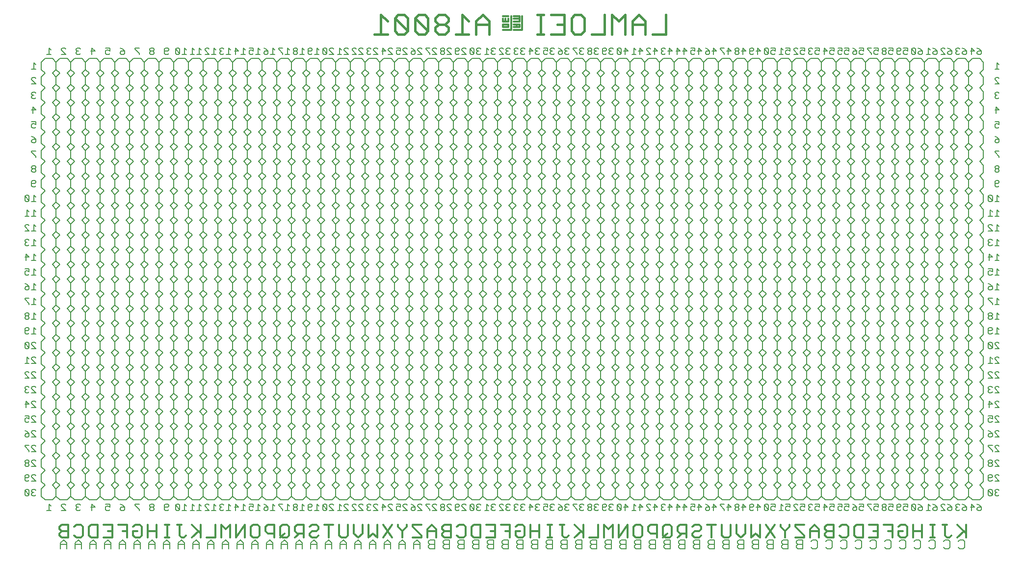
<source format=gbo>
G75*
%MOIN*%
%OFA0B0*%
%FSLAX25Y25*%
%IPPOS*%
%LPD*%
%AMOC8*
5,1,8,0,0,1.08239X$1,22.5*
%
%ADD10C,0.01800*%
%ADD11C,0.00600*%
%ADD12C,0.01200*%
%ADD13C,0.00800*%
D10*
X0241558Y0379019D02*
X0250365Y0379019D01*
X0245962Y0379019D02*
X0245962Y0392230D01*
X0250365Y0387826D01*
X0255370Y0390028D02*
X0257571Y0392230D01*
X0261975Y0392230D01*
X0264177Y0390028D01*
X0264177Y0381221D01*
X0255370Y0390028D01*
X0255370Y0381221D01*
X0257571Y0379019D01*
X0261975Y0379019D01*
X0264177Y0381221D01*
X0269181Y0381221D02*
X0271383Y0379019D01*
X0275787Y0379019D01*
X0277989Y0381221D01*
X0269181Y0390028D01*
X0269181Y0381221D01*
X0277989Y0381221D02*
X0277989Y0390028D01*
X0275787Y0392230D01*
X0271383Y0392230D01*
X0269181Y0390028D01*
X0282993Y0390028D02*
X0282993Y0387826D01*
X0285195Y0385625D01*
X0289599Y0385625D01*
X0291801Y0387826D01*
X0291801Y0390028D01*
X0289599Y0392230D01*
X0285195Y0392230D01*
X0282993Y0390028D01*
X0285195Y0385625D02*
X0282993Y0383423D01*
X0282993Y0381221D01*
X0285195Y0379019D01*
X0289599Y0379019D01*
X0291801Y0381221D01*
X0291801Y0383423D01*
X0289599Y0385625D01*
X0296805Y0379019D02*
X0305613Y0379019D01*
X0301209Y0379019D02*
X0301209Y0392230D01*
X0305613Y0387826D01*
X0310617Y0387826D02*
X0310617Y0379019D01*
X0310617Y0385625D02*
X0319424Y0385625D01*
X0319424Y0387826D02*
X0319424Y0379019D01*
X0319424Y0387826D02*
X0315021Y0392230D01*
X0310617Y0387826D01*
X0352150Y0392230D02*
X0356554Y0392230D01*
X0354352Y0392230D02*
X0354352Y0379019D01*
X0356554Y0379019D02*
X0352150Y0379019D01*
X0361558Y0379019D02*
X0370365Y0379019D01*
X0370365Y0392230D01*
X0361558Y0392230D01*
X0365962Y0385625D02*
X0370365Y0385625D01*
X0375370Y0381221D02*
X0375370Y0390028D01*
X0377571Y0392230D01*
X0381975Y0392230D01*
X0384177Y0390028D01*
X0384177Y0381221D01*
X0381975Y0379019D01*
X0377571Y0379019D01*
X0375370Y0381221D01*
X0389181Y0379019D02*
X0397989Y0379019D01*
X0397989Y0392230D01*
X0402993Y0392230D02*
X0407397Y0387826D01*
X0411801Y0392230D01*
X0411801Y0379019D01*
X0416805Y0379019D02*
X0416805Y0387826D01*
X0421209Y0392230D01*
X0425613Y0387826D01*
X0425613Y0379019D01*
X0430617Y0379019D02*
X0439424Y0379019D01*
X0439424Y0392230D01*
X0425613Y0385625D02*
X0416805Y0385625D01*
X0402993Y0392230D02*
X0402993Y0379019D01*
D11*
X0403173Y0369634D02*
X0401706Y0369634D01*
X0400972Y0368900D01*
X0400972Y0368166D01*
X0401706Y0367432D01*
X0400972Y0366698D01*
X0400972Y0365964D01*
X0401706Y0365230D01*
X0403173Y0365230D01*
X0403907Y0365964D01*
X0402439Y0367432D02*
X0401706Y0367432D01*
X0399303Y0368166D02*
X0398570Y0367432D01*
X0396368Y0367432D01*
X0396368Y0368900D02*
X0397102Y0369634D01*
X0398570Y0369634D01*
X0399303Y0368900D01*
X0399303Y0368166D01*
X0399303Y0365964D02*
X0398570Y0365230D01*
X0397102Y0365230D01*
X0396368Y0365964D01*
X0396368Y0368900D01*
X0393907Y0368900D02*
X0393173Y0369634D01*
X0391706Y0369634D01*
X0390972Y0368900D01*
X0390972Y0368166D01*
X0391706Y0367432D01*
X0390972Y0366698D01*
X0390972Y0365964D01*
X0391706Y0365230D01*
X0393173Y0365230D01*
X0393907Y0365964D01*
X0392439Y0367432D02*
X0391706Y0367432D01*
X0389303Y0368166D02*
X0389303Y0368900D01*
X0388570Y0369634D01*
X0387102Y0369634D01*
X0386368Y0368900D01*
X0386368Y0368166D01*
X0387102Y0367432D01*
X0388570Y0367432D01*
X0389303Y0368166D01*
X0388570Y0367432D02*
X0389303Y0366698D01*
X0389303Y0365964D01*
X0388570Y0365230D01*
X0387102Y0365230D01*
X0386368Y0365964D01*
X0386368Y0366698D01*
X0387102Y0367432D01*
X0383907Y0368900D02*
X0383173Y0369634D01*
X0381706Y0369634D01*
X0380972Y0368900D01*
X0380972Y0368166D01*
X0381706Y0367432D01*
X0380972Y0366698D01*
X0380972Y0365964D01*
X0381706Y0365230D01*
X0383173Y0365230D01*
X0383907Y0365964D01*
X0382439Y0367432D02*
X0381706Y0367432D01*
X0379303Y0365964D02*
X0379303Y0365230D01*
X0379303Y0365964D02*
X0376368Y0368900D01*
X0376368Y0369634D01*
X0379303Y0369634D01*
X0373907Y0368900D02*
X0373173Y0369634D01*
X0371706Y0369634D01*
X0370972Y0368900D01*
X0370972Y0368166D01*
X0371706Y0367432D01*
X0370972Y0366698D01*
X0370972Y0365964D01*
X0371706Y0365230D01*
X0373173Y0365230D01*
X0373907Y0365964D01*
X0372439Y0367432D02*
X0371706Y0367432D01*
X0369303Y0367432D02*
X0367102Y0367432D01*
X0366368Y0366698D01*
X0366368Y0365964D01*
X0367102Y0365230D01*
X0368570Y0365230D01*
X0369303Y0365964D01*
X0369303Y0367432D01*
X0367836Y0368900D01*
X0366368Y0369634D01*
X0363907Y0368900D02*
X0363173Y0369634D01*
X0361706Y0369634D01*
X0360972Y0368900D01*
X0360972Y0368166D01*
X0361706Y0367432D01*
X0360972Y0366698D01*
X0360972Y0365964D01*
X0361706Y0365230D01*
X0363173Y0365230D01*
X0363907Y0365964D01*
X0362439Y0367432D02*
X0361706Y0367432D01*
X0359303Y0367432D02*
X0357836Y0368166D01*
X0357102Y0368166D01*
X0356368Y0367432D01*
X0356368Y0365964D01*
X0357102Y0365230D01*
X0358570Y0365230D01*
X0359303Y0365964D01*
X0359303Y0367432D02*
X0359303Y0369634D01*
X0356368Y0369634D01*
X0353907Y0368900D02*
X0353173Y0369634D01*
X0351706Y0369634D01*
X0350972Y0368900D01*
X0350972Y0368166D01*
X0351706Y0367432D01*
X0350972Y0366698D01*
X0350972Y0365964D01*
X0351706Y0365230D01*
X0353173Y0365230D01*
X0353907Y0365964D01*
X0352439Y0367432D02*
X0351706Y0367432D01*
X0349303Y0367432D02*
X0346368Y0367432D01*
X0347102Y0365230D02*
X0347102Y0369634D01*
X0349303Y0367432D01*
X0343907Y0368900D02*
X0343173Y0369634D01*
X0341706Y0369634D01*
X0340972Y0368900D01*
X0340972Y0368166D01*
X0341706Y0367432D01*
X0340972Y0366698D01*
X0340972Y0365964D01*
X0341706Y0365230D01*
X0343173Y0365230D01*
X0343907Y0365964D01*
X0342439Y0367432D02*
X0341706Y0367432D01*
X0339303Y0368900D02*
X0338570Y0369634D01*
X0337102Y0369634D01*
X0336368Y0368900D01*
X0336368Y0368166D01*
X0337102Y0367432D01*
X0336368Y0366698D01*
X0336368Y0365964D01*
X0337102Y0365230D01*
X0338570Y0365230D01*
X0339303Y0365964D01*
X0337836Y0367432D02*
X0337102Y0367432D01*
X0333907Y0368900D02*
X0333173Y0369634D01*
X0331706Y0369634D01*
X0330972Y0368900D01*
X0330972Y0368166D01*
X0331706Y0367432D01*
X0330972Y0366698D01*
X0330972Y0365964D01*
X0331706Y0365230D01*
X0333173Y0365230D01*
X0333907Y0365964D01*
X0332439Y0367432D02*
X0331706Y0367432D01*
X0329303Y0368900D02*
X0328570Y0369634D01*
X0327102Y0369634D01*
X0326368Y0368900D01*
X0326368Y0368166D01*
X0329303Y0365230D01*
X0326368Y0365230D01*
X0323907Y0365964D02*
X0323173Y0365230D01*
X0321706Y0365230D01*
X0320972Y0365964D01*
X0320972Y0366698D01*
X0321706Y0367432D01*
X0322439Y0367432D01*
X0321706Y0367432D02*
X0320972Y0368166D01*
X0320972Y0368900D01*
X0321706Y0369634D01*
X0323173Y0369634D01*
X0323907Y0368900D01*
X0319303Y0368166D02*
X0317836Y0369634D01*
X0317836Y0365230D01*
X0319303Y0365230D02*
X0316368Y0365230D01*
X0313907Y0365964D02*
X0313173Y0365230D01*
X0311706Y0365230D01*
X0310972Y0365964D01*
X0310972Y0366698D01*
X0311706Y0367432D01*
X0312439Y0367432D01*
X0311706Y0367432D02*
X0310972Y0368166D01*
X0310972Y0368900D01*
X0311706Y0369634D01*
X0313173Y0369634D01*
X0313907Y0368900D01*
X0309303Y0368900D02*
X0308570Y0369634D01*
X0307102Y0369634D01*
X0306368Y0368900D01*
X0309303Y0365964D01*
X0308570Y0365230D01*
X0307102Y0365230D01*
X0306368Y0365964D01*
X0306368Y0368900D01*
X0303907Y0368900D02*
X0303173Y0369634D01*
X0301706Y0369634D01*
X0300972Y0368900D01*
X0300972Y0368166D01*
X0303907Y0365230D01*
X0300972Y0365230D01*
X0299303Y0365964D02*
X0298570Y0365230D01*
X0297102Y0365230D01*
X0296368Y0365964D01*
X0296368Y0368900D01*
X0297102Y0369634D01*
X0298570Y0369634D01*
X0299303Y0368900D01*
X0299303Y0368166D01*
X0298570Y0367432D01*
X0296368Y0367432D01*
X0293907Y0368900D02*
X0293173Y0369634D01*
X0291706Y0369634D01*
X0290972Y0368900D01*
X0290972Y0368166D01*
X0293907Y0365230D01*
X0290972Y0365230D01*
X0289303Y0365964D02*
X0288570Y0365230D01*
X0287102Y0365230D01*
X0286368Y0365964D01*
X0286368Y0366698D01*
X0287102Y0367432D01*
X0288570Y0367432D01*
X0289303Y0368166D01*
X0289303Y0368900D01*
X0288570Y0369634D01*
X0287102Y0369634D01*
X0286368Y0368900D01*
X0286368Y0368166D01*
X0287102Y0367432D01*
X0288570Y0367432D02*
X0289303Y0366698D01*
X0289303Y0365964D01*
X0283907Y0365230D02*
X0280972Y0368166D01*
X0280972Y0368900D01*
X0281706Y0369634D01*
X0283173Y0369634D01*
X0283907Y0368900D01*
X0283907Y0365230D02*
X0280972Y0365230D01*
X0279303Y0365230D02*
X0279303Y0365964D01*
X0276368Y0368900D01*
X0276368Y0369634D01*
X0279303Y0369634D01*
X0273907Y0368900D02*
X0273173Y0369634D01*
X0271706Y0369634D01*
X0270972Y0368900D01*
X0270972Y0368166D01*
X0273907Y0365230D01*
X0270972Y0365230D01*
X0269303Y0365964D02*
X0268570Y0365230D01*
X0267102Y0365230D01*
X0266368Y0365964D01*
X0266368Y0366698D01*
X0267102Y0367432D01*
X0269303Y0367432D01*
X0269303Y0365964D01*
X0269303Y0367432D02*
X0267836Y0368900D01*
X0266368Y0369634D01*
X0263907Y0368900D02*
X0263173Y0369634D01*
X0261706Y0369634D01*
X0260972Y0368900D01*
X0260972Y0368166D01*
X0263907Y0365230D01*
X0260972Y0365230D01*
X0259303Y0365964D02*
X0258570Y0365230D01*
X0257102Y0365230D01*
X0256368Y0365964D01*
X0256368Y0367432D01*
X0257102Y0368166D01*
X0257836Y0368166D01*
X0259303Y0367432D01*
X0259303Y0369634D01*
X0256368Y0369634D01*
X0253907Y0368900D02*
X0253173Y0369634D01*
X0251706Y0369634D01*
X0250972Y0368900D01*
X0250972Y0368166D01*
X0253907Y0365230D01*
X0250972Y0365230D01*
X0249303Y0367432D02*
X0246368Y0367432D01*
X0247102Y0365230D02*
X0247102Y0369634D01*
X0249303Y0367432D01*
X0243907Y0368900D02*
X0243173Y0369634D01*
X0241706Y0369634D01*
X0240972Y0368900D01*
X0240972Y0368166D01*
X0243907Y0365230D01*
X0240972Y0365230D01*
X0239303Y0365964D02*
X0238570Y0365230D01*
X0237102Y0365230D01*
X0236368Y0365964D01*
X0236368Y0366698D01*
X0237102Y0367432D01*
X0237836Y0367432D01*
X0237102Y0367432D02*
X0236368Y0368166D01*
X0236368Y0368900D01*
X0237102Y0369634D01*
X0238570Y0369634D01*
X0239303Y0368900D01*
X0233907Y0368900D02*
X0233173Y0369634D01*
X0231706Y0369634D01*
X0230972Y0368900D01*
X0230972Y0368166D01*
X0233907Y0365230D01*
X0230972Y0365230D01*
X0229303Y0365230D02*
X0226368Y0368166D01*
X0226368Y0368900D01*
X0227102Y0369634D01*
X0228570Y0369634D01*
X0229303Y0368900D01*
X0229303Y0365230D02*
X0226368Y0365230D01*
X0223907Y0365230D02*
X0220972Y0368166D01*
X0220972Y0368900D01*
X0221706Y0369634D01*
X0223173Y0369634D01*
X0223907Y0368900D01*
X0223907Y0365230D02*
X0220972Y0365230D01*
X0219303Y0365230D02*
X0216368Y0365230D01*
X0217836Y0365230D02*
X0217836Y0369634D01*
X0219303Y0368166D01*
X0213907Y0368900D02*
X0213173Y0369634D01*
X0211706Y0369634D01*
X0210972Y0368900D01*
X0210972Y0368166D01*
X0213907Y0365230D01*
X0210972Y0365230D01*
X0209303Y0365964D02*
X0208570Y0365230D01*
X0207102Y0365230D01*
X0206368Y0365964D01*
X0206368Y0368900D01*
X0209303Y0365964D01*
X0209303Y0368900D01*
X0208570Y0369634D01*
X0207102Y0369634D01*
X0206368Y0368900D01*
X0203907Y0368166D02*
X0202439Y0369634D01*
X0202439Y0365230D01*
X0200972Y0365230D02*
X0203907Y0365230D01*
X0199303Y0365964D02*
X0198570Y0365230D01*
X0197102Y0365230D01*
X0196368Y0365964D01*
X0196368Y0368900D01*
X0197102Y0369634D01*
X0198570Y0369634D01*
X0199303Y0368900D01*
X0199303Y0368166D01*
X0198570Y0367432D01*
X0196368Y0367432D01*
X0193907Y0368166D02*
X0192439Y0369634D01*
X0192439Y0365230D01*
X0190972Y0365230D02*
X0193907Y0365230D01*
X0189303Y0365964D02*
X0188570Y0365230D01*
X0187102Y0365230D01*
X0186368Y0365964D01*
X0186368Y0366698D01*
X0187102Y0367432D01*
X0188570Y0367432D01*
X0189303Y0368166D01*
X0189303Y0368900D01*
X0188570Y0369634D01*
X0187102Y0369634D01*
X0186368Y0368900D01*
X0186368Y0368166D01*
X0187102Y0367432D01*
X0188570Y0367432D02*
X0189303Y0366698D01*
X0189303Y0365964D01*
X0183907Y0365230D02*
X0180972Y0365230D01*
X0182439Y0365230D02*
X0182439Y0369634D01*
X0183907Y0368166D01*
X0179303Y0369634D02*
X0176368Y0369634D01*
X0176368Y0368900D01*
X0179303Y0365964D01*
X0179303Y0365230D01*
X0173907Y0365230D02*
X0170972Y0365230D01*
X0172439Y0365230D02*
X0172439Y0369634D01*
X0173907Y0368166D01*
X0169303Y0367432D02*
X0167102Y0367432D01*
X0166368Y0366698D01*
X0166368Y0365964D01*
X0167102Y0365230D01*
X0168570Y0365230D01*
X0169303Y0365964D01*
X0169303Y0367432D01*
X0167836Y0368900D01*
X0166368Y0369634D01*
X0163907Y0368166D02*
X0162439Y0369634D01*
X0162439Y0365230D01*
X0160972Y0365230D02*
X0163907Y0365230D01*
X0159303Y0365964D02*
X0158570Y0365230D01*
X0157102Y0365230D01*
X0156368Y0365964D01*
X0156368Y0367432D01*
X0157102Y0368166D01*
X0157836Y0368166D01*
X0159303Y0367432D01*
X0159303Y0369634D01*
X0156368Y0369634D01*
X0153907Y0368166D02*
X0152439Y0369634D01*
X0152439Y0365230D01*
X0150972Y0365230D02*
X0153907Y0365230D01*
X0149303Y0367432D02*
X0146368Y0367432D01*
X0147102Y0365230D02*
X0147102Y0369634D01*
X0149303Y0367432D01*
X0143907Y0368166D02*
X0142439Y0369634D01*
X0142439Y0365230D01*
X0140972Y0365230D02*
X0143907Y0365230D01*
X0139303Y0365964D02*
X0138570Y0365230D01*
X0137102Y0365230D01*
X0136368Y0365964D01*
X0136368Y0366698D01*
X0137102Y0367432D01*
X0137836Y0367432D01*
X0137102Y0367432D02*
X0136368Y0368166D01*
X0136368Y0368900D01*
X0137102Y0369634D01*
X0138570Y0369634D01*
X0139303Y0368900D01*
X0133907Y0368166D02*
X0132439Y0369634D01*
X0132439Y0365230D01*
X0130972Y0365230D02*
X0133907Y0365230D01*
X0129303Y0365230D02*
X0126368Y0368166D01*
X0126368Y0368900D01*
X0127102Y0369634D01*
X0128570Y0369634D01*
X0129303Y0368900D01*
X0129303Y0365230D02*
X0126368Y0365230D01*
X0123907Y0365230D02*
X0120972Y0365230D01*
X0122439Y0365230D02*
X0122439Y0369634D01*
X0123907Y0368166D01*
X0119303Y0368166D02*
X0117836Y0369634D01*
X0117836Y0365230D01*
X0119303Y0365230D02*
X0116368Y0365230D01*
X0113907Y0365230D02*
X0110972Y0365230D01*
X0112439Y0365230D02*
X0112439Y0369634D01*
X0113907Y0368166D01*
X0109303Y0368900D02*
X0108570Y0369634D01*
X0107102Y0369634D01*
X0106368Y0368900D01*
X0109303Y0365964D01*
X0108570Y0365230D01*
X0107102Y0365230D01*
X0106368Y0365964D01*
X0106368Y0368900D01*
X0109303Y0368900D02*
X0109303Y0365964D01*
X0101803Y0365964D02*
X0101069Y0365230D01*
X0099602Y0365230D01*
X0098868Y0365964D01*
X0098868Y0368900D01*
X0099602Y0369634D01*
X0101069Y0369634D01*
X0101803Y0368900D01*
X0101803Y0368166D01*
X0101069Y0367432D01*
X0098868Y0367432D01*
X0091803Y0368166D02*
X0091803Y0368900D01*
X0091069Y0369634D01*
X0089602Y0369634D01*
X0088868Y0368900D01*
X0088868Y0368166D01*
X0089602Y0367432D01*
X0091069Y0367432D01*
X0091803Y0368166D01*
X0091069Y0367432D02*
X0091803Y0366698D01*
X0091803Y0365964D01*
X0091069Y0365230D01*
X0089602Y0365230D01*
X0088868Y0365964D01*
X0088868Y0366698D01*
X0089602Y0367432D01*
X0081803Y0365964D02*
X0081803Y0365230D01*
X0081803Y0365964D02*
X0078868Y0368900D01*
X0078868Y0369634D01*
X0081803Y0369634D01*
X0071803Y0367432D02*
X0069602Y0367432D01*
X0068868Y0366698D01*
X0068868Y0365964D01*
X0069602Y0365230D01*
X0071069Y0365230D01*
X0071803Y0365964D01*
X0071803Y0367432D01*
X0070336Y0368900D01*
X0068868Y0369634D01*
X0061803Y0369634D02*
X0061803Y0367432D01*
X0060336Y0368166D01*
X0059602Y0368166D01*
X0058868Y0367432D01*
X0058868Y0365964D01*
X0059602Y0365230D01*
X0061069Y0365230D01*
X0061803Y0365964D01*
X0061803Y0369634D02*
X0058868Y0369634D01*
X0051803Y0367432D02*
X0048868Y0367432D01*
X0049602Y0369634D02*
X0051803Y0367432D01*
X0049602Y0365230D02*
X0049602Y0369634D01*
X0041803Y0368900D02*
X0041069Y0369634D01*
X0039602Y0369634D01*
X0038868Y0368900D01*
X0038868Y0368166D01*
X0039602Y0367432D01*
X0038868Y0366698D01*
X0038868Y0365964D01*
X0039602Y0365230D01*
X0041069Y0365230D01*
X0041803Y0365964D01*
X0040336Y0367432D02*
X0039602Y0367432D01*
X0031803Y0368900D02*
X0031069Y0369634D01*
X0029602Y0369634D01*
X0028868Y0368900D01*
X0028868Y0368166D01*
X0031803Y0365230D01*
X0028868Y0365230D01*
X0021803Y0365230D02*
X0018868Y0365230D01*
X0020336Y0365230D02*
X0020336Y0369634D01*
X0021803Y0368166D01*
X0011575Y0358166D02*
X0010107Y0359634D01*
X0010107Y0355230D01*
X0011575Y0355230D02*
X0008639Y0355230D01*
X0009373Y0349634D02*
X0010841Y0349634D01*
X0011575Y0348900D01*
X0009373Y0349634D02*
X0008639Y0348900D01*
X0008639Y0348166D01*
X0011575Y0345230D01*
X0008639Y0345230D01*
X0009373Y0339634D02*
X0008639Y0338900D01*
X0008639Y0338166D01*
X0009373Y0337432D01*
X0008639Y0336698D01*
X0008639Y0335964D01*
X0009373Y0335230D01*
X0010841Y0335230D01*
X0011575Y0335964D01*
X0010107Y0337432D02*
X0009373Y0337432D01*
X0009373Y0339634D02*
X0010841Y0339634D01*
X0011575Y0338900D01*
X0009373Y0329634D02*
X0011575Y0327432D01*
X0008639Y0327432D01*
X0009373Y0325230D02*
X0009373Y0329634D01*
X0008639Y0319634D02*
X0011575Y0319634D01*
X0011575Y0317432D01*
X0010107Y0318166D01*
X0009373Y0318166D01*
X0008639Y0317432D01*
X0008639Y0315964D01*
X0009373Y0315230D01*
X0010841Y0315230D01*
X0011575Y0315964D01*
X0008639Y0309634D02*
X0010107Y0308900D01*
X0011575Y0307432D01*
X0009373Y0307432D01*
X0008639Y0306698D01*
X0008639Y0305964D01*
X0009373Y0305230D01*
X0010841Y0305230D01*
X0011575Y0305964D01*
X0011575Y0307432D01*
X0011575Y0299634D02*
X0008639Y0299634D01*
X0008639Y0298900D01*
X0011575Y0295964D01*
X0011575Y0295230D01*
X0010841Y0289634D02*
X0009373Y0289634D01*
X0008639Y0288900D01*
X0008639Y0288166D01*
X0009373Y0287432D01*
X0010841Y0287432D01*
X0011575Y0288166D01*
X0011575Y0288900D01*
X0010841Y0289634D01*
X0010841Y0287432D02*
X0011575Y0286698D01*
X0011575Y0285964D01*
X0010841Y0285230D01*
X0009373Y0285230D01*
X0008639Y0285964D01*
X0008639Y0286698D01*
X0009373Y0287432D01*
X0009373Y0279634D02*
X0010841Y0279634D01*
X0011575Y0278900D01*
X0011575Y0278166D01*
X0010841Y0277432D01*
X0008639Y0277432D01*
X0008639Y0278900D02*
X0009373Y0279634D01*
X0008639Y0278900D02*
X0008639Y0275964D01*
X0009373Y0275230D01*
X0010841Y0275230D01*
X0011575Y0275964D01*
X0010107Y0269634D02*
X0010107Y0265230D01*
X0011575Y0265230D02*
X0008639Y0265230D01*
X0006971Y0265964D02*
X0004035Y0268900D01*
X0004035Y0265964D01*
X0004769Y0265230D01*
X0006237Y0265230D01*
X0006971Y0265964D01*
X0006971Y0268900D01*
X0006237Y0269634D01*
X0004769Y0269634D01*
X0004035Y0268900D01*
X0010107Y0269634D02*
X0011575Y0268166D01*
X0010107Y0259634D02*
X0010107Y0255230D01*
X0011575Y0255230D02*
X0008639Y0255230D01*
X0006971Y0255230D02*
X0004035Y0255230D01*
X0005503Y0255230D02*
X0005503Y0259634D01*
X0006971Y0258166D01*
X0010107Y0259634D02*
X0011575Y0258166D01*
X0010107Y0249634D02*
X0010107Y0245230D01*
X0011575Y0245230D02*
X0008639Y0245230D01*
X0006971Y0245230D02*
X0004035Y0248166D01*
X0004035Y0248900D01*
X0004769Y0249634D01*
X0006237Y0249634D01*
X0006971Y0248900D01*
X0010107Y0249634D02*
X0011575Y0248166D01*
X0006971Y0245230D02*
X0004035Y0245230D01*
X0004769Y0239634D02*
X0004035Y0238900D01*
X0004035Y0238166D01*
X0004769Y0237432D01*
X0004035Y0236698D01*
X0004035Y0235964D01*
X0004769Y0235230D01*
X0006237Y0235230D01*
X0006971Y0235964D01*
X0008639Y0235230D02*
X0011575Y0235230D01*
X0010107Y0235230D02*
X0010107Y0239634D01*
X0011575Y0238166D01*
X0006971Y0238900D02*
X0006237Y0239634D01*
X0004769Y0239634D01*
X0004769Y0237432D02*
X0005503Y0237432D01*
X0004769Y0229634D02*
X0006971Y0227432D01*
X0004035Y0227432D01*
X0004769Y0225230D02*
X0004769Y0229634D01*
X0010107Y0229634D02*
X0010107Y0225230D01*
X0011575Y0225230D02*
X0008639Y0225230D01*
X0011575Y0228166D02*
X0010107Y0229634D01*
X0010107Y0219634D02*
X0010107Y0215230D01*
X0011575Y0215230D02*
X0008639Y0215230D01*
X0006971Y0215964D02*
X0006237Y0215230D01*
X0004769Y0215230D01*
X0004035Y0215964D01*
X0004035Y0217432D01*
X0004769Y0218166D01*
X0005503Y0218166D01*
X0006971Y0217432D01*
X0006971Y0219634D01*
X0004035Y0219634D01*
X0010107Y0219634D02*
X0011575Y0218166D01*
X0010107Y0209634D02*
X0010107Y0205230D01*
X0011575Y0205230D02*
X0008639Y0205230D01*
X0006971Y0205964D02*
X0006237Y0205230D01*
X0004769Y0205230D01*
X0004035Y0205964D01*
X0004035Y0206698D01*
X0004769Y0207432D01*
X0006971Y0207432D01*
X0006971Y0205964D01*
X0006971Y0207432D02*
X0005503Y0208900D01*
X0004035Y0209634D01*
X0010107Y0209634D02*
X0011575Y0208166D01*
X0010107Y0199634D02*
X0010107Y0195230D01*
X0011575Y0195230D02*
X0008639Y0195230D01*
X0006971Y0195230D02*
X0006971Y0195964D01*
X0004035Y0198900D01*
X0004035Y0199634D01*
X0006971Y0199634D01*
X0010107Y0199634D02*
X0011575Y0198166D01*
X0010107Y0189634D02*
X0010107Y0185230D01*
X0011575Y0185230D02*
X0008639Y0185230D01*
X0006971Y0185964D02*
X0006971Y0186698D01*
X0006237Y0187432D01*
X0004769Y0187432D01*
X0004035Y0186698D01*
X0004035Y0185964D01*
X0004769Y0185230D01*
X0006237Y0185230D01*
X0006971Y0185964D01*
X0006237Y0187432D02*
X0006971Y0188166D01*
X0006971Y0188900D01*
X0006237Y0189634D01*
X0004769Y0189634D01*
X0004035Y0188900D01*
X0004035Y0188166D01*
X0004769Y0187432D01*
X0010107Y0189634D02*
X0011575Y0188166D01*
X0010107Y0179634D02*
X0010107Y0175230D01*
X0011575Y0175230D02*
X0008639Y0175230D01*
X0006971Y0175964D02*
X0006237Y0175230D01*
X0004769Y0175230D01*
X0004035Y0175964D01*
X0004035Y0178900D01*
X0004769Y0179634D01*
X0006237Y0179634D01*
X0006971Y0178900D01*
X0006971Y0178166D01*
X0006237Y0177432D01*
X0004035Y0177432D01*
X0010107Y0179634D02*
X0011575Y0178166D01*
X0010841Y0169634D02*
X0011575Y0168900D01*
X0010841Y0169634D02*
X0009373Y0169634D01*
X0008639Y0168900D01*
X0008639Y0168166D01*
X0011575Y0165230D01*
X0008639Y0165230D01*
X0006971Y0165964D02*
X0004035Y0168900D01*
X0004035Y0165964D01*
X0004769Y0165230D01*
X0006237Y0165230D01*
X0006971Y0165964D01*
X0006971Y0168900D01*
X0006237Y0169634D01*
X0004769Y0169634D01*
X0004035Y0168900D01*
X0005503Y0159634D02*
X0005503Y0155230D01*
X0006971Y0155230D02*
X0004035Y0155230D01*
X0006971Y0158166D02*
X0005503Y0159634D01*
X0008639Y0158900D02*
X0009373Y0159634D01*
X0010841Y0159634D01*
X0011575Y0158900D01*
X0008639Y0158900D02*
X0008639Y0158166D01*
X0011575Y0155230D01*
X0008639Y0155230D01*
X0009373Y0149634D02*
X0010841Y0149634D01*
X0011575Y0148900D01*
X0009373Y0149634D02*
X0008639Y0148900D01*
X0008639Y0148166D01*
X0011575Y0145230D01*
X0008639Y0145230D01*
X0006971Y0145230D02*
X0004035Y0148166D01*
X0004035Y0148900D01*
X0004769Y0149634D01*
X0006237Y0149634D01*
X0006971Y0148900D01*
X0006971Y0145230D02*
X0004035Y0145230D01*
X0004769Y0139634D02*
X0004035Y0138900D01*
X0004035Y0138166D01*
X0004769Y0137432D01*
X0004035Y0136698D01*
X0004035Y0135964D01*
X0004769Y0135230D01*
X0006237Y0135230D01*
X0006971Y0135964D01*
X0008639Y0135230D02*
X0011575Y0135230D01*
X0008639Y0138166D01*
X0008639Y0138900D01*
X0009373Y0139634D01*
X0010841Y0139634D01*
X0011575Y0138900D01*
X0006971Y0138900D02*
X0006237Y0139634D01*
X0004769Y0139634D01*
X0004769Y0137432D02*
X0005503Y0137432D01*
X0004769Y0129634D02*
X0006971Y0127432D01*
X0004035Y0127432D01*
X0004769Y0125230D02*
X0004769Y0129634D01*
X0008639Y0128900D02*
X0009373Y0129634D01*
X0010841Y0129634D01*
X0011575Y0128900D01*
X0008639Y0128900D02*
X0008639Y0128166D01*
X0011575Y0125230D01*
X0008639Y0125230D01*
X0009373Y0119634D02*
X0010841Y0119634D01*
X0011575Y0118900D01*
X0009373Y0119634D02*
X0008639Y0118900D01*
X0008639Y0118166D01*
X0011575Y0115230D01*
X0008639Y0115230D01*
X0006971Y0115964D02*
X0006237Y0115230D01*
X0004769Y0115230D01*
X0004035Y0115964D01*
X0004035Y0117432D01*
X0004769Y0118166D01*
X0005503Y0118166D01*
X0006971Y0117432D01*
X0006971Y0119634D01*
X0004035Y0119634D01*
X0004035Y0109634D02*
X0005503Y0108900D01*
X0006971Y0107432D01*
X0004769Y0107432D01*
X0004035Y0106698D01*
X0004035Y0105964D01*
X0004769Y0105230D01*
X0006237Y0105230D01*
X0006971Y0105964D01*
X0006971Y0107432D01*
X0008639Y0108166D02*
X0008639Y0108900D01*
X0009373Y0109634D01*
X0010841Y0109634D01*
X0011575Y0108900D01*
X0008639Y0108166D02*
X0011575Y0105230D01*
X0008639Y0105230D01*
X0009373Y0099634D02*
X0010841Y0099634D01*
X0011575Y0098900D01*
X0009373Y0099634D02*
X0008639Y0098900D01*
X0008639Y0098166D01*
X0011575Y0095230D01*
X0008639Y0095230D01*
X0006971Y0095230D02*
X0006971Y0095964D01*
X0004035Y0098900D01*
X0004035Y0099634D01*
X0006971Y0099634D01*
X0006237Y0089634D02*
X0004769Y0089634D01*
X0004035Y0088900D01*
X0004035Y0088166D01*
X0004769Y0087432D01*
X0006237Y0087432D01*
X0006971Y0088166D01*
X0006971Y0088900D01*
X0006237Y0089634D01*
X0006237Y0087432D02*
X0006971Y0086698D01*
X0006971Y0085964D01*
X0006237Y0085230D01*
X0004769Y0085230D01*
X0004035Y0085964D01*
X0004035Y0086698D01*
X0004769Y0087432D01*
X0008639Y0088166D02*
X0008639Y0088900D01*
X0009373Y0089634D01*
X0010841Y0089634D01*
X0011575Y0088900D01*
X0008639Y0088166D02*
X0011575Y0085230D01*
X0008639Y0085230D01*
X0009373Y0079634D02*
X0010841Y0079634D01*
X0011575Y0078900D01*
X0009373Y0079634D02*
X0008639Y0078900D01*
X0008639Y0078166D01*
X0011575Y0075230D01*
X0008639Y0075230D01*
X0006971Y0075964D02*
X0006237Y0075230D01*
X0004769Y0075230D01*
X0004035Y0075964D01*
X0004035Y0078900D01*
X0004769Y0079634D01*
X0006237Y0079634D01*
X0006971Y0078900D01*
X0006971Y0078166D01*
X0006237Y0077432D01*
X0004035Y0077432D01*
X0004769Y0069634D02*
X0004035Y0068900D01*
X0006971Y0065964D01*
X0006237Y0065230D01*
X0004769Y0065230D01*
X0004035Y0065964D01*
X0004035Y0068900D01*
X0004769Y0069634D02*
X0006237Y0069634D01*
X0006971Y0068900D01*
X0006971Y0065964D01*
X0008639Y0065964D02*
X0009373Y0065230D01*
X0010841Y0065230D01*
X0011575Y0065964D01*
X0010107Y0067432D02*
X0009373Y0067432D01*
X0008639Y0066698D01*
X0008639Y0065964D01*
X0009373Y0067432D02*
X0008639Y0068166D01*
X0008639Y0068900D01*
X0009373Y0069634D01*
X0010841Y0069634D01*
X0011575Y0068900D01*
X0020336Y0059634D02*
X0020336Y0055230D01*
X0021803Y0055230D02*
X0018868Y0055230D01*
X0021803Y0058166D02*
X0020336Y0059634D01*
X0028868Y0058900D02*
X0029602Y0059634D01*
X0031069Y0059634D01*
X0031803Y0058900D01*
X0028868Y0058900D02*
X0028868Y0058166D01*
X0031803Y0055230D01*
X0028868Y0055230D01*
X0038868Y0055964D02*
X0039602Y0055230D01*
X0041069Y0055230D01*
X0041803Y0055964D01*
X0040336Y0057432D02*
X0039602Y0057432D01*
X0038868Y0056698D01*
X0038868Y0055964D01*
X0039602Y0057432D02*
X0038868Y0058166D01*
X0038868Y0058900D01*
X0039602Y0059634D01*
X0041069Y0059634D01*
X0041803Y0058900D01*
X0048868Y0057432D02*
X0051803Y0057432D01*
X0049602Y0059634D01*
X0049602Y0055230D01*
X0058868Y0055964D02*
X0059602Y0055230D01*
X0061069Y0055230D01*
X0061803Y0055964D01*
X0061803Y0057432D02*
X0060336Y0058166D01*
X0059602Y0058166D01*
X0058868Y0057432D01*
X0058868Y0055964D01*
X0061803Y0057432D02*
X0061803Y0059634D01*
X0058868Y0059634D01*
X0068868Y0059634D02*
X0070336Y0058900D01*
X0071803Y0057432D01*
X0069602Y0057432D01*
X0068868Y0056698D01*
X0068868Y0055964D01*
X0069602Y0055230D01*
X0071069Y0055230D01*
X0071803Y0055964D01*
X0071803Y0057432D01*
X0078868Y0058900D02*
X0078868Y0059634D01*
X0081803Y0059634D01*
X0078868Y0058900D02*
X0081803Y0055964D01*
X0081803Y0055230D01*
X0088868Y0055964D02*
X0089602Y0055230D01*
X0091069Y0055230D01*
X0091803Y0055964D01*
X0091803Y0056698D01*
X0091069Y0057432D01*
X0089602Y0057432D01*
X0088868Y0056698D01*
X0088868Y0055964D01*
X0089602Y0057432D02*
X0088868Y0058166D01*
X0088868Y0058900D01*
X0089602Y0059634D01*
X0091069Y0059634D01*
X0091803Y0058900D01*
X0091803Y0058166D01*
X0091069Y0057432D01*
X0098868Y0057432D02*
X0101069Y0057432D01*
X0101803Y0058166D01*
X0101803Y0058900D01*
X0101069Y0059634D01*
X0099602Y0059634D01*
X0098868Y0058900D01*
X0098868Y0055964D01*
X0099602Y0055230D01*
X0101069Y0055230D01*
X0101803Y0055964D01*
X0106368Y0055964D02*
X0107102Y0055230D01*
X0108570Y0055230D01*
X0109303Y0055964D01*
X0106368Y0058900D01*
X0106368Y0055964D01*
X0109303Y0055964D02*
X0109303Y0058900D01*
X0108570Y0059634D01*
X0107102Y0059634D01*
X0106368Y0058900D01*
X0110972Y0055230D02*
X0113907Y0055230D01*
X0112439Y0055230D02*
X0112439Y0059634D01*
X0113907Y0058166D01*
X0116368Y0055230D02*
X0119303Y0055230D01*
X0117836Y0055230D02*
X0117836Y0059634D01*
X0119303Y0058166D01*
X0120972Y0055230D02*
X0123907Y0055230D01*
X0122439Y0055230D02*
X0122439Y0059634D01*
X0123907Y0058166D01*
X0126368Y0058166D02*
X0126368Y0058900D01*
X0127102Y0059634D01*
X0128570Y0059634D01*
X0129303Y0058900D01*
X0126368Y0058166D02*
X0129303Y0055230D01*
X0126368Y0055230D01*
X0130972Y0055230D02*
X0133907Y0055230D01*
X0132439Y0055230D02*
X0132439Y0059634D01*
X0133907Y0058166D01*
X0136368Y0058166D02*
X0137102Y0057432D01*
X0136368Y0056698D01*
X0136368Y0055964D01*
X0137102Y0055230D01*
X0138570Y0055230D01*
X0139303Y0055964D01*
X0140972Y0055230D02*
X0143907Y0055230D01*
X0142439Y0055230D02*
X0142439Y0059634D01*
X0143907Y0058166D01*
X0146368Y0057432D02*
X0149303Y0057432D01*
X0147102Y0059634D01*
X0147102Y0055230D01*
X0150972Y0055230D02*
X0153907Y0055230D01*
X0152439Y0055230D02*
X0152439Y0059634D01*
X0153907Y0058166D01*
X0156368Y0057432D02*
X0156368Y0055964D01*
X0157102Y0055230D01*
X0158570Y0055230D01*
X0159303Y0055964D01*
X0159303Y0057432D02*
X0157836Y0058166D01*
X0157102Y0058166D01*
X0156368Y0057432D01*
X0156368Y0059634D02*
X0159303Y0059634D01*
X0159303Y0057432D01*
X0160972Y0055230D02*
X0163907Y0055230D01*
X0162439Y0055230D02*
X0162439Y0059634D01*
X0163907Y0058166D01*
X0166368Y0059634D02*
X0167836Y0058900D01*
X0169303Y0057432D01*
X0167102Y0057432D01*
X0166368Y0056698D01*
X0166368Y0055964D01*
X0167102Y0055230D01*
X0168570Y0055230D01*
X0169303Y0055964D01*
X0169303Y0057432D01*
X0170972Y0055230D02*
X0173907Y0055230D01*
X0172439Y0055230D02*
X0172439Y0059634D01*
X0173907Y0058166D01*
X0176368Y0058900D02*
X0176368Y0059634D01*
X0179303Y0059634D01*
X0176368Y0058900D02*
X0179303Y0055964D01*
X0179303Y0055230D01*
X0180972Y0055230D02*
X0183907Y0055230D01*
X0182439Y0055230D02*
X0182439Y0059634D01*
X0183907Y0058166D01*
X0186368Y0058166D02*
X0187102Y0057432D01*
X0188570Y0057432D01*
X0189303Y0058166D01*
X0189303Y0058900D01*
X0188570Y0059634D01*
X0187102Y0059634D01*
X0186368Y0058900D01*
X0186368Y0058166D01*
X0187102Y0057432D02*
X0186368Y0056698D01*
X0186368Y0055964D01*
X0187102Y0055230D01*
X0188570Y0055230D01*
X0189303Y0055964D01*
X0189303Y0056698D01*
X0188570Y0057432D01*
X0190972Y0055230D02*
X0193907Y0055230D01*
X0192439Y0055230D02*
X0192439Y0059634D01*
X0193907Y0058166D01*
X0196368Y0058900D02*
X0197102Y0059634D01*
X0198570Y0059634D01*
X0199303Y0058900D01*
X0199303Y0058166D01*
X0198570Y0057432D01*
X0196368Y0057432D01*
X0196368Y0055964D02*
X0196368Y0058900D01*
X0196368Y0055964D02*
X0197102Y0055230D01*
X0198570Y0055230D01*
X0199303Y0055964D01*
X0200972Y0055230D02*
X0203907Y0055230D01*
X0202439Y0055230D02*
X0202439Y0059634D01*
X0203907Y0058166D01*
X0206368Y0058900D02*
X0209303Y0055964D01*
X0208570Y0055230D01*
X0207102Y0055230D01*
X0206368Y0055964D01*
X0206368Y0058900D01*
X0207102Y0059634D01*
X0208570Y0059634D01*
X0209303Y0058900D01*
X0209303Y0055964D01*
X0210972Y0055230D02*
X0213907Y0055230D01*
X0210972Y0058166D01*
X0210972Y0058900D01*
X0211706Y0059634D01*
X0213173Y0059634D01*
X0213907Y0058900D01*
X0217836Y0059634D02*
X0217836Y0055230D01*
X0219303Y0055230D02*
X0216368Y0055230D01*
X0219303Y0058166D02*
X0217836Y0059634D01*
X0220972Y0058900D02*
X0221706Y0059634D01*
X0223173Y0059634D01*
X0223907Y0058900D01*
X0226368Y0058900D02*
X0227102Y0059634D01*
X0228570Y0059634D01*
X0229303Y0058900D01*
X0230972Y0058900D02*
X0231706Y0059634D01*
X0233173Y0059634D01*
X0233907Y0058900D01*
X0236368Y0058900D02*
X0237102Y0059634D01*
X0238570Y0059634D01*
X0239303Y0058900D01*
X0240972Y0058900D02*
X0241706Y0059634D01*
X0243173Y0059634D01*
X0243907Y0058900D01*
X0246368Y0057432D02*
X0249303Y0057432D01*
X0247102Y0059634D01*
X0247102Y0055230D01*
X0243907Y0055230D02*
X0240972Y0058166D01*
X0240972Y0058900D01*
X0239303Y0055964D02*
X0238570Y0055230D01*
X0237102Y0055230D01*
X0236368Y0055964D01*
X0236368Y0056698D01*
X0237102Y0057432D01*
X0237836Y0057432D01*
X0237102Y0057432D02*
X0236368Y0058166D01*
X0236368Y0058900D01*
X0233907Y0055230D02*
X0230972Y0058166D01*
X0230972Y0058900D01*
X0230972Y0055230D02*
X0233907Y0055230D01*
X0229303Y0055230D02*
X0226368Y0058166D01*
X0226368Y0058900D01*
X0226368Y0055230D02*
X0229303Y0055230D01*
X0223907Y0055230D02*
X0220972Y0058166D01*
X0220972Y0058900D01*
X0220972Y0055230D02*
X0223907Y0055230D01*
X0240972Y0055230D02*
X0243907Y0055230D01*
X0250972Y0055230D02*
X0253907Y0055230D01*
X0250972Y0058166D01*
X0250972Y0058900D01*
X0251706Y0059634D01*
X0253173Y0059634D01*
X0253907Y0058900D01*
X0256368Y0059634D02*
X0259303Y0059634D01*
X0259303Y0057432D01*
X0257836Y0058166D01*
X0257102Y0058166D01*
X0256368Y0057432D01*
X0256368Y0055964D01*
X0257102Y0055230D01*
X0258570Y0055230D01*
X0259303Y0055964D01*
X0260972Y0055230D02*
X0263907Y0055230D01*
X0260972Y0058166D01*
X0260972Y0058900D01*
X0261706Y0059634D01*
X0263173Y0059634D01*
X0263907Y0058900D01*
X0266368Y0059634D02*
X0267836Y0058900D01*
X0269303Y0057432D01*
X0267102Y0057432D01*
X0266368Y0056698D01*
X0266368Y0055964D01*
X0267102Y0055230D01*
X0268570Y0055230D01*
X0269303Y0055964D01*
X0269303Y0057432D01*
X0270972Y0058166D02*
X0270972Y0058900D01*
X0271706Y0059634D01*
X0273173Y0059634D01*
X0273907Y0058900D01*
X0276368Y0058900D02*
X0276368Y0059634D01*
X0279303Y0059634D01*
X0280972Y0058900D02*
X0281706Y0059634D01*
X0283173Y0059634D01*
X0283907Y0058900D01*
X0286368Y0058900D02*
X0286368Y0058166D01*
X0287102Y0057432D01*
X0288570Y0057432D01*
X0289303Y0058166D01*
X0289303Y0058900D01*
X0288570Y0059634D01*
X0287102Y0059634D01*
X0286368Y0058900D01*
X0287102Y0057432D02*
X0286368Y0056698D01*
X0286368Y0055964D01*
X0287102Y0055230D01*
X0288570Y0055230D01*
X0289303Y0055964D01*
X0289303Y0056698D01*
X0288570Y0057432D01*
X0290972Y0058166D02*
X0290972Y0058900D01*
X0291706Y0059634D01*
X0293173Y0059634D01*
X0293907Y0058900D01*
X0296368Y0058900D02*
X0297102Y0059634D01*
X0298570Y0059634D01*
X0299303Y0058900D01*
X0299303Y0058166D01*
X0298570Y0057432D01*
X0296368Y0057432D01*
X0296368Y0055964D02*
X0296368Y0058900D01*
X0296368Y0055964D02*
X0297102Y0055230D01*
X0298570Y0055230D01*
X0299303Y0055964D01*
X0300972Y0055230D02*
X0303907Y0055230D01*
X0300972Y0058166D01*
X0300972Y0058900D01*
X0301706Y0059634D01*
X0303173Y0059634D01*
X0303907Y0058900D01*
X0306368Y0058900D02*
X0309303Y0055964D01*
X0308570Y0055230D01*
X0307102Y0055230D01*
X0306368Y0055964D01*
X0306368Y0058900D01*
X0307102Y0059634D01*
X0308570Y0059634D01*
X0309303Y0058900D01*
X0309303Y0055964D01*
X0310972Y0055964D02*
X0311706Y0055230D01*
X0313173Y0055230D01*
X0313907Y0055964D01*
X0312439Y0057432D02*
X0311706Y0057432D01*
X0310972Y0056698D01*
X0310972Y0055964D01*
X0311706Y0057432D02*
X0310972Y0058166D01*
X0310972Y0058900D01*
X0311706Y0059634D01*
X0313173Y0059634D01*
X0313907Y0058900D01*
X0317836Y0059634D02*
X0317836Y0055230D01*
X0319303Y0055230D02*
X0316368Y0055230D01*
X0319303Y0058166D02*
X0317836Y0059634D01*
X0320972Y0058900D02*
X0320972Y0058166D01*
X0321706Y0057432D01*
X0320972Y0056698D01*
X0320972Y0055964D01*
X0321706Y0055230D01*
X0323173Y0055230D01*
X0323907Y0055964D01*
X0322439Y0057432D02*
X0321706Y0057432D01*
X0320972Y0058900D02*
X0321706Y0059634D01*
X0323173Y0059634D01*
X0323907Y0058900D01*
X0326368Y0058900D02*
X0327102Y0059634D01*
X0328570Y0059634D01*
X0329303Y0058900D01*
X0330972Y0058900D02*
X0330972Y0058166D01*
X0331706Y0057432D01*
X0330972Y0056698D01*
X0330972Y0055964D01*
X0331706Y0055230D01*
X0333173Y0055230D01*
X0333907Y0055964D01*
X0332439Y0057432D02*
X0331706Y0057432D01*
X0330972Y0058900D02*
X0331706Y0059634D01*
X0333173Y0059634D01*
X0333907Y0058900D01*
X0336368Y0058900D02*
X0337102Y0059634D01*
X0338570Y0059634D01*
X0339303Y0058900D01*
X0340972Y0058900D02*
X0340972Y0058166D01*
X0341706Y0057432D01*
X0340972Y0056698D01*
X0340972Y0055964D01*
X0341706Y0055230D01*
X0343173Y0055230D01*
X0343907Y0055964D01*
X0342439Y0057432D02*
X0341706Y0057432D01*
X0340972Y0058900D02*
X0341706Y0059634D01*
X0343173Y0059634D01*
X0343907Y0058900D01*
X0346368Y0057432D02*
X0349303Y0057432D01*
X0347102Y0059634D01*
X0347102Y0055230D01*
X0350972Y0055964D02*
X0351706Y0055230D01*
X0353173Y0055230D01*
X0353907Y0055964D01*
X0352439Y0057432D02*
X0351706Y0057432D01*
X0350972Y0056698D01*
X0350972Y0055964D01*
X0351706Y0057432D02*
X0350972Y0058166D01*
X0350972Y0058900D01*
X0351706Y0059634D01*
X0353173Y0059634D01*
X0353907Y0058900D01*
X0356368Y0059634D02*
X0359303Y0059634D01*
X0359303Y0057432D01*
X0357836Y0058166D01*
X0357102Y0058166D01*
X0356368Y0057432D01*
X0356368Y0055964D01*
X0357102Y0055230D01*
X0358570Y0055230D01*
X0359303Y0055964D01*
X0360972Y0055964D02*
X0361706Y0055230D01*
X0363173Y0055230D01*
X0363907Y0055964D01*
X0362439Y0057432D02*
X0361706Y0057432D01*
X0360972Y0056698D01*
X0360972Y0055964D01*
X0361706Y0057432D02*
X0360972Y0058166D01*
X0360972Y0058900D01*
X0361706Y0059634D01*
X0363173Y0059634D01*
X0363907Y0058900D01*
X0366368Y0059634D02*
X0367836Y0058900D01*
X0369303Y0057432D01*
X0367102Y0057432D01*
X0366368Y0056698D01*
X0366368Y0055964D01*
X0367102Y0055230D01*
X0368570Y0055230D01*
X0369303Y0055964D01*
X0369303Y0057432D01*
X0370972Y0058166D02*
X0371706Y0057432D01*
X0370972Y0056698D01*
X0370972Y0055964D01*
X0371706Y0055230D01*
X0373173Y0055230D01*
X0373907Y0055964D01*
X0372439Y0057432D02*
X0371706Y0057432D01*
X0370972Y0058166D02*
X0370972Y0058900D01*
X0371706Y0059634D01*
X0373173Y0059634D01*
X0373907Y0058900D01*
X0376368Y0058900D02*
X0376368Y0059634D01*
X0379303Y0059634D01*
X0380972Y0058900D02*
X0381706Y0059634D01*
X0383173Y0059634D01*
X0383907Y0058900D01*
X0382439Y0057432D02*
X0381706Y0057432D01*
X0380972Y0056698D01*
X0380972Y0055964D01*
X0381706Y0055230D01*
X0383173Y0055230D01*
X0383907Y0055964D01*
X0386368Y0055964D02*
X0387102Y0055230D01*
X0388570Y0055230D01*
X0389303Y0055964D01*
X0389303Y0056698D01*
X0388570Y0057432D01*
X0387102Y0057432D01*
X0386368Y0056698D01*
X0386368Y0055964D01*
X0387102Y0057432D02*
X0386368Y0058166D01*
X0386368Y0058900D01*
X0387102Y0059634D01*
X0388570Y0059634D01*
X0389303Y0058900D01*
X0389303Y0058166D01*
X0388570Y0057432D01*
X0390972Y0058166D02*
X0391706Y0057432D01*
X0390972Y0056698D01*
X0390972Y0055964D01*
X0391706Y0055230D01*
X0393173Y0055230D01*
X0393907Y0055964D01*
X0392439Y0057432D02*
X0391706Y0057432D01*
X0390972Y0058166D02*
X0390972Y0058900D01*
X0391706Y0059634D01*
X0393173Y0059634D01*
X0393907Y0058900D01*
X0396368Y0058900D02*
X0397102Y0059634D01*
X0398570Y0059634D01*
X0399303Y0058900D01*
X0399303Y0058166D01*
X0398570Y0057432D01*
X0396368Y0057432D01*
X0396368Y0055964D02*
X0396368Y0058900D01*
X0396368Y0055964D02*
X0397102Y0055230D01*
X0398570Y0055230D01*
X0399303Y0055964D01*
X0400972Y0055964D02*
X0401706Y0055230D01*
X0403173Y0055230D01*
X0403907Y0055964D01*
X0402439Y0057432D02*
X0401706Y0057432D01*
X0400972Y0056698D01*
X0400972Y0055964D01*
X0401706Y0057432D02*
X0400972Y0058166D01*
X0400972Y0058900D01*
X0401706Y0059634D01*
X0403173Y0059634D01*
X0403907Y0058900D01*
X0406368Y0058900D02*
X0409303Y0055964D01*
X0408570Y0055230D01*
X0407102Y0055230D01*
X0406368Y0055964D01*
X0406368Y0058900D01*
X0407102Y0059634D01*
X0408570Y0059634D01*
X0409303Y0058900D01*
X0409303Y0055964D01*
X0410972Y0057432D02*
X0413907Y0057432D01*
X0411706Y0059634D01*
X0411706Y0055230D01*
X0416368Y0055230D02*
X0419303Y0055230D01*
X0417836Y0055230D02*
X0417836Y0059634D01*
X0419303Y0058166D01*
X0420972Y0057432D02*
X0423907Y0057432D01*
X0421706Y0059634D01*
X0421706Y0055230D01*
X0426368Y0055230D02*
X0429303Y0055230D01*
X0426368Y0058166D01*
X0426368Y0058900D01*
X0427102Y0059634D01*
X0428570Y0059634D01*
X0429303Y0058900D01*
X0430972Y0057432D02*
X0433907Y0057432D01*
X0431706Y0059634D01*
X0431706Y0055230D01*
X0436368Y0055964D02*
X0437102Y0055230D01*
X0438570Y0055230D01*
X0439303Y0055964D01*
X0437836Y0057432D02*
X0437102Y0057432D01*
X0436368Y0056698D01*
X0436368Y0055964D01*
X0437102Y0057432D02*
X0436368Y0058166D01*
X0436368Y0058900D01*
X0437102Y0059634D01*
X0438570Y0059634D01*
X0439303Y0058900D01*
X0440972Y0057432D02*
X0443907Y0057432D01*
X0441706Y0059634D01*
X0441706Y0055230D01*
X0446368Y0057432D02*
X0449303Y0057432D01*
X0447102Y0059634D01*
X0447102Y0055230D01*
X0450972Y0057432D02*
X0453907Y0057432D01*
X0451706Y0059634D01*
X0451706Y0055230D01*
X0456368Y0055964D02*
X0457102Y0055230D01*
X0458570Y0055230D01*
X0459303Y0055964D01*
X0459303Y0057432D02*
X0457836Y0058166D01*
X0457102Y0058166D01*
X0456368Y0057432D01*
X0456368Y0055964D01*
X0459303Y0057432D02*
X0459303Y0059634D01*
X0456368Y0059634D01*
X0460972Y0057432D02*
X0463907Y0057432D01*
X0461706Y0059634D01*
X0461706Y0055230D01*
X0466368Y0055964D02*
X0466368Y0056698D01*
X0467102Y0057432D01*
X0469303Y0057432D01*
X0469303Y0055964D01*
X0468570Y0055230D01*
X0467102Y0055230D01*
X0466368Y0055964D01*
X0469303Y0057432D02*
X0467836Y0058900D01*
X0466368Y0059634D01*
X0470972Y0057432D02*
X0473907Y0057432D01*
X0471706Y0059634D01*
X0471706Y0055230D01*
X0476368Y0058900D02*
X0479303Y0055964D01*
X0479303Y0055230D01*
X0481706Y0055230D02*
X0481706Y0059634D01*
X0483907Y0057432D01*
X0480972Y0057432D01*
X0479303Y0059634D02*
X0476368Y0059634D01*
X0476368Y0058900D01*
X0486368Y0058900D02*
X0487102Y0059634D01*
X0488570Y0059634D01*
X0489303Y0058900D01*
X0489303Y0058166D01*
X0488570Y0057432D01*
X0487102Y0057432D01*
X0486368Y0056698D01*
X0486368Y0055964D01*
X0487102Y0055230D01*
X0488570Y0055230D01*
X0489303Y0055964D01*
X0489303Y0056698D01*
X0488570Y0057432D01*
X0487102Y0057432D02*
X0486368Y0058166D01*
X0486368Y0058900D01*
X0490972Y0057432D02*
X0493907Y0057432D01*
X0491706Y0059634D01*
X0491706Y0055230D01*
X0496368Y0055964D02*
X0496368Y0058900D01*
X0497102Y0059634D01*
X0498570Y0059634D01*
X0499303Y0058900D01*
X0499303Y0058166D01*
X0498570Y0057432D01*
X0496368Y0057432D01*
X0496368Y0055964D02*
X0497102Y0055230D01*
X0498570Y0055230D01*
X0499303Y0055964D01*
X0500972Y0057432D02*
X0503907Y0057432D01*
X0501706Y0059634D01*
X0501706Y0055230D01*
X0506368Y0055964D02*
X0507102Y0055230D01*
X0508570Y0055230D01*
X0509303Y0055964D01*
X0506368Y0058900D01*
X0506368Y0055964D01*
X0509303Y0055964D02*
X0509303Y0058900D01*
X0508570Y0059634D01*
X0507102Y0059634D01*
X0506368Y0058900D01*
X0510972Y0059634D02*
X0513907Y0059634D01*
X0513907Y0057432D01*
X0512439Y0058166D01*
X0511706Y0058166D01*
X0510972Y0057432D01*
X0510972Y0055964D01*
X0511706Y0055230D01*
X0513173Y0055230D01*
X0513907Y0055964D01*
X0516368Y0055230D02*
X0519303Y0055230D01*
X0517836Y0055230D02*
X0517836Y0059634D01*
X0519303Y0058166D01*
X0520972Y0057432D02*
X0520972Y0055964D01*
X0521706Y0055230D01*
X0523173Y0055230D01*
X0523907Y0055964D01*
X0523907Y0057432D02*
X0522439Y0058166D01*
X0521706Y0058166D01*
X0520972Y0057432D01*
X0520972Y0059634D02*
X0523907Y0059634D01*
X0523907Y0057432D01*
X0526368Y0058166D02*
X0526368Y0058900D01*
X0527102Y0059634D01*
X0528570Y0059634D01*
X0529303Y0058900D01*
X0530972Y0059634D02*
X0533907Y0059634D01*
X0533907Y0057432D01*
X0532439Y0058166D01*
X0531706Y0058166D01*
X0530972Y0057432D01*
X0530972Y0055964D01*
X0531706Y0055230D01*
X0533173Y0055230D01*
X0533907Y0055964D01*
X0536368Y0055964D02*
X0537102Y0055230D01*
X0538570Y0055230D01*
X0539303Y0055964D01*
X0540972Y0055964D02*
X0541706Y0055230D01*
X0543173Y0055230D01*
X0543907Y0055964D01*
X0543907Y0057432D02*
X0542439Y0058166D01*
X0541706Y0058166D01*
X0540972Y0057432D01*
X0540972Y0055964D01*
X0543907Y0057432D02*
X0543907Y0059634D01*
X0540972Y0059634D01*
X0539303Y0058900D02*
X0538570Y0059634D01*
X0537102Y0059634D01*
X0536368Y0058900D01*
X0536368Y0058166D01*
X0537102Y0057432D01*
X0536368Y0056698D01*
X0536368Y0055964D01*
X0537102Y0057432D02*
X0537836Y0057432D01*
X0546368Y0057432D02*
X0549303Y0057432D01*
X0547102Y0059634D01*
X0547102Y0055230D01*
X0550972Y0055964D02*
X0551706Y0055230D01*
X0553173Y0055230D01*
X0553907Y0055964D01*
X0553907Y0057432D02*
X0552439Y0058166D01*
X0551706Y0058166D01*
X0550972Y0057432D01*
X0550972Y0055964D01*
X0553907Y0057432D02*
X0553907Y0059634D01*
X0550972Y0059634D01*
X0556368Y0059634D02*
X0559303Y0059634D01*
X0559303Y0057432D01*
X0557836Y0058166D01*
X0557102Y0058166D01*
X0556368Y0057432D01*
X0556368Y0055964D01*
X0557102Y0055230D01*
X0558570Y0055230D01*
X0559303Y0055964D01*
X0560972Y0055964D02*
X0561706Y0055230D01*
X0563173Y0055230D01*
X0563907Y0055964D01*
X0563907Y0057432D02*
X0562439Y0058166D01*
X0561706Y0058166D01*
X0560972Y0057432D01*
X0560972Y0055964D01*
X0563907Y0057432D02*
X0563907Y0059634D01*
X0560972Y0059634D01*
X0566368Y0059634D02*
X0567836Y0058900D01*
X0569303Y0057432D01*
X0567102Y0057432D01*
X0566368Y0056698D01*
X0566368Y0055964D01*
X0567102Y0055230D01*
X0568570Y0055230D01*
X0569303Y0055964D01*
X0569303Y0057432D01*
X0570972Y0057432D02*
X0570972Y0055964D01*
X0571706Y0055230D01*
X0573173Y0055230D01*
X0573907Y0055964D01*
X0573907Y0057432D02*
X0572439Y0058166D01*
X0571706Y0058166D01*
X0570972Y0057432D01*
X0570972Y0059634D02*
X0573907Y0059634D01*
X0573907Y0057432D01*
X0576368Y0058900D02*
X0576368Y0059634D01*
X0579303Y0059634D01*
X0580972Y0059634D02*
X0583907Y0059634D01*
X0583907Y0057432D01*
X0582439Y0058166D01*
X0581706Y0058166D01*
X0580972Y0057432D01*
X0580972Y0055964D01*
X0581706Y0055230D01*
X0583173Y0055230D01*
X0583907Y0055964D01*
X0586368Y0055964D02*
X0587102Y0055230D01*
X0588570Y0055230D01*
X0589303Y0055964D01*
X0589303Y0056698D01*
X0588570Y0057432D01*
X0587102Y0057432D01*
X0586368Y0056698D01*
X0586368Y0055964D01*
X0587102Y0057432D02*
X0586368Y0058166D01*
X0586368Y0058900D01*
X0587102Y0059634D01*
X0588570Y0059634D01*
X0589303Y0058900D01*
X0589303Y0058166D01*
X0588570Y0057432D01*
X0590972Y0057432D02*
X0590972Y0055964D01*
X0591706Y0055230D01*
X0593173Y0055230D01*
X0593907Y0055964D01*
X0593907Y0057432D02*
X0592439Y0058166D01*
X0591706Y0058166D01*
X0590972Y0057432D01*
X0590972Y0059634D02*
X0593907Y0059634D01*
X0593907Y0057432D01*
X0596368Y0057432D02*
X0598570Y0057432D01*
X0599303Y0058166D01*
X0599303Y0058900D01*
X0598570Y0059634D01*
X0597102Y0059634D01*
X0596368Y0058900D01*
X0596368Y0055964D01*
X0597102Y0055230D01*
X0598570Y0055230D01*
X0599303Y0055964D01*
X0600972Y0055964D02*
X0601706Y0055230D01*
X0603173Y0055230D01*
X0603907Y0055964D01*
X0603907Y0057432D02*
X0602439Y0058166D01*
X0601706Y0058166D01*
X0600972Y0057432D01*
X0600972Y0055964D01*
X0603907Y0057432D02*
X0603907Y0059634D01*
X0600972Y0059634D01*
X0606368Y0058900D02*
X0609303Y0055964D01*
X0608570Y0055230D01*
X0607102Y0055230D01*
X0606368Y0055964D01*
X0606368Y0058900D01*
X0607102Y0059634D01*
X0608570Y0059634D01*
X0609303Y0058900D01*
X0609303Y0055964D01*
X0610972Y0055964D02*
X0611706Y0055230D01*
X0613173Y0055230D01*
X0613907Y0055964D01*
X0613907Y0057432D01*
X0611706Y0057432D01*
X0610972Y0056698D01*
X0610972Y0055964D01*
X0613907Y0057432D02*
X0612439Y0058900D01*
X0610972Y0059634D01*
X0617836Y0059634D02*
X0619303Y0058166D01*
X0617836Y0059634D02*
X0617836Y0055230D01*
X0619303Y0055230D02*
X0616368Y0055230D01*
X0620972Y0055964D02*
X0620972Y0056698D01*
X0621706Y0057432D01*
X0623907Y0057432D01*
X0623907Y0055964D01*
X0623173Y0055230D01*
X0621706Y0055230D01*
X0620972Y0055964D01*
X0623907Y0057432D02*
X0622439Y0058900D01*
X0620972Y0059634D01*
X0626368Y0058900D02*
X0627102Y0059634D01*
X0628570Y0059634D01*
X0629303Y0058900D01*
X0630972Y0059634D02*
X0632439Y0058900D01*
X0633907Y0057432D01*
X0631706Y0057432D01*
X0630972Y0056698D01*
X0630972Y0055964D01*
X0631706Y0055230D01*
X0633173Y0055230D01*
X0633907Y0055964D01*
X0633907Y0057432D01*
X0636368Y0058166D02*
X0637102Y0057432D01*
X0636368Y0056698D01*
X0636368Y0055964D01*
X0637102Y0055230D01*
X0638570Y0055230D01*
X0639303Y0055964D01*
X0640972Y0055964D02*
X0640972Y0056698D01*
X0641706Y0057432D01*
X0643907Y0057432D01*
X0643907Y0055964D01*
X0643173Y0055230D01*
X0641706Y0055230D01*
X0640972Y0055964D01*
X0643907Y0057432D02*
X0642439Y0058900D01*
X0640972Y0059634D01*
X0639303Y0058900D02*
X0638570Y0059634D01*
X0637102Y0059634D01*
X0636368Y0058900D01*
X0636368Y0058166D01*
X0637102Y0057432D02*
X0637836Y0057432D01*
X0646368Y0057432D02*
X0649303Y0057432D01*
X0647102Y0059634D01*
X0647102Y0055230D01*
X0650972Y0055964D02*
X0650972Y0056698D01*
X0651706Y0057432D01*
X0653907Y0057432D01*
X0653907Y0055964D01*
X0653173Y0055230D01*
X0651706Y0055230D01*
X0650972Y0055964D01*
X0653907Y0057432D02*
X0652439Y0058900D01*
X0650972Y0059634D01*
X0658434Y0065964D02*
X0659168Y0065230D01*
X0660636Y0065230D01*
X0661370Y0065964D01*
X0658434Y0068900D01*
X0658434Y0065964D01*
X0658434Y0068900D02*
X0659168Y0069634D01*
X0660636Y0069634D01*
X0661370Y0068900D01*
X0661370Y0065964D01*
X0663038Y0065964D02*
X0663772Y0065230D01*
X0665240Y0065230D01*
X0665974Y0065964D01*
X0664506Y0067432D02*
X0663772Y0067432D01*
X0663038Y0066698D01*
X0663038Y0065964D01*
X0663772Y0067432D02*
X0663038Y0068166D01*
X0663038Y0068900D01*
X0663772Y0069634D01*
X0665240Y0069634D01*
X0665974Y0068900D01*
X0665974Y0075230D02*
X0663038Y0075230D01*
X0661370Y0075964D02*
X0660636Y0075230D01*
X0659168Y0075230D01*
X0658434Y0075964D01*
X0658434Y0078900D01*
X0659168Y0079634D01*
X0660636Y0079634D01*
X0661370Y0078900D01*
X0661370Y0078166D01*
X0660636Y0077432D01*
X0658434Y0077432D01*
X0663038Y0078166D02*
X0663038Y0078900D01*
X0663772Y0079634D01*
X0665240Y0079634D01*
X0665974Y0078900D01*
X0663038Y0078166D02*
X0665974Y0075230D01*
X0665974Y0085230D02*
X0663038Y0088166D01*
X0663038Y0088900D01*
X0663772Y0089634D01*
X0665240Y0089634D01*
X0665974Y0088900D01*
X0665974Y0085230D02*
X0663038Y0085230D01*
X0661370Y0085964D02*
X0661370Y0086698D01*
X0660636Y0087432D01*
X0659168Y0087432D01*
X0658434Y0086698D01*
X0658434Y0085964D01*
X0659168Y0085230D01*
X0660636Y0085230D01*
X0661370Y0085964D01*
X0660636Y0087432D02*
X0661370Y0088166D01*
X0661370Y0088900D01*
X0660636Y0089634D01*
X0659168Y0089634D01*
X0658434Y0088900D01*
X0658434Y0088166D01*
X0659168Y0087432D01*
X0661370Y0095230D02*
X0661370Y0095964D01*
X0658434Y0098900D01*
X0658434Y0099634D01*
X0661370Y0099634D01*
X0663038Y0098900D02*
X0663772Y0099634D01*
X0665240Y0099634D01*
X0665974Y0098900D01*
X0663038Y0098900D02*
X0663038Y0098166D01*
X0665974Y0095230D01*
X0663038Y0095230D01*
X0663038Y0105230D02*
X0665974Y0105230D01*
X0663038Y0108166D01*
X0663038Y0108900D01*
X0663772Y0109634D01*
X0665240Y0109634D01*
X0665974Y0108900D01*
X0661370Y0107432D02*
X0661370Y0105964D01*
X0660636Y0105230D01*
X0659168Y0105230D01*
X0658434Y0105964D01*
X0658434Y0106698D01*
X0659168Y0107432D01*
X0661370Y0107432D01*
X0659902Y0108900D01*
X0658434Y0109634D01*
X0659168Y0115230D02*
X0660636Y0115230D01*
X0661370Y0115964D01*
X0661370Y0117432D02*
X0659902Y0118166D01*
X0659168Y0118166D01*
X0658434Y0117432D01*
X0658434Y0115964D01*
X0659168Y0115230D01*
X0661370Y0117432D02*
X0661370Y0119634D01*
X0658434Y0119634D01*
X0663038Y0118900D02*
X0663772Y0119634D01*
X0665240Y0119634D01*
X0665974Y0118900D01*
X0663038Y0118900D02*
X0663038Y0118166D01*
X0665974Y0115230D01*
X0663038Y0115230D01*
X0663038Y0125230D02*
X0665974Y0125230D01*
X0663038Y0128166D01*
X0663038Y0128900D01*
X0663772Y0129634D01*
X0665240Y0129634D01*
X0665974Y0128900D01*
X0661370Y0127432D02*
X0658434Y0127432D01*
X0659168Y0129634D02*
X0661370Y0127432D01*
X0659168Y0125230D02*
X0659168Y0129634D01*
X0659168Y0135230D02*
X0660636Y0135230D01*
X0661370Y0135964D01*
X0663038Y0135230D02*
X0665974Y0135230D01*
X0663038Y0138166D01*
X0663038Y0138900D01*
X0663772Y0139634D01*
X0665240Y0139634D01*
X0665974Y0138900D01*
X0661370Y0138900D02*
X0660636Y0139634D01*
X0659168Y0139634D01*
X0658434Y0138900D01*
X0658434Y0138166D01*
X0659168Y0137432D01*
X0658434Y0136698D01*
X0658434Y0135964D01*
X0659168Y0135230D01*
X0659168Y0137432D02*
X0659902Y0137432D01*
X0658434Y0145230D02*
X0661370Y0145230D01*
X0658434Y0148166D01*
X0658434Y0148900D01*
X0659168Y0149634D01*
X0660636Y0149634D01*
X0661370Y0148900D01*
X0663038Y0148900D02*
X0663772Y0149634D01*
X0665240Y0149634D01*
X0665974Y0148900D01*
X0663038Y0148900D02*
X0663038Y0148166D01*
X0665974Y0145230D01*
X0663038Y0145230D01*
X0663038Y0155230D02*
X0665974Y0155230D01*
X0663038Y0158166D01*
X0663038Y0158900D01*
X0663772Y0159634D01*
X0665240Y0159634D01*
X0665974Y0158900D01*
X0661370Y0158166D02*
X0659902Y0159634D01*
X0659902Y0155230D01*
X0661370Y0155230D02*
X0658434Y0155230D01*
X0659168Y0165230D02*
X0660636Y0165230D01*
X0661370Y0165964D01*
X0658434Y0168900D01*
X0658434Y0165964D01*
X0659168Y0165230D01*
X0661370Y0165964D02*
X0661370Y0168900D01*
X0660636Y0169634D01*
X0659168Y0169634D01*
X0658434Y0168900D01*
X0663038Y0168900D02*
X0663772Y0169634D01*
X0665240Y0169634D01*
X0665974Y0168900D01*
X0663038Y0168900D02*
X0663038Y0168166D01*
X0665974Y0165230D01*
X0663038Y0165230D01*
X0663038Y0175230D02*
X0665974Y0175230D01*
X0664506Y0175230D02*
X0664506Y0179634D01*
X0665974Y0178166D01*
X0661370Y0178166D02*
X0661370Y0178900D01*
X0660636Y0179634D01*
X0659168Y0179634D01*
X0658434Y0178900D01*
X0658434Y0175964D01*
X0659168Y0175230D01*
X0660636Y0175230D01*
X0661370Y0175964D01*
X0660636Y0177432D02*
X0658434Y0177432D01*
X0660636Y0177432D02*
X0661370Y0178166D01*
X0660636Y0185230D02*
X0661370Y0185964D01*
X0661370Y0186698D01*
X0660636Y0187432D01*
X0659168Y0187432D01*
X0658434Y0186698D01*
X0658434Y0185964D01*
X0659168Y0185230D01*
X0660636Y0185230D01*
X0660636Y0187432D02*
X0661370Y0188166D01*
X0661370Y0188900D01*
X0660636Y0189634D01*
X0659168Y0189634D01*
X0658434Y0188900D01*
X0658434Y0188166D01*
X0659168Y0187432D01*
X0663038Y0185230D02*
X0665974Y0185230D01*
X0664506Y0185230D02*
X0664506Y0189634D01*
X0665974Y0188166D01*
X0665974Y0195230D02*
X0663038Y0195230D01*
X0664506Y0195230D02*
X0664506Y0199634D01*
X0665974Y0198166D01*
X0661370Y0199634D02*
X0658434Y0199634D01*
X0658434Y0198900D01*
X0661370Y0195964D01*
X0661370Y0195230D01*
X0660636Y0205230D02*
X0659168Y0205230D01*
X0658434Y0205964D01*
X0658434Y0206698D01*
X0659168Y0207432D01*
X0661370Y0207432D01*
X0661370Y0205964D01*
X0660636Y0205230D01*
X0661370Y0207432D02*
X0659902Y0208900D01*
X0658434Y0209634D01*
X0659168Y0215230D02*
X0660636Y0215230D01*
X0661370Y0215964D01*
X0661370Y0217432D02*
X0659902Y0218166D01*
X0659168Y0218166D01*
X0658434Y0217432D01*
X0658434Y0215964D01*
X0659168Y0215230D01*
X0661370Y0217432D02*
X0661370Y0219634D01*
X0658434Y0219634D01*
X0664506Y0219634D02*
X0664506Y0215230D01*
X0665974Y0215230D02*
X0663038Y0215230D01*
X0665974Y0218166D02*
X0664506Y0219634D01*
X0664506Y0225230D02*
X0664506Y0229634D01*
X0665974Y0228166D01*
X0665974Y0225230D02*
X0663038Y0225230D01*
X0661370Y0227432D02*
X0658434Y0227432D01*
X0659168Y0229634D02*
X0661370Y0227432D01*
X0659168Y0225230D02*
X0659168Y0229634D01*
X0659168Y0235230D02*
X0660636Y0235230D01*
X0661370Y0235964D01*
X0663038Y0235230D02*
X0665974Y0235230D01*
X0664506Y0235230D02*
X0664506Y0239634D01*
X0665974Y0238166D01*
X0661370Y0238900D02*
X0660636Y0239634D01*
X0659168Y0239634D01*
X0658434Y0238900D01*
X0658434Y0238166D01*
X0659168Y0237432D01*
X0658434Y0236698D01*
X0658434Y0235964D01*
X0659168Y0235230D01*
X0659168Y0237432D02*
X0659902Y0237432D01*
X0658434Y0245230D02*
X0661370Y0245230D01*
X0658434Y0248166D01*
X0658434Y0248900D01*
X0659168Y0249634D01*
X0660636Y0249634D01*
X0661370Y0248900D01*
X0664506Y0249634D02*
X0664506Y0245230D01*
X0665974Y0245230D02*
X0663038Y0245230D01*
X0665974Y0248166D02*
X0664506Y0249634D01*
X0664506Y0255230D02*
X0664506Y0259634D01*
X0665974Y0258166D01*
X0665974Y0255230D02*
X0663038Y0255230D01*
X0661370Y0255230D02*
X0658434Y0255230D01*
X0659902Y0255230D02*
X0659902Y0259634D01*
X0661370Y0258166D01*
X0660636Y0265230D02*
X0661370Y0265964D01*
X0658434Y0268900D01*
X0658434Y0265964D01*
X0659168Y0265230D01*
X0660636Y0265230D01*
X0661370Y0265964D02*
X0661370Y0268900D01*
X0660636Y0269634D01*
X0659168Y0269634D01*
X0658434Y0268900D01*
X0663038Y0265230D02*
X0665974Y0265230D01*
X0664506Y0265230D02*
X0664506Y0269634D01*
X0665974Y0268166D01*
X0665240Y0275230D02*
X0663772Y0275230D01*
X0663038Y0275964D01*
X0663038Y0278900D01*
X0663772Y0279634D01*
X0665240Y0279634D01*
X0665974Y0278900D01*
X0665974Y0278166D01*
X0665240Y0277432D01*
X0663038Y0277432D01*
X0665240Y0275230D02*
X0665974Y0275964D01*
X0665240Y0285230D02*
X0665974Y0285964D01*
X0665974Y0286698D01*
X0665240Y0287432D01*
X0663772Y0287432D01*
X0663038Y0286698D01*
X0663038Y0285964D01*
X0663772Y0285230D01*
X0665240Y0285230D01*
X0665240Y0287432D02*
X0665974Y0288166D01*
X0665974Y0288900D01*
X0665240Y0289634D01*
X0663772Y0289634D01*
X0663038Y0288900D01*
X0663038Y0288166D01*
X0663772Y0287432D01*
X0665974Y0295230D02*
X0665974Y0295964D01*
X0663038Y0298900D01*
X0663038Y0299634D01*
X0665974Y0299634D01*
X0665240Y0305230D02*
X0663772Y0305230D01*
X0663038Y0305964D01*
X0663038Y0306698D01*
X0663772Y0307432D01*
X0665974Y0307432D01*
X0665974Y0305964D01*
X0665240Y0305230D01*
X0665974Y0307432D02*
X0664506Y0308900D01*
X0663038Y0309634D01*
X0663772Y0315230D02*
X0663038Y0315964D01*
X0663038Y0317432D01*
X0663772Y0318166D01*
X0664506Y0318166D01*
X0665974Y0317432D01*
X0665974Y0319634D01*
X0663038Y0319634D01*
X0663772Y0315230D02*
X0665240Y0315230D01*
X0665974Y0315964D01*
X0663772Y0325230D02*
X0663772Y0329634D01*
X0665974Y0327432D01*
X0663038Y0327432D01*
X0663772Y0335230D02*
X0665240Y0335230D01*
X0665974Y0335964D01*
X0664506Y0337432D02*
X0663772Y0337432D01*
X0663038Y0336698D01*
X0663038Y0335964D01*
X0663772Y0335230D01*
X0663772Y0337432D02*
X0663038Y0338166D01*
X0663038Y0338900D01*
X0663772Y0339634D01*
X0665240Y0339634D01*
X0665974Y0338900D01*
X0665974Y0345230D02*
X0663038Y0348166D01*
X0663038Y0348900D01*
X0663772Y0349634D01*
X0665240Y0349634D01*
X0665974Y0348900D01*
X0665974Y0345230D02*
X0663038Y0345230D01*
X0663038Y0355230D02*
X0665974Y0355230D01*
X0664506Y0355230D02*
X0664506Y0359634D01*
X0665974Y0358166D01*
X0653907Y0365964D02*
X0653173Y0365230D01*
X0651706Y0365230D01*
X0650972Y0365964D01*
X0650972Y0366698D01*
X0651706Y0367432D01*
X0653907Y0367432D01*
X0653907Y0365964D01*
X0653907Y0367432D02*
X0652439Y0368900D01*
X0650972Y0369634D01*
X0649303Y0367432D02*
X0646368Y0367432D01*
X0647102Y0369634D02*
X0649303Y0367432D01*
X0647102Y0365230D02*
X0647102Y0369634D01*
X0643907Y0367432D02*
X0641706Y0367432D01*
X0640972Y0366698D01*
X0640972Y0365964D01*
X0641706Y0365230D01*
X0643173Y0365230D01*
X0643907Y0365964D01*
X0643907Y0367432D01*
X0642439Y0368900D01*
X0640972Y0369634D01*
X0639303Y0368900D02*
X0638570Y0369634D01*
X0637102Y0369634D01*
X0636368Y0368900D01*
X0636368Y0368166D01*
X0637102Y0367432D01*
X0636368Y0366698D01*
X0636368Y0365964D01*
X0637102Y0365230D01*
X0638570Y0365230D01*
X0639303Y0365964D01*
X0637836Y0367432D02*
X0637102Y0367432D01*
X0633907Y0367432D02*
X0631706Y0367432D01*
X0630972Y0366698D01*
X0630972Y0365964D01*
X0631706Y0365230D01*
X0633173Y0365230D01*
X0633907Y0365964D01*
X0633907Y0367432D01*
X0632439Y0368900D01*
X0630972Y0369634D01*
X0629303Y0368900D02*
X0628570Y0369634D01*
X0627102Y0369634D01*
X0626368Y0368900D01*
X0626368Y0368166D01*
X0629303Y0365230D01*
X0626368Y0365230D01*
X0623907Y0365964D02*
X0623173Y0365230D01*
X0621706Y0365230D01*
X0620972Y0365964D01*
X0620972Y0366698D01*
X0621706Y0367432D01*
X0623907Y0367432D01*
X0623907Y0365964D01*
X0623907Y0367432D02*
X0622439Y0368900D01*
X0620972Y0369634D01*
X0619303Y0368166D02*
X0617836Y0369634D01*
X0617836Y0365230D01*
X0619303Y0365230D02*
X0616368Y0365230D01*
X0613907Y0365964D02*
X0613173Y0365230D01*
X0611706Y0365230D01*
X0610972Y0365964D01*
X0610972Y0366698D01*
X0611706Y0367432D01*
X0613907Y0367432D01*
X0613907Y0365964D01*
X0613907Y0367432D02*
X0612439Y0368900D01*
X0610972Y0369634D01*
X0609303Y0368900D02*
X0608570Y0369634D01*
X0607102Y0369634D01*
X0606368Y0368900D01*
X0609303Y0365964D01*
X0608570Y0365230D01*
X0607102Y0365230D01*
X0606368Y0365964D01*
X0606368Y0368900D01*
X0603907Y0369634D02*
X0603907Y0367432D01*
X0602439Y0368166D01*
X0601706Y0368166D01*
X0600972Y0367432D01*
X0600972Y0365964D01*
X0601706Y0365230D01*
X0603173Y0365230D01*
X0603907Y0365964D01*
X0603907Y0369634D02*
X0600972Y0369634D01*
X0599303Y0368900D02*
X0598570Y0369634D01*
X0597102Y0369634D01*
X0596368Y0368900D01*
X0596368Y0365964D01*
X0597102Y0365230D01*
X0598570Y0365230D01*
X0599303Y0365964D01*
X0598570Y0367432D02*
X0596368Y0367432D01*
X0598570Y0367432D02*
X0599303Y0368166D01*
X0599303Y0368900D01*
X0593907Y0369634D02*
X0593907Y0367432D01*
X0592439Y0368166D01*
X0591706Y0368166D01*
X0590972Y0367432D01*
X0590972Y0365964D01*
X0591706Y0365230D01*
X0593173Y0365230D01*
X0593907Y0365964D01*
X0593907Y0369634D02*
X0590972Y0369634D01*
X0589303Y0368900D02*
X0589303Y0368166D01*
X0588570Y0367432D01*
X0587102Y0367432D01*
X0586368Y0366698D01*
X0586368Y0365964D01*
X0587102Y0365230D01*
X0588570Y0365230D01*
X0589303Y0365964D01*
X0589303Y0366698D01*
X0588570Y0367432D01*
X0587102Y0367432D02*
X0586368Y0368166D01*
X0586368Y0368900D01*
X0587102Y0369634D01*
X0588570Y0369634D01*
X0589303Y0368900D01*
X0583907Y0369634D02*
X0583907Y0367432D01*
X0582439Y0368166D01*
X0581706Y0368166D01*
X0580972Y0367432D01*
X0580972Y0365964D01*
X0581706Y0365230D01*
X0583173Y0365230D01*
X0583907Y0365964D01*
X0583907Y0369634D02*
X0580972Y0369634D01*
X0579303Y0369634D02*
X0576368Y0369634D01*
X0576368Y0368900D01*
X0579303Y0365964D01*
X0579303Y0365230D01*
X0573907Y0365964D02*
X0573173Y0365230D01*
X0571706Y0365230D01*
X0570972Y0365964D01*
X0570972Y0367432D01*
X0571706Y0368166D01*
X0572439Y0368166D01*
X0573907Y0367432D01*
X0573907Y0369634D01*
X0570972Y0369634D01*
X0569303Y0367432D02*
X0567102Y0367432D01*
X0566368Y0366698D01*
X0566368Y0365964D01*
X0567102Y0365230D01*
X0568570Y0365230D01*
X0569303Y0365964D01*
X0569303Y0367432D01*
X0567836Y0368900D01*
X0566368Y0369634D01*
X0563907Y0369634D02*
X0563907Y0367432D01*
X0562439Y0368166D01*
X0561706Y0368166D01*
X0560972Y0367432D01*
X0560972Y0365964D01*
X0561706Y0365230D01*
X0563173Y0365230D01*
X0563907Y0365964D01*
X0563907Y0369634D02*
X0560972Y0369634D01*
X0559303Y0369634D02*
X0559303Y0367432D01*
X0557836Y0368166D01*
X0557102Y0368166D01*
X0556368Y0367432D01*
X0556368Y0365964D01*
X0557102Y0365230D01*
X0558570Y0365230D01*
X0559303Y0365964D01*
X0559303Y0369634D02*
X0556368Y0369634D01*
X0553907Y0369634D02*
X0553907Y0367432D01*
X0552439Y0368166D01*
X0551706Y0368166D01*
X0550972Y0367432D01*
X0550972Y0365964D01*
X0551706Y0365230D01*
X0553173Y0365230D01*
X0553907Y0365964D01*
X0553907Y0369634D02*
X0550972Y0369634D01*
X0549303Y0367432D02*
X0546368Y0367432D01*
X0547102Y0369634D02*
X0549303Y0367432D01*
X0547102Y0365230D02*
X0547102Y0369634D01*
X0543907Y0369634D02*
X0543907Y0367432D01*
X0542439Y0368166D01*
X0541706Y0368166D01*
X0540972Y0367432D01*
X0540972Y0365964D01*
X0541706Y0365230D01*
X0543173Y0365230D01*
X0543907Y0365964D01*
X0543907Y0369634D02*
X0540972Y0369634D01*
X0539303Y0368900D02*
X0538570Y0369634D01*
X0537102Y0369634D01*
X0536368Y0368900D01*
X0536368Y0368166D01*
X0537102Y0367432D01*
X0536368Y0366698D01*
X0536368Y0365964D01*
X0537102Y0365230D01*
X0538570Y0365230D01*
X0539303Y0365964D01*
X0537836Y0367432D02*
X0537102Y0367432D01*
X0533907Y0367432D02*
X0533907Y0369634D01*
X0530972Y0369634D01*
X0531706Y0368166D02*
X0530972Y0367432D01*
X0530972Y0365964D01*
X0531706Y0365230D01*
X0533173Y0365230D01*
X0533907Y0365964D01*
X0533907Y0367432D02*
X0532439Y0368166D01*
X0531706Y0368166D01*
X0529303Y0368900D02*
X0528570Y0369634D01*
X0527102Y0369634D01*
X0526368Y0368900D01*
X0526368Y0368166D01*
X0529303Y0365230D01*
X0526368Y0365230D01*
X0523907Y0365964D02*
X0523173Y0365230D01*
X0521706Y0365230D01*
X0520972Y0365964D01*
X0520972Y0367432D01*
X0521706Y0368166D01*
X0522439Y0368166D01*
X0523907Y0367432D01*
X0523907Y0369634D01*
X0520972Y0369634D01*
X0519303Y0368166D02*
X0517836Y0369634D01*
X0517836Y0365230D01*
X0519303Y0365230D02*
X0516368Y0365230D01*
X0513907Y0365964D02*
X0513173Y0365230D01*
X0511706Y0365230D01*
X0510972Y0365964D01*
X0510972Y0367432D01*
X0511706Y0368166D01*
X0512439Y0368166D01*
X0513907Y0367432D01*
X0513907Y0369634D01*
X0510972Y0369634D01*
X0509303Y0368900D02*
X0508570Y0369634D01*
X0507102Y0369634D01*
X0506368Y0368900D01*
X0509303Y0365964D01*
X0508570Y0365230D01*
X0507102Y0365230D01*
X0506368Y0365964D01*
X0506368Y0368900D01*
X0503907Y0367432D02*
X0500972Y0367432D01*
X0499303Y0368166D02*
X0498570Y0367432D01*
X0496368Y0367432D01*
X0496368Y0368900D02*
X0497102Y0369634D01*
X0498570Y0369634D01*
X0499303Y0368900D01*
X0499303Y0368166D01*
X0499303Y0365964D02*
X0498570Y0365230D01*
X0497102Y0365230D01*
X0496368Y0365964D01*
X0496368Y0368900D01*
X0493907Y0367432D02*
X0491706Y0369634D01*
X0491706Y0365230D01*
X0490972Y0367432D02*
X0493907Y0367432D01*
X0489303Y0368166D02*
X0489303Y0368900D01*
X0488570Y0369634D01*
X0487102Y0369634D01*
X0486368Y0368900D01*
X0486368Y0368166D01*
X0487102Y0367432D01*
X0488570Y0367432D01*
X0489303Y0368166D01*
X0488570Y0367432D02*
X0489303Y0366698D01*
X0489303Y0365964D01*
X0488570Y0365230D01*
X0487102Y0365230D01*
X0486368Y0365964D01*
X0486368Y0366698D01*
X0487102Y0367432D01*
X0483907Y0367432D02*
X0480972Y0367432D01*
X0479303Y0365964D02*
X0479303Y0365230D01*
X0479303Y0365964D02*
X0476368Y0368900D01*
X0476368Y0369634D01*
X0479303Y0369634D01*
X0481706Y0369634D02*
X0483907Y0367432D01*
X0481706Y0365230D02*
X0481706Y0369634D01*
X0473907Y0367432D02*
X0470972Y0367432D01*
X0469303Y0367432D02*
X0467102Y0367432D01*
X0466368Y0366698D01*
X0466368Y0365964D01*
X0467102Y0365230D01*
X0468570Y0365230D01*
X0469303Y0365964D01*
X0469303Y0367432D01*
X0467836Y0368900D01*
X0466368Y0369634D01*
X0463907Y0367432D02*
X0460972Y0367432D01*
X0459303Y0367432D02*
X0457836Y0368166D01*
X0457102Y0368166D01*
X0456368Y0367432D01*
X0456368Y0365964D01*
X0457102Y0365230D01*
X0458570Y0365230D01*
X0459303Y0365964D01*
X0459303Y0367432D02*
X0459303Y0369634D01*
X0456368Y0369634D01*
X0453907Y0367432D02*
X0450972Y0367432D01*
X0449303Y0367432D02*
X0446368Y0367432D01*
X0447102Y0365230D02*
X0447102Y0369634D01*
X0449303Y0367432D01*
X0451706Y0369634D02*
X0453907Y0367432D01*
X0451706Y0365230D02*
X0451706Y0369634D01*
X0443907Y0367432D02*
X0440972Y0367432D01*
X0439303Y0368900D02*
X0438570Y0369634D01*
X0437102Y0369634D01*
X0436368Y0368900D01*
X0436368Y0368166D01*
X0437102Y0367432D01*
X0436368Y0366698D01*
X0436368Y0365964D01*
X0437102Y0365230D01*
X0438570Y0365230D01*
X0439303Y0365964D01*
X0437836Y0367432D02*
X0437102Y0367432D01*
X0433907Y0367432D02*
X0431706Y0369634D01*
X0431706Y0365230D01*
X0430972Y0367432D02*
X0433907Y0367432D01*
X0429303Y0368900D02*
X0428570Y0369634D01*
X0427102Y0369634D01*
X0426368Y0368900D01*
X0426368Y0368166D01*
X0429303Y0365230D01*
X0426368Y0365230D01*
X0423907Y0367432D02*
X0420972Y0367432D01*
X0419303Y0368166D02*
X0417836Y0369634D01*
X0417836Y0365230D01*
X0419303Y0365230D02*
X0416368Y0365230D01*
X0413907Y0367432D02*
X0410972Y0367432D01*
X0409303Y0368900D02*
X0408570Y0369634D01*
X0407102Y0369634D01*
X0406368Y0368900D01*
X0409303Y0365964D01*
X0408570Y0365230D01*
X0407102Y0365230D01*
X0406368Y0365964D01*
X0406368Y0368900D01*
X0403907Y0368900D02*
X0403173Y0369634D01*
X0409303Y0368900D02*
X0409303Y0365964D01*
X0411706Y0365230D02*
X0411706Y0369634D01*
X0413907Y0367432D01*
X0421706Y0365230D02*
X0421706Y0369634D01*
X0423907Y0367432D01*
X0441706Y0365230D02*
X0441706Y0369634D01*
X0443907Y0367432D01*
X0461706Y0365230D02*
X0461706Y0369634D01*
X0463907Y0367432D01*
X0471706Y0365230D02*
X0471706Y0369634D01*
X0473907Y0367432D01*
X0501706Y0365230D02*
X0501706Y0369634D01*
X0503907Y0367432D01*
X0509303Y0365964D02*
X0509303Y0368900D01*
X0609303Y0368900D02*
X0609303Y0365964D01*
X0664506Y0209634D02*
X0664506Y0205230D01*
X0665974Y0205230D02*
X0663038Y0205230D01*
X0665974Y0208166D02*
X0664506Y0209634D01*
X0626368Y0058900D02*
X0626368Y0058166D01*
X0629303Y0055230D01*
X0626368Y0055230D01*
X0579303Y0055230D02*
X0579303Y0055964D01*
X0576368Y0058900D01*
X0529303Y0055230D02*
X0526368Y0058166D01*
X0526368Y0055230D02*
X0529303Y0055230D01*
X0381706Y0057432D02*
X0380972Y0058166D01*
X0380972Y0058900D01*
X0379303Y0055964D02*
X0379303Y0055230D01*
X0379303Y0055964D02*
X0376368Y0058900D01*
X0339303Y0055964D02*
X0338570Y0055230D01*
X0337102Y0055230D01*
X0336368Y0055964D01*
X0336368Y0056698D01*
X0337102Y0057432D01*
X0337836Y0057432D01*
X0337102Y0057432D02*
X0336368Y0058166D01*
X0336368Y0058900D01*
X0329303Y0055230D02*
X0326368Y0058166D01*
X0326368Y0058900D01*
X0326368Y0055230D02*
X0329303Y0055230D01*
X0293907Y0055230D02*
X0290972Y0058166D01*
X0290972Y0055230D02*
X0293907Y0055230D01*
X0283907Y0055230D02*
X0280972Y0058166D01*
X0280972Y0058900D01*
X0279303Y0055964D02*
X0279303Y0055230D01*
X0279303Y0055964D02*
X0276368Y0058900D01*
X0273907Y0055230D02*
X0270972Y0058166D01*
X0270972Y0055230D02*
X0273907Y0055230D01*
X0280972Y0055230D02*
X0283907Y0055230D01*
X0139303Y0058900D02*
X0138570Y0059634D01*
X0137102Y0059634D01*
X0136368Y0058900D01*
X0136368Y0058166D01*
X0137102Y0057432D02*
X0137836Y0057432D01*
X0309303Y0365964D02*
X0309303Y0368900D01*
D12*
X0328762Y0381869D02*
X0334387Y0381869D01*
X0334387Y0391244D01*
X0336262Y0391244D02*
X0340012Y0391244D01*
X0340012Y0389369D01*
X0336262Y0389369D01*
X0336262Y0387494D02*
X0340012Y0387494D01*
X0340012Y0389369D01*
X0341887Y0391244D02*
X0341887Y0381869D01*
X0336262Y0381869D01*
X0336262Y0383744D02*
X0338137Y0383744D01*
X0338137Y0385619D01*
X0336262Y0385619D01*
X0338137Y0385619D02*
X0340012Y0385619D01*
X0340012Y0383744D01*
X0338137Y0383744D01*
X0332512Y0383744D02*
X0332512Y0385619D01*
X0328762Y0385619D01*
X0328762Y0383744D01*
X0332512Y0383744D01*
X0332512Y0387494D02*
X0332512Y0389369D01*
X0332512Y0391244D02*
X0328762Y0391244D01*
X0328762Y0389369D02*
X0328762Y0387494D01*
X0332512Y0387494D01*
X0330637Y0388119D02*
X0330637Y0389369D01*
X0333474Y0045558D02*
X0327603Y0045558D01*
X0323474Y0045558D02*
X0323474Y0036750D01*
X0317603Y0036750D01*
X0313474Y0036750D02*
X0309071Y0036750D01*
X0307603Y0038218D01*
X0307603Y0044090D01*
X0309071Y0045558D01*
X0313474Y0045558D01*
X0313474Y0036750D01*
X0320538Y0041154D02*
X0323474Y0041154D01*
X0323474Y0045558D02*
X0317603Y0045558D01*
X0330538Y0041154D02*
X0333474Y0041154D01*
X0337603Y0041154D02*
X0337603Y0038218D01*
X0339071Y0036750D01*
X0342006Y0036750D01*
X0343474Y0038218D01*
X0343474Y0044090D01*
X0342006Y0045558D01*
X0339071Y0045558D01*
X0337603Y0044090D01*
X0337603Y0041154D02*
X0340538Y0041154D01*
X0347603Y0041154D02*
X0353474Y0041154D01*
X0353474Y0036750D02*
X0353474Y0045558D01*
X0359288Y0045558D02*
X0362224Y0045558D01*
X0360756Y0045558D02*
X0360756Y0036750D01*
X0362224Y0036750D02*
X0359288Y0036750D01*
X0369071Y0038218D02*
X0369071Y0045558D01*
X0370538Y0045558D02*
X0367603Y0045558D01*
X0369071Y0038218D02*
X0370538Y0036750D01*
X0372006Y0036750D01*
X0373474Y0038218D01*
X0377603Y0036750D02*
X0382006Y0041154D01*
X0383474Y0039686D02*
X0377603Y0045558D01*
X0383474Y0045558D02*
X0383474Y0036750D01*
X0387603Y0036750D02*
X0393474Y0036750D01*
X0393474Y0045558D01*
X0397603Y0045558D02*
X0397603Y0036750D01*
X0403474Y0036750D02*
X0403474Y0045558D01*
X0400538Y0042622D01*
X0397603Y0045558D01*
X0407603Y0045558D02*
X0407603Y0036750D01*
X0413474Y0045558D01*
X0413474Y0036750D01*
X0417603Y0038218D02*
X0417603Y0044090D01*
X0419071Y0045558D01*
X0422006Y0045558D01*
X0423474Y0044090D01*
X0423474Y0038218D01*
X0422006Y0036750D01*
X0419071Y0036750D01*
X0417603Y0038218D01*
X0427603Y0041154D02*
X0429071Y0039686D01*
X0433474Y0039686D01*
X0433474Y0036750D02*
X0433474Y0045558D01*
X0429071Y0045558D01*
X0427603Y0044090D01*
X0427603Y0041154D01*
X0437603Y0038218D02*
X0439071Y0036750D01*
X0442006Y0036750D01*
X0443474Y0038218D01*
X0443474Y0044090D01*
X0442006Y0045558D01*
X0439071Y0045558D01*
X0437603Y0044090D01*
X0437603Y0038218D01*
X0437603Y0036750D02*
X0440538Y0039686D01*
X0447603Y0041154D02*
X0447603Y0044090D01*
X0449071Y0045558D01*
X0453474Y0045558D01*
X0453474Y0036750D01*
X0453474Y0039686D02*
X0449071Y0039686D01*
X0447603Y0041154D01*
X0450538Y0039686D02*
X0447603Y0036750D01*
X0457603Y0038218D02*
X0459071Y0036750D01*
X0462006Y0036750D01*
X0463474Y0038218D01*
X0462006Y0041154D02*
X0459071Y0041154D01*
X0457603Y0039686D01*
X0457603Y0038218D01*
X0462006Y0041154D02*
X0463474Y0042622D01*
X0463474Y0044090D01*
X0462006Y0045558D01*
X0459071Y0045558D01*
X0457603Y0044090D01*
X0467603Y0045558D02*
X0473474Y0045558D01*
X0470538Y0045558D02*
X0470538Y0036750D01*
X0477603Y0038218D02*
X0477603Y0045558D01*
X0483474Y0045558D02*
X0483474Y0038218D01*
X0482006Y0036750D01*
X0479071Y0036750D01*
X0477603Y0038218D01*
X0487603Y0039686D02*
X0487603Y0045558D01*
X0493474Y0045558D02*
X0493474Y0039686D01*
X0490538Y0036750D01*
X0487603Y0039686D01*
X0497603Y0036750D02*
X0497603Y0045558D01*
X0503474Y0045558D02*
X0503474Y0036750D01*
X0500538Y0039686D01*
X0497603Y0036750D01*
X0507603Y0036750D02*
X0513474Y0045558D01*
X0517603Y0045558D02*
X0517603Y0044090D01*
X0520538Y0041154D01*
X0520538Y0036750D01*
X0520538Y0041154D02*
X0523474Y0044090D01*
X0523474Y0045558D01*
X0527603Y0045558D02*
X0527603Y0044090D01*
X0533474Y0038218D01*
X0533474Y0036750D01*
X0527603Y0036750D01*
X0527603Y0045558D02*
X0533474Y0045558D01*
X0537603Y0042622D02*
X0537603Y0036750D01*
X0537603Y0041154D02*
X0543474Y0041154D01*
X0543474Y0042622D02*
X0540538Y0045558D01*
X0537603Y0042622D01*
X0543474Y0042622D02*
X0543474Y0036750D01*
X0547603Y0038218D02*
X0549071Y0036750D01*
X0553474Y0036750D01*
X0553474Y0045558D01*
X0549071Y0045558D01*
X0547603Y0044090D01*
X0547603Y0042622D01*
X0549071Y0041154D01*
X0553474Y0041154D01*
X0549071Y0041154D02*
X0547603Y0039686D01*
X0547603Y0038218D01*
X0557603Y0038218D02*
X0559071Y0036750D01*
X0562006Y0036750D01*
X0563474Y0038218D01*
X0563474Y0044090D01*
X0562006Y0045558D01*
X0559071Y0045558D01*
X0557603Y0044090D01*
X0567603Y0044090D02*
X0569071Y0045558D01*
X0573474Y0045558D01*
X0573474Y0036750D01*
X0569071Y0036750D01*
X0567603Y0038218D01*
X0567603Y0044090D01*
X0577603Y0045558D02*
X0583474Y0045558D01*
X0583474Y0036750D01*
X0577603Y0036750D01*
X0580538Y0041154D02*
X0583474Y0041154D01*
X0587603Y0045558D02*
X0593474Y0045558D01*
X0593474Y0036750D01*
X0597603Y0038218D02*
X0597603Y0041154D01*
X0600538Y0041154D01*
X0597603Y0038218D02*
X0599071Y0036750D01*
X0602006Y0036750D01*
X0603474Y0038218D01*
X0603474Y0044090D01*
X0602006Y0045558D01*
X0599071Y0045558D01*
X0597603Y0044090D01*
X0593474Y0041154D02*
X0590538Y0041154D01*
X0607603Y0041154D02*
X0613474Y0041154D01*
X0613474Y0036750D02*
X0613474Y0045558D01*
X0619288Y0045558D02*
X0622224Y0045558D01*
X0620756Y0045558D02*
X0620756Y0036750D01*
X0622224Y0036750D02*
X0619288Y0036750D01*
X0629071Y0038218D02*
X0629071Y0045558D01*
X0630538Y0045558D02*
X0627603Y0045558D01*
X0629071Y0038218D02*
X0630538Y0036750D01*
X0632006Y0036750D01*
X0633474Y0038218D01*
X0637603Y0036750D02*
X0642006Y0041154D01*
X0643474Y0039686D02*
X0637603Y0045558D01*
X0643474Y0045558D02*
X0643474Y0036750D01*
X0607603Y0036750D02*
X0607603Y0045558D01*
X0513474Y0036750D02*
X0507603Y0045558D01*
X0347603Y0045558D02*
X0347603Y0036750D01*
X0333474Y0036750D02*
X0333474Y0045558D01*
X0303474Y0044090D02*
X0303474Y0038218D01*
X0302006Y0036750D01*
X0299071Y0036750D01*
X0297603Y0038218D01*
X0293474Y0036750D02*
X0289071Y0036750D01*
X0287603Y0038218D01*
X0287603Y0039686D01*
X0289071Y0041154D01*
X0293474Y0041154D01*
X0289071Y0041154D02*
X0287603Y0042622D01*
X0287603Y0044090D01*
X0289071Y0045558D01*
X0293474Y0045558D01*
X0293474Y0036750D01*
X0283474Y0036750D02*
X0283474Y0042622D01*
X0280538Y0045558D01*
X0277603Y0042622D01*
X0277603Y0036750D01*
X0273474Y0036750D02*
X0267603Y0036750D01*
X0273474Y0036750D02*
X0273474Y0038218D01*
X0267603Y0044090D01*
X0267603Y0045558D01*
X0273474Y0045558D01*
X0277603Y0041154D02*
X0283474Y0041154D01*
X0297603Y0044090D02*
X0299071Y0045558D01*
X0302006Y0045558D01*
X0303474Y0044090D01*
X0263474Y0044090D02*
X0260538Y0041154D01*
X0260538Y0036750D01*
X0260538Y0041154D02*
X0257603Y0044090D01*
X0257603Y0045558D01*
X0253474Y0045558D02*
X0247603Y0036750D01*
X0243474Y0036750D02*
X0240538Y0039686D01*
X0237603Y0036750D01*
X0237603Y0045558D01*
X0233474Y0045558D02*
X0233474Y0039686D01*
X0230538Y0036750D01*
X0227603Y0039686D01*
X0227603Y0045558D01*
X0223474Y0045558D02*
X0223474Y0038218D01*
X0222006Y0036750D01*
X0219071Y0036750D01*
X0217603Y0038218D01*
X0217603Y0045558D01*
X0213474Y0045558D02*
X0207603Y0045558D01*
X0210538Y0045558D02*
X0210538Y0036750D01*
X0203474Y0038218D02*
X0202006Y0036750D01*
X0199071Y0036750D01*
X0197603Y0038218D01*
X0197603Y0039686D01*
X0199071Y0041154D01*
X0202006Y0041154D01*
X0203474Y0042622D01*
X0203474Y0044090D01*
X0202006Y0045558D01*
X0199071Y0045558D01*
X0197603Y0044090D01*
X0193474Y0045558D02*
X0189071Y0045558D01*
X0187603Y0044090D01*
X0187603Y0041154D01*
X0189071Y0039686D01*
X0193474Y0039686D01*
X0190538Y0039686D02*
X0187603Y0036750D01*
X0183474Y0038218D02*
X0182006Y0036750D01*
X0179071Y0036750D01*
X0177603Y0038218D01*
X0177603Y0044090D01*
X0179071Y0045558D01*
X0182006Y0045558D01*
X0183474Y0044090D01*
X0183474Y0038218D01*
X0180538Y0039686D02*
X0177603Y0036750D01*
X0173474Y0036750D02*
X0173474Y0045558D01*
X0169071Y0045558D01*
X0167603Y0044090D01*
X0167603Y0041154D01*
X0169071Y0039686D01*
X0173474Y0039686D01*
X0163474Y0038218D02*
X0162006Y0036750D01*
X0159071Y0036750D01*
X0157603Y0038218D01*
X0157603Y0044090D01*
X0159071Y0045558D01*
X0162006Y0045558D01*
X0163474Y0044090D01*
X0163474Y0038218D01*
X0153474Y0036750D02*
X0153474Y0045558D01*
X0147603Y0036750D01*
X0147603Y0045558D01*
X0143474Y0045558D02*
X0140538Y0042622D01*
X0137603Y0045558D01*
X0137603Y0036750D01*
X0133474Y0036750D02*
X0127603Y0036750D01*
X0123474Y0036750D02*
X0123474Y0045558D01*
X0122006Y0041154D02*
X0117603Y0036750D01*
X0113474Y0038218D02*
X0112006Y0036750D01*
X0110538Y0036750D01*
X0109071Y0038218D01*
X0109071Y0045558D01*
X0110538Y0045558D02*
X0107603Y0045558D01*
X0102224Y0045558D02*
X0099288Y0045558D01*
X0100756Y0045558D02*
X0100756Y0036750D01*
X0102224Y0036750D02*
X0099288Y0036750D01*
X0093474Y0036750D02*
X0093474Y0045558D01*
X0093474Y0041154D02*
X0087603Y0041154D01*
X0087603Y0045558D02*
X0087603Y0036750D01*
X0083474Y0038218D02*
X0082006Y0036750D01*
X0079071Y0036750D01*
X0077603Y0038218D01*
X0077603Y0041154D01*
X0080538Y0041154D01*
X0077603Y0044090D02*
X0079071Y0045558D01*
X0082006Y0045558D01*
X0083474Y0044090D01*
X0083474Y0038218D01*
X0073474Y0036750D02*
X0073474Y0045558D01*
X0067603Y0045558D01*
X0063474Y0045558D02*
X0063474Y0036750D01*
X0057603Y0036750D01*
X0053474Y0036750D02*
X0049071Y0036750D01*
X0047603Y0038218D01*
X0047603Y0044090D01*
X0049071Y0045558D01*
X0053474Y0045558D01*
X0053474Y0036750D01*
X0043474Y0038218D02*
X0042006Y0036750D01*
X0039071Y0036750D01*
X0037603Y0038218D01*
X0033474Y0036750D02*
X0029071Y0036750D01*
X0027603Y0038218D01*
X0027603Y0039686D01*
X0029071Y0041154D01*
X0033474Y0041154D01*
X0029071Y0041154D02*
X0027603Y0042622D01*
X0027603Y0044090D01*
X0029071Y0045558D01*
X0033474Y0045558D01*
X0033474Y0036750D01*
X0037603Y0044090D02*
X0039071Y0045558D01*
X0042006Y0045558D01*
X0043474Y0044090D01*
X0043474Y0038218D01*
X0057603Y0045558D02*
X0063474Y0045558D01*
X0063474Y0041154D02*
X0060538Y0041154D01*
X0070538Y0041154D02*
X0073474Y0041154D01*
X0117603Y0045558D02*
X0123474Y0039686D01*
X0133474Y0036750D02*
X0133474Y0045558D01*
X0143474Y0045558D02*
X0143474Y0036750D01*
X0193474Y0036750D02*
X0193474Y0045558D01*
X0243474Y0045558D02*
X0243474Y0036750D01*
X0247603Y0045558D02*
X0253474Y0036750D01*
X0263474Y0044090D02*
X0263474Y0045558D01*
D13*
X0028287Y0033187D02*
X0028287Y0029050D01*
X0028287Y0032153D02*
X0032424Y0032153D01*
X0032424Y0033187D02*
X0030356Y0035256D01*
X0028287Y0033187D01*
X0032424Y0033187D02*
X0032424Y0029050D01*
X0038287Y0029050D02*
X0038287Y0033187D01*
X0040356Y0035256D01*
X0042424Y0033187D01*
X0042424Y0029050D01*
X0042424Y0032153D02*
X0038287Y0032153D01*
X0048287Y0032153D02*
X0052424Y0032153D01*
X0052424Y0033187D02*
X0050356Y0035256D01*
X0048287Y0033187D01*
X0048287Y0029050D01*
X0052424Y0029050D02*
X0052424Y0033187D01*
X0058287Y0033187D02*
X0058287Y0029050D01*
X0058287Y0032153D02*
X0062424Y0032153D01*
X0062424Y0033187D02*
X0060356Y0035256D01*
X0058287Y0033187D01*
X0062424Y0033187D02*
X0062424Y0029050D01*
X0068287Y0029050D02*
X0068287Y0033187D01*
X0070356Y0035256D01*
X0072424Y0033187D01*
X0072424Y0029050D01*
X0072424Y0032153D02*
X0068287Y0032153D01*
X0078287Y0032153D02*
X0082424Y0032153D01*
X0082424Y0033187D02*
X0080356Y0035256D01*
X0078287Y0033187D01*
X0078287Y0029050D01*
X0082424Y0029050D02*
X0082424Y0033187D01*
X0088287Y0033187D02*
X0088287Y0029050D01*
X0088287Y0032153D02*
X0092424Y0032153D01*
X0092424Y0033187D02*
X0090356Y0035256D01*
X0088287Y0033187D01*
X0092424Y0033187D02*
X0092424Y0029050D01*
X0098287Y0029050D02*
X0098287Y0033187D01*
X0100356Y0035256D01*
X0102424Y0033187D01*
X0102424Y0029050D01*
X0102424Y0032153D02*
X0098287Y0032153D01*
X0108287Y0032153D02*
X0112424Y0032153D01*
X0112424Y0033187D02*
X0110356Y0035256D01*
X0108287Y0033187D01*
X0108287Y0029050D01*
X0112424Y0029050D02*
X0112424Y0033187D01*
X0118287Y0033187D02*
X0118287Y0029050D01*
X0118287Y0032153D02*
X0122424Y0032153D01*
X0122424Y0033187D02*
X0120356Y0035256D01*
X0118287Y0033187D01*
X0122424Y0033187D02*
X0122424Y0029050D01*
X0128287Y0029050D02*
X0128287Y0033187D01*
X0130356Y0035256D01*
X0132424Y0033187D01*
X0132424Y0029050D01*
X0132424Y0032153D02*
X0128287Y0032153D01*
X0138287Y0032153D02*
X0142424Y0032153D01*
X0142424Y0033187D02*
X0140356Y0035256D01*
X0138287Y0033187D01*
X0138287Y0029050D01*
X0142424Y0029050D02*
X0142424Y0033187D01*
X0148287Y0033187D02*
X0148287Y0029050D01*
X0148287Y0032153D02*
X0152424Y0032153D01*
X0152424Y0033187D02*
X0150356Y0035256D01*
X0148287Y0033187D01*
X0152424Y0033187D02*
X0152424Y0029050D01*
X0158287Y0029050D02*
X0158287Y0033187D01*
X0160356Y0035256D01*
X0162424Y0033187D01*
X0162424Y0029050D01*
X0162424Y0032153D02*
X0158287Y0032153D01*
X0168287Y0032153D02*
X0172424Y0032153D01*
X0172424Y0033187D02*
X0170356Y0035256D01*
X0168287Y0033187D01*
X0168287Y0029050D01*
X0172424Y0029050D02*
X0172424Y0033187D01*
X0178287Y0033187D02*
X0178287Y0029050D01*
X0178287Y0032153D02*
X0182424Y0032153D01*
X0182424Y0033187D02*
X0180356Y0035256D01*
X0178287Y0033187D01*
X0182424Y0033187D02*
X0182424Y0029050D01*
X0188287Y0029050D02*
X0188287Y0033187D01*
X0190356Y0035256D01*
X0192424Y0033187D01*
X0192424Y0029050D01*
X0192424Y0032153D02*
X0188287Y0032153D01*
X0198287Y0032153D02*
X0202424Y0032153D01*
X0202424Y0033187D02*
X0200356Y0035256D01*
X0198287Y0033187D01*
X0198287Y0029050D01*
X0202424Y0029050D02*
X0202424Y0033187D01*
X0208287Y0033187D02*
X0208287Y0029050D01*
X0208287Y0032153D02*
X0212424Y0032153D01*
X0212424Y0033187D02*
X0210356Y0035256D01*
X0208287Y0033187D01*
X0212424Y0033187D02*
X0212424Y0029050D01*
X0218287Y0029050D02*
X0218287Y0033187D01*
X0220356Y0035256D01*
X0222424Y0033187D01*
X0222424Y0029050D01*
X0222424Y0032153D02*
X0218287Y0032153D01*
X0228287Y0032153D02*
X0232424Y0032153D01*
X0232424Y0033187D02*
X0230356Y0035256D01*
X0228287Y0033187D01*
X0228287Y0029050D01*
X0232424Y0029050D02*
X0232424Y0033187D01*
X0238287Y0033187D02*
X0238287Y0029050D01*
X0238287Y0032153D02*
X0242424Y0032153D01*
X0242424Y0033187D02*
X0240356Y0035256D01*
X0238287Y0033187D01*
X0242424Y0033187D02*
X0242424Y0029050D01*
X0248287Y0029050D02*
X0248287Y0033187D01*
X0250356Y0035256D01*
X0252424Y0033187D01*
X0252424Y0029050D01*
X0252424Y0032153D02*
X0248287Y0032153D01*
X0258287Y0032153D02*
X0262424Y0032153D01*
X0262424Y0033187D02*
X0260356Y0035256D01*
X0258287Y0033187D01*
X0258287Y0029050D01*
X0262424Y0029050D02*
X0262424Y0033187D01*
X0268287Y0033187D02*
X0268287Y0029050D01*
X0268287Y0032153D02*
X0272424Y0032153D01*
X0272424Y0033187D02*
X0270356Y0035256D01*
X0268287Y0033187D01*
X0272424Y0033187D02*
X0272424Y0029050D01*
X0278287Y0030085D02*
X0279322Y0029050D01*
X0282424Y0029050D01*
X0282424Y0035256D01*
X0279322Y0035256D01*
X0278287Y0034221D01*
X0278287Y0033187D01*
X0279322Y0032153D01*
X0282424Y0032153D01*
X0279322Y0032153D02*
X0278287Y0031119D01*
X0278287Y0030085D01*
X0288287Y0030085D02*
X0289322Y0029050D01*
X0292424Y0029050D01*
X0292424Y0035256D01*
X0289322Y0035256D01*
X0288287Y0034221D01*
X0288287Y0033187D01*
X0289322Y0032153D01*
X0292424Y0032153D01*
X0289322Y0032153D02*
X0288287Y0031119D01*
X0288287Y0030085D01*
X0298287Y0030085D02*
X0299322Y0029050D01*
X0302424Y0029050D01*
X0302424Y0035256D01*
X0299322Y0035256D01*
X0298287Y0034221D01*
X0298287Y0033187D01*
X0299322Y0032153D01*
X0302424Y0032153D01*
X0299322Y0032153D02*
X0298287Y0031119D01*
X0298287Y0030085D01*
X0308287Y0030085D02*
X0309322Y0029050D01*
X0312424Y0029050D01*
X0312424Y0035256D01*
X0309322Y0035256D01*
X0308287Y0034221D01*
X0308287Y0033187D01*
X0309322Y0032153D01*
X0312424Y0032153D01*
X0309322Y0032153D02*
X0308287Y0031119D01*
X0308287Y0030085D01*
X0318287Y0030085D02*
X0319322Y0029050D01*
X0322424Y0029050D01*
X0322424Y0035256D01*
X0319322Y0035256D01*
X0318287Y0034221D01*
X0318287Y0033187D01*
X0319322Y0032153D01*
X0322424Y0032153D01*
X0319322Y0032153D02*
X0318287Y0031119D01*
X0318287Y0030085D01*
X0328287Y0030085D02*
X0329322Y0029050D01*
X0332424Y0029050D01*
X0332424Y0035256D01*
X0329322Y0035256D01*
X0328287Y0034221D01*
X0328287Y0033187D01*
X0329322Y0032153D01*
X0332424Y0032153D01*
X0329322Y0032153D02*
X0328287Y0031119D01*
X0328287Y0030085D01*
X0338287Y0030085D02*
X0339322Y0029050D01*
X0342424Y0029050D01*
X0342424Y0035256D01*
X0339322Y0035256D01*
X0338287Y0034221D01*
X0338287Y0033187D01*
X0339322Y0032153D01*
X0342424Y0032153D01*
X0339322Y0032153D02*
X0338287Y0031119D01*
X0338287Y0030085D01*
X0348287Y0030085D02*
X0349322Y0029050D01*
X0352424Y0029050D01*
X0352424Y0035256D01*
X0349322Y0035256D01*
X0348287Y0034221D01*
X0348287Y0033187D01*
X0349322Y0032153D01*
X0352424Y0032153D01*
X0349322Y0032153D02*
X0348287Y0031119D01*
X0348287Y0030085D01*
X0358287Y0030085D02*
X0359322Y0029050D01*
X0362424Y0029050D01*
X0362424Y0035256D01*
X0359322Y0035256D01*
X0358287Y0034221D01*
X0358287Y0033187D01*
X0359322Y0032153D01*
X0362424Y0032153D01*
X0359322Y0032153D02*
X0358287Y0031119D01*
X0358287Y0030085D01*
X0368287Y0030085D02*
X0369322Y0029050D01*
X0372424Y0029050D01*
X0372424Y0035256D01*
X0369322Y0035256D01*
X0368287Y0034221D01*
X0368287Y0033187D01*
X0369322Y0032153D01*
X0372424Y0032153D01*
X0369322Y0032153D02*
X0368287Y0031119D01*
X0368287Y0030085D01*
X0378287Y0030085D02*
X0379322Y0029050D01*
X0382424Y0029050D01*
X0382424Y0035256D01*
X0379322Y0035256D01*
X0378287Y0034221D01*
X0378287Y0033187D01*
X0379322Y0032153D01*
X0382424Y0032153D01*
X0379322Y0032153D02*
X0378287Y0031119D01*
X0378287Y0030085D01*
X0388287Y0030085D02*
X0389322Y0029050D01*
X0392424Y0029050D01*
X0392424Y0035256D01*
X0389322Y0035256D01*
X0388287Y0034221D01*
X0388287Y0033187D01*
X0389322Y0032153D01*
X0392424Y0032153D01*
X0389322Y0032153D02*
X0388287Y0031119D01*
X0388287Y0030085D01*
X0398287Y0030085D02*
X0399322Y0029050D01*
X0402424Y0029050D01*
X0402424Y0035256D01*
X0399322Y0035256D01*
X0398287Y0034221D01*
X0398287Y0033187D01*
X0399322Y0032153D01*
X0402424Y0032153D01*
X0399322Y0032153D02*
X0398287Y0031119D01*
X0398287Y0030085D01*
X0408287Y0030085D02*
X0409322Y0029050D01*
X0412424Y0029050D01*
X0412424Y0035256D01*
X0409322Y0035256D01*
X0408287Y0034221D01*
X0408287Y0033187D01*
X0409322Y0032153D01*
X0412424Y0032153D01*
X0409322Y0032153D02*
X0408287Y0031119D01*
X0408287Y0030085D01*
X0418287Y0030085D02*
X0419322Y0029050D01*
X0422424Y0029050D01*
X0422424Y0035256D01*
X0419322Y0035256D01*
X0418287Y0034221D01*
X0418287Y0033187D01*
X0419322Y0032153D01*
X0422424Y0032153D01*
X0419322Y0032153D02*
X0418287Y0031119D01*
X0418287Y0030085D01*
X0428287Y0030085D02*
X0429322Y0029050D01*
X0432424Y0029050D01*
X0432424Y0035256D01*
X0429322Y0035256D01*
X0428287Y0034221D01*
X0428287Y0033187D01*
X0429322Y0032153D01*
X0432424Y0032153D01*
X0429322Y0032153D02*
X0428287Y0031119D01*
X0428287Y0030085D01*
X0438287Y0030085D02*
X0439322Y0029050D01*
X0442424Y0029050D01*
X0442424Y0035256D01*
X0439322Y0035256D01*
X0438287Y0034221D01*
X0438287Y0033187D01*
X0439322Y0032153D01*
X0442424Y0032153D01*
X0439322Y0032153D02*
X0438287Y0031119D01*
X0438287Y0030085D01*
X0448287Y0030085D02*
X0449322Y0029050D01*
X0452424Y0029050D01*
X0452424Y0035256D01*
X0449322Y0035256D01*
X0448287Y0034221D01*
X0448287Y0033187D01*
X0449322Y0032153D01*
X0452424Y0032153D01*
X0449322Y0032153D02*
X0448287Y0031119D01*
X0448287Y0030085D01*
X0458287Y0030085D02*
X0459322Y0029050D01*
X0462424Y0029050D01*
X0462424Y0035256D01*
X0459322Y0035256D01*
X0458287Y0034221D01*
X0458287Y0033187D01*
X0459322Y0032153D01*
X0462424Y0032153D01*
X0459322Y0032153D02*
X0458287Y0031119D01*
X0458287Y0030085D01*
X0468287Y0030085D02*
X0469322Y0029050D01*
X0472424Y0029050D01*
X0472424Y0035256D01*
X0469322Y0035256D01*
X0468287Y0034221D01*
X0468287Y0033187D01*
X0469322Y0032153D01*
X0472424Y0032153D01*
X0469322Y0032153D02*
X0468287Y0031119D01*
X0468287Y0030085D01*
X0478287Y0030085D02*
X0479322Y0029050D01*
X0482424Y0029050D01*
X0482424Y0035256D01*
X0479322Y0035256D01*
X0478287Y0034221D01*
X0478287Y0033187D01*
X0479322Y0032153D01*
X0482424Y0032153D01*
X0479322Y0032153D02*
X0478287Y0031119D01*
X0478287Y0030085D01*
X0488287Y0030085D02*
X0489322Y0029050D01*
X0492424Y0029050D01*
X0492424Y0035256D01*
X0489322Y0035256D01*
X0488287Y0034221D01*
X0488287Y0033187D01*
X0489322Y0032153D01*
X0492424Y0032153D01*
X0489322Y0032153D02*
X0488287Y0031119D01*
X0488287Y0030085D01*
X0498287Y0030085D02*
X0499322Y0029050D01*
X0502424Y0029050D01*
X0502424Y0035256D01*
X0499322Y0035256D01*
X0498287Y0034221D01*
X0498287Y0033187D01*
X0499322Y0032153D01*
X0502424Y0032153D01*
X0499322Y0032153D02*
X0498287Y0031119D01*
X0498287Y0030085D01*
X0508287Y0030085D02*
X0509322Y0029050D01*
X0512424Y0029050D01*
X0512424Y0035256D01*
X0509322Y0035256D01*
X0508287Y0034221D01*
X0508287Y0033187D01*
X0509322Y0032153D01*
X0512424Y0032153D01*
X0509322Y0032153D02*
X0508287Y0031119D01*
X0508287Y0030085D01*
X0518287Y0030085D02*
X0519322Y0029050D01*
X0522424Y0029050D01*
X0522424Y0035256D01*
X0519322Y0035256D01*
X0518287Y0034221D01*
X0518287Y0033187D01*
X0519322Y0032153D01*
X0522424Y0032153D01*
X0519322Y0032153D02*
X0518287Y0031119D01*
X0518287Y0030085D01*
X0528287Y0030085D02*
X0529322Y0029050D01*
X0532424Y0029050D01*
X0532424Y0035256D01*
X0529322Y0035256D01*
X0528287Y0034221D01*
X0528287Y0033187D01*
X0529322Y0032153D01*
X0532424Y0032153D01*
X0529322Y0032153D02*
X0528287Y0031119D01*
X0528287Y0030085D01*
X0538287Y0030085D02*
X0539322Y0029050D01*
X0541390Y0029050D01*
X0542424Y0030085D01*
X0542424Y0034221D01*
X0541390Y0035256D01*
X0539322Y0035256D01*
X0538287Y0034221D01*
X0548287Y0034221D02*
X0549322Y0035256D01*
X0551390Y0035256D01*
X0552424Y0034221D01*
X0552424Y0030085D01*
X0551390Y0029050D01*
X0549322Y0029050D01*
X0548287Y0030085D01*
X0558287Y0030085D02*
X0559322Y0029050D01*
X0561390Y0029050D01*
X0562424Y0030085D01*
X0562424Y0034221D01*
X0561390Y0035256D01*
X0559322Y0035256D01*
X0558287Y0034221D01*
X0568287Y0034221D02*
X0569322Y0035256D01*
X0571390Y0035256D01*
X0572424Y0034221D01*
X0572424Y0030085D01*
X0571390Y0029050D01*
X0569322Y0029050D01*
X0568287Y0030085D01*
X0578287Y0030085D02*
X0579322Y0029050D01*
X0581390Y0029050D01*
X0582424Y0030085D01*
X0582424Y0034221D01*
X0581390Y0035256D01*
X0579322Y0035256D01*
X0578287Y0034221D01*
X0588287Y0034221D02*
X0589322Y0035256D01*
X0591390Y0035256D01*
X0592424Y0034221D01*
X0592424Y0030085D01*
X0591390Y0029050D01*
X0589322Y0029050D01*
X0588287Y0030085D01*
X0598287Y0030085D02*
X0599322Y0029050D01*
X0601390Y0029050D01*
X0602424Y0030085D01*
X0602424Y0034221D01*
X0601390Y0035256D01*
X0599322Y0035256D01*
X0598287Y0034221D01*
X0608287Y0034221D02*
X0609322Y0035256D01*
X0611390Y0035256D01*
X0612424Y0034221D01*
X0612424Y0030085D01*
X0611390Y0029050D01*
X0609322Y0029050D01*
X0608287Y0030085D01*
X0618287Y0030085D02*
X0619322Y0029050D01*
X0621390Y0029050D01*
X0622424Y0030085D01*
X0622424Y0034221D01*
X0621390Y0035256D01*
X0619322Y0035256D01*
X0618287Y0034221D01*
X0628287Y0034221D02*
X0629322Y0035256D01*
X0631390Y0035256D01*
X0632424Y0034221D01*
X0632424Y0030085D01*
X0631390Y0029050D01*
X0629322Y0029050D01*
X0628287Y0030085D01*
X0638287Y0030085D02*
X0639322Y0029050D01*
X0641390Y0029050D01*
X0642424Y0030085D01*
X0642424Y0034221D01*
X0641390Y0035256D01*
X0639322Y0035256D01*
X0638287Y0034221D01*
X0637824Y0062430D02*
X0642824Y0062430D01*
X0645324Y0064930D01*
X0647824Y0062430D01*
X0652824Y0062430D01*
X0655324Y0064930D01*
X0655324Y0069930D01*
X0652824Y0072430D01*
X0655324Y0074930D01*
X0655324Y0079930D01*
X0652824Y0082430D01*
X0655324Y0084930D01*
X0655324Y0089930D01*
X0652824Y0092430D01*
X0655324Y0094930D01*
X0655324Y0099930D01*
X0652824Y0102430D01*
X0655324Y0104930D01*
X0655324Y0109930D01*
X0652824Y0112430D01*
X0655324Y0114930D01*
X0655324Y0119930D01*
X0652824Y0122430D01*
X0655324Y0124930D01*
X0655324Y0129930D01*
X0652824Y0132430D01*
X0655324Y0134930D01*
X0655324Y0139930D01*
X0652824Y0142430D01*
X0655324Y0144930D01*
X0655324Y0149930D01*
X0652824Y0152430D01*
X0655324Y0154930D01*
X0655324Y0159930D01*
X0652824Y0162430D01*
X0655324Y0164930D01*
X0655324Y0169930D01*
X0652824Y0172430D01*
X0655324Y0174930D01*
X0655324Y0179930D01*
X0652824Y0182430D01*
X0655324Y0184930D01*
X0655324Y0189930D01*
X0652824Y0192430D01*
X0655324Y0194930D01*
X0655324Y0199930D01*
X0652824Y0202430D01*
X0655324Y0204930D01*
X0655324Y0209930D01*
X0652824Y0212430D01*
X0655324Y0214930D01*
X0655324Y0219930D01*
X0652824Y0222430D01*
X0655324Y0224930D01*
X0655324Y0229930D01*
X0652824Y0232430D01*
X0655324Y0234930D01*
X0655324Y0239930D01*
X0652824Y0242430D01*
X0655324Y0244930D01*
X0655324Y0249930D01*
X0652824Y0252430D01*
X0655324Y0254930D01*
X0655324Y0259930D01*
X0652824Y0262430D01*
X0655324Y0264930D01*
X0655324Y0269930D01*
X0652824Y0272430D01*
X0655324Y0274930D01*
X0655324Y0279930D01*
X0652824Y0282430D01*
X0655324Y0284930D01*
X0655324Y0289930D01*
X0652824Y0292430D01*
X0655324Y0294930D01*
X0655324Y0299930D01*
X0652824Y0302430D01*
X0655324Y0304930D01*
X0655324Y0309930D01*
X0652824Y0312430D01*
X0655324Y0314930D01*
X0655324Y0319930D01*
X0652824Y0322430D01*
X0655324Y0324930D01*
X0655324Y0329930D01*
X0652824Y0332430D01*
X0655324Y0334930D01*
X0655324Y0339930D01*
X0652824Y0342430D01*
X0655324Y0344930D01*
X0655324Y0349930D01*
X0652824Y0352430D01*
X0655324Y0354930D01*
X0655324Y0359930D01*
X0652824Y0362430D01*
X0647824Y0362430D01*
X0645324Y0359930D01*
X0645324Y0354930D01*
X0647824Y0352430D01*
X0645324Y0349930D01*
X0645324Y0344930D01*
X0647824Y0342430D01*
X0645324Y0339930D01*
X0645324Y0334930D01*
X0647824Y0332430D01*
X0645324Y0329930D01*
X0645324Y0324930D01*
X0647824Y0322430D01*
X0645324Y0319930D01*
X0645324Y0314930D01*
X0647824Y0312430D01*
X0645324Y0309930D01*
X0645324Y0304930D01*
X0647824Y0302430D01*
X0645324Y0299930D01*
X0645324Y0294930D01*
X0647824Y0292430D01*
X0645324Y0289930D01*
X0645324Y0284930D01*
X0647824Y0282430D01*
X0645324Y0279930D01*
X0645324Y0274930D01*
X0647824Y0272430D01*
X0645324Y0269930D01*
X0645324Y0264930D01*
X0647824Y0262430D01*
X0645324Y0259930D01*
X0645324Y0254930D01*
X0647824Y0252430D01*
X0645324Y0249930D01*
X0645324Y0244930D01*
X0647824Y0242430D01*
X0645324Y0239930D01*
X0645324Y0234930D01*
X0647824Y0232430D01*
X0645324Y0229930D01*
X0645324Y0224930D01*
X0647824Y0222430D01*
X0645324Y0219930D01*
X0645324Y0214930D01*
X0647824Y0212430D01*
X0645324Y0209930D01*
X0645324Y0204930D01*
X0647824Y0202430D01*
X0645324Y0199930D01*
X0645324Y0194930D01*
X0647824Y0192430D01*
X0645324Y0189930D01*
X0645324Y0184930D01*
X0647824Y0182430D01*
X0645324Y0179930D01*
X0645324Y0174930D01*
X0647824Y0172430D01*
X0645324Y0169930D01*
X0645324Y0164930D01*
X0647824Y0162430D01*
X0645324Y0159930D01*
X0645324Y0154930D01*
X0647824Y0152430D01*
X0645324Y0149930D01*
X0645324Y0144930D01*
X0647824Y0142430D01*
X0645324Y0139930D01*
X0645324Y0134930D01*
X0647824Y0132430D01*
X0645324Y0129930D01*
X0645324Y0124930D01*
X0647824Y0122430D01*
X0645324Y0119930D01*
X0645324Y0114930D01*
X0647824Y0112430D01*
X0645324Y0109930D01*
X0645324Y0104930D01*
X0647824Y0102430D01*
X0645324Y0099930D01*
X0645324Y0094930D01*
X0647824Y0092430D01*
X0645324Y0089930D01*
X0645324Y0084930D01*
X0647824Y0082430D01*
X0645324Y0079930D01*
X0645324Y0074930D01*
X0647824Y0072430D01*
X0645324Y0069930D01*
X0645324Y0064930D01*
X0645324Y0069930D01*
X0642824Y0072430D01*
X0645324Y0074930D01*
X0645324Y0079930D01*
X0642824Y0082430D01*
X0645324Y0084930D01*
X0645324Y0089930D01*
X0642824Y0092430D01*
X0645324Y0094930D01*
X0645324Y0099930D01*
X0642824Y0102430D01*
X0645324Y0104930D01*
X0645324Y0109930D01*
X0642824Y0112430D01*
X0645324Y0114930D01*
X0645324Y0119930D01*
X0642824Y0122430D01*
X0645324Y0124930D01*
X0645324Y0129930D01*
X0642824Y0132430D01*
X0645324Y0134930D01*
X0645324Y0139930D01*
X0642824Y0142430D01*
X0645324Y0144930D01*
X0645324Y0149930D01*
X0642824Y0152430D01*
X0645324Y0154930D01*
X0645324Y0159930D01*
X0642824Y0162430D01*
X0645324Y0164930D01*
X0645324Y0169930D01*
X0642824Y0172430D01*
X0645324Y0174930D01*
X0645324Y0179930D01*
X0642824Y0182430D01*
X0645324Y0184930D01*
X0645324Y0189930D01*
X0642824Y0192430D01*
X0645324Y0194930D01*
X0645324Y0199930D01*
X0642824Y0202430D01*
X0645324Y0204930D01*
X0645324Y0209930D01*
X0642824Y0212430D01*
X0645324Y0214930D01*
X0645324Y0219930D01*
X0642824Y0222430D01*
X0645324Y0224930D01*
X0645324Y0229930D01*
X0642824Y0232430D01*
X0645324Y0234930D01*
X0645324Y0239930D01*
X0642824Y0242430D01*
X0645324Y0244930D01*
X0645324Y0249930D01*
X0642824Y0252430D01*
X0645324Y0254930D01*
X0645324Y0259930D01*
X0642824Y0262430D01*
X0645324Y0264930D01*
X0645324Y0269930D01*
X0642824Y0272430D01*
X0645324Y0274930D01*
X0645324Y0279930D01*
X0642824Y0282430D01*
X0645324Y0284930D01*
X0645324Y0289930D01*
X0642824Y0292430D01*
X0645324Y0294930D01*
X0645324Y0299930D01*
X0642824Y0302430D01*
X0645324Y0304930D01*
X0645324Y0309930D01*
X0642824Y0312430D01*
X0645324Y0314930D01*
X0645324Y0319930D01*
X0642824Y0322430D01*
X0645324Y0324930D01*
X0645324Y0329930D01*
X0642824Y0332430D01*
X0645324Y0334930D01*
X0645324Y0339930D01*
X0642824Y0342430D01*
X0645324Y0344930D01*
X0645324Y0349930D01*
X0642824Y0352430D01*
X0645324Y0354930D01*
X0645324Y0359930D01*
X0642824Y0362430D01*
X0637824Y0362430D01*
X0635324Y0359930D01*
X0635324Y0354930D01*
X0637824Y0352430D01*
X0635324Y0349930D01*
X0635324Y0344930D01*
X0637824Y0342430D01*
X0635324Y0339930D01*
X0635324Y0334930D01*
X0637824Y0332430D01*
X0635324Y0329930D01*
X0635324Y0324930D01*
X0637824Y0322430D01*
X0635324Y0319930D01*
X0635324Y0314930D01*
X0637824Y0312430D01*
X0635324Y0309930D01*
X0635324Y0304930D01*
X0637824Y0302430D01*
X0635324Y0299930D01*
X0635324Y0294930D01*
X0637824Y0292430D01*
X0635324Y0289930D01*
X0635324Y0284930D01*
X0637824Y0282430D01*
X0635324Y0279930D01*
X0635324Y0274930D01*
X0637824Y0272430D01*
X0635324Y0269930D01*
X0635324Y0264930D01*
X0637824Y0262430D01*
X0635324Y0259930D01*
X0635324Y0254930D01*
X0637824Y0252430D01*
X0635324Y0249930D01*
X0635324Y0244930D01*
X0637824Y0242430D01*
X0635324Y0239930D01*
X0635324Y0234930D01*
X0637824Y0232430D01*
X0635324Y0229930D01*
X0635324Y0224930D01*
X0637824Y0222430D01*
X0635324Y0219930D01*
X0635324Y0214930D01*
X0637824Y0212430D01*
X0635324Y0209930D01*
X0635324Y0204930D01*
X0637824Y0202430D01*
X0635324Y0199930D01*
X0635324Y0194930D01*
X0637824Y0192430D01*
X0635324Y0189930D01*
X0635324Y0184930D01*
X0637824Y0182430D01*
X0635324Y0179930D01*
X0635324Y0174930D01*
X0637824Y0172430D01*
X0635324Y0169930D01*
X0635324Y0164930D01*
X0637824Y0162430D01*
X0635324Y0159930D01*
X0635324Y0154930D01*
X0637824Y0152430D01*
X0635324Y0149930D01*
X0635324Y0144930D01*
X0637824Y0142430D01*
X0635324Y0139930D01*
X0635324Y0134930D01*
X0637824Y0132430D01*
X0635324Y0129930D01*
X0635324Y0124930D01*
X0637824Y0122430D01*
X0635324Y0119930D01*
X0635324Y0114930D01*
X0637824Y0112430D01*
X0635324Y0109930D01*
X0635324Y0104930D01*
X0637824Y0102430D01*
X0635324Y0099930D01*
X0635324Y0094930D01*
X0637824Y0092430D01*
X0635324Y0089930D01*
X0635324Y0084930D01*
X0637824Y0082430D01*
X0635324Y0079930D01*
X0635324Y0074930D01*
X0637824Y0072430D01*
X0635324Y0069930D01*
X0635324Y0064930D01*
X0637824Y0062430D01*
X0635324Y0064930D02*
X0635324Y0069930D01*
X0632824Y0072430D01*
X0635324Y0074930D01*
X0635324Y0079930D01*
X0632824Y0082430D01*
X0635324Y0084930D01*
X0635324Y0089930D01*
X0632824Y0092430D01*
X0635324Y0094930D01*
X0635324Y0099930D01*
X0632824Y0102430D01*
X0635324Y0104930D01*
X0635324Y0109930D01*
X0632824Y0112430D01*
X0635324Y0114930D01*
X0635324Y0119930D01*
X0632824Y0122430D01*
X0635324Y0124930D01*
X0635324Y0129930D01*
X0632824Y0132430D01*
X0635324Y0134930D01*
X0635324Y0139930D01*
X0632824Y0142430D01*
X0635324Y0144930D01*
X0635324Y0149930D01*
X0632824Y0152430D01*
X0635324Y0154930D01*
X0635324Y0159930D01*
X0632824Y0162430D01*
X0635324Y0164930D01*
X0635324Y0169930D01*
X0632824Y0172430D01*
X0635324Y0174930D01*
X0635324Y0179930D01*
X0632824Y0182430D01*
X0635324Y0184930D01*
X0635324Y0189930D01*
X0632824Y0192430D01*
X0635324Y0194930D01*
X0635324Y0199930D01*
X0632824Y0202430D01*
X0635324Y0204930D01*
X0635324Y0209930D01*
X0632824Y0212430D01*
X0635324Y0214930D01*
X0635324Y0219930D01*
X0632824Y0222430D01*
X0635324Y0224930D01*
X0635324Y0229930D01*
X0632824Y0232430D01*
X0635324Y0234930D01*
X0635324Y0239930D01*
X0632824Y0242430D01*
X0635324Y0244930D01*
X0635324Y0249930D01*
X0632824Y0252430D01*
X0635324Y0254930D01*
X0635324Y0259930D01*
X0632824Y0262430D01*
X0635324Y0264930D01*
X0635324Y0269930D01*
X0632824Y0272430D01*
X0635324Y0274930D01*
X0635324Y0279930D01*
X0632824Y0282430D01*
X0635324Y0284930D01*
X0635324Y0289930D01*
X0632824Y0292430D01*
X0635324Y0294930D01*
X0635324Y0299930D01*
X0632824Y0302430D01*
X0635324Y0304930D01*
X0635324Y0309930D01*
X0632824Y0312430D01*
X0635324Y0314930D01*
X0635324Y0319930D01*
X0632824Y0322430D01*
X0635324Y0324930D01*
X0635324Y0329930D01*
X0632824Y0332430D01*
X0635324Y0334930D01*
X0635324Y0339930D01*
X0632824Y0342430D01*
X0635324Y0344930D01*
X0635324Y0349930D01*
X0632824Y0352430D01*
X0635324Y0354930D01*
X0635324Y0359930D01*
X0632824Y0362430D01*
X0627824Y0362430D01*
X0625324Y0359930D01*
X0625324Y0354930D01*
X0627824Y0352430D01*
X0625324Y0349930D01*
X0625324Y0344930D01*
X0627824Y0342430D01*
X0625324Y0339930D01*
X0625324Y0334930D01*
X0627824Y0332430D01*
X0625324Y0329930D01*
X0625324Y0324930D01*
X0627824Y0322430D01*
X0625324Y0319930D01*
X0625324Y0314930D01*
X0627824Y0312430D01*
X0625324Y0309930D01*
X0625324Y0304930D01*
X0627824Y0302430D01*
X0625324Y0299930D01*
X0625324Y0294930D01*
X0627824Y0292430D01*
X0625324Y0289930D01*
X0625324Y0284930D01*
X0627824Y0282430D01*
X0625324Y0279930D01*
X0625324Y0274930D01*
X0627824Y0272430D01*
X0625324Y0269930D01*
X0625324Y0264930D01*
X0627824Y0262430D01*
X0625324Y0259930D01*
X0625324Y0254930D01*
X0627824Y0252430D01*
X0625324Y0249930D01*
X0625324Y0244930D01*
X0627824Y0242430D01*
X0625324Y0239930D01*
X0625324Y0234930D01*
X0627824Y0232430D01*
X0625324Y0229930D01*
X0625324Y0224930D01*
X0627824Y0222430D01*
X0625324Y0219930D01*
X0625324Y0214930D01*
X0627824Y0212430D01*
X0625324Y0209930D01*
X0625324Y0204930D01*
X0627824Y0202430D01*
X0625324Y0199930D01*
X0625324Y0194930D01*
X0627824Y0192430D01*
X0625324Y0189930D01*
X0625324Y0184930D01*
X0627824Y0182430D01*
X0625324Y0179930D01*
X0625324Y0174930D01*
X0627824Y0172430D01*
X0625324Y0169930D01*
X0625324Y0164930D01*
X0627824Y0162430D01*
X0625324Y0159930D01*
X0625324Y0154930D01*
X0627824Y0152430D01*
X0625324Y0149930D01*
X0625324Y0144930D01*
X0627824Y0142430D01*
X0625324Y0139930D01*
X0625324Y0134930D01*
X0627824Y0132430D01*
X0625324Y0129930D01*
X0625324Y0124930D01*
X0627824Y0122430D01*
X0625324Y0119930D01*
X0625324Y0114930D01*
X0627824Y0112430D01*
X0625324Y0109930D01*
X0625324Y0104930D01*
X0627824Y0102430D01*
X0625324Y0099930D01*
X0625324Y0094930D01*
X0627824Y0092430D01*
X0625324Y0089930D01*
X0625324Y0084930D01*
X0627824Y0082430D01*
X0625324Y0079930D01*
X0625324Y0074930D01*
X0627824Y0072430D01*
X0625324Y0069930D01*
X0625324Y0064930D01*
X0627824Y0062430D01*
X0632824Y0062430D01*
X0635324Y0064930D01*
X0625324Y0064930D02*
X0625324Y0069930D01*
X0622824Y0072430D01*
X0625324Y0074930D01*
X0625324Y0079930D01*
X0622824Y0082430D01*
X0625324Y0084930D01*
X0625324Y0089930D01*
X0622824Y0092430D01*
X0625324Y0094930D01*
X0625324Y0099930D01*
X0622824Y0102430D01*
X0625324Y0104930D01*
X0625324Y0109930D01*
X0622824Y0112430D01*
X0625324Y0114930D01*
X0625324Y0119930D01*
X0622824Y0122430D01*
X0625324Y0124930D01*
X0625324Y0129930D01*
X0622824Y0132430D01*
X0625324Y0134930D01*
X0625324Y0139930D01*
X0622824Y0142430D01*
X0625324Y0144930D01*
X0625324Y0149930D01*
X0622824Y0152430D01*
X0625324Y0154930D01*
X0625324Y0159930D01*
X0622824Y0162430D01*
X0625324Y0164930D01*
X0625324Y0169930D01*
X0622824Y0172430D01*
X0625324Y0174930D01*
X0625324Y0179930D01*
X0622824Y0182430D01*
X0625324Y0184930D01*
X0625324Y0189930D01*
X0622824Y0192430D01*
X0625324Y0194930D01*
X0625324Y0199930D01*
X0622824Y0202430D01*
X0625324Y0204930D01*
X0625324Y0209930D01*
X0622824Y0212430D01*
X0625324Y0214930D01*
X0625324Y0219930D01*
X0622824Y0222430D01*
X0625324Y0224930D01*
X0625324Y0229930D01*
X0622824Y0232430D01*
X0625324Y0234930D01*
X0625324Y0239930D01*
X0622824Y0242430D01*
X0625324Y0244930D01*
X0625324Y0249930D01*
X0622824Y0252430D01*
X0625324Y0254930D01*
X0625324Y0259930D01*
X0622824Y0262430D01*
X0625324Y0264930D01*
X0625324Y0269930D01*
X0622824Y0272430D01*
X0625324Y0274930D01*
X0625324Y0279930D01*
X0622824Y0282430D01*
X0625324Y0284930D01*
X0625324Y0289930D01*
X0622824Y0292430D01*
X0625324Y0294930D01*
X0625324Y0299930D01*
X0622824Y0302430D01*
X0625324Y0304930D01*
X0625324Y0309930D01*
X0622824Y0312430D01*
X0625324Y0314930D01*
X0625324Y0319930D01*
X0622824Y0322430D01*
X0625324Y0324930D01*
X0625324Y0329930D01*
X0622824Y0332430D01*
X0625324Y0334930D01*
X0625324Y0339930D01*
X0622824Y0342430D01*
X0625324Y0344930D01*
X0625324Y0349930D01*
X0622824Y0352430D01*
X0625324Y0354930D01*
X0625324Y0359930D01*
X0622824Y0362430D01*
X0617824Y0362430D01*
X0615324Y0359930D01*
X0615324Y0354930D01*
X0617824Y0352430D01*
X0615324Y0349930D01*
X0615324Y0344930D01*
X0617824Y0342430D01*
X0615324Y0339930D01*
X0615324Y0334930D01*
X0617824Y0332430D01*
X0615324Y0329930D01*
X0615324Y0324930D01*
X0617824Y0322430D01*
X0615324Y0319930D01*
X0615324Y0314930D01*
X0617824Y0312430D01*
X0615324Y0309930D01*
X0615324Y0304930D01*
X0617824Y0302430D01*
X0615324Y0299930D01*
X0615324Y0294930D01*
X0617824Y0292430D01*
X0615324Y0289930D01*
X0615324Y0284930D01*
X0617824Y0282430D01*
X0615324Y0279930D01*
X0615324Y0274930D01*
X0617824Y0272430D01*
X0615324Y0269930D01*
X0615324Y0264930D01*
X0617824Y0262430D01*
X0615324Y0259930D01*
X0615324Y0254930D01*
X0617824Y0252430D01*
X0615324Y0249930D01*
X0615324Y0244930D01*
X0617824Y0242430D01*
X0615324Y0239930D01*
X0615324Y0234930D01*
X0617824Y0232430D01*
X0615324Y0229930D01*
X0615324Y0224930D01*
X0617824Y0222430D01*
X0615324Y0219930D01*
X0615324Y0214930D01*
X0617824Y0212430D01*
X0615324Y0209930D01*
X0615324Y0204930D01*
X0617824Y0202430D01*
X0615324Y0199930D01*
X0615324Y0194930D01*
X0617824Y0192430D01*
X0615324Y0189930D01*
X0615324Y0184930D01*
X0617824Y0182430D01*
X0615324Y0179930D01*
X0615324Y0174930D01*
X0617824Y0172430D01*
X0615324Y0169930D01*
X0615324Y0164930D01*
X0617824Y0162430D01*
X0615324Y0159930D01*
X0615324Y0154930D01*
X0617824Y0152430D01*
X0615324Y0149930D01*
X0615324Y0144930D01*
X0617824Y0142430D01*
X0615324Y0139930D01*
X0615324Y0134930D01*
X0617824Y0132430D01*
X0615324Y0129930D01*
X0615324Y0124930D01*
X0617824Y0122430D01*
X0615324Y0119930D01*
X0615324Y0114930D01*
X0617824Y0112430D01*
X0615324Y0109930D01*
X0615324Y0104930D01*
X0617824Y0102430D01*
X0615324Y0099930D01*
X0615324Y0094930D01*
X0617824Y0092430D01*
X0615324Y0089930D01*
X0615324Y0084930D01*
X0617824Y0082430D01*
X0615324Y0079930D01*
X0615324Y0074930D01*
X0617824Y0072430D01*
X0615324Y0069930D01*
X0615324Y0064930D01*
X0617824Y0062430D01*
X0622824Y0062430D01*
X0625324Y0064930D01*
X0615324Y0064930D02*
X0612824Y0062430D01*
X0607824Y0062430D01*
X0605324Y0064930D01*
X0605324Y0069930D01*
X0607824Y0072430D01*
X0605324Y0074930D01*
X0605324Y0079930D01*
X0607824Y0082430D01*
X0605324Y0084930D01*
X0605324Y0089930D01*
X0607824Y0092430D01*
X0605324Y0094930D01*
X0605324Y0099930D01*
X0607824Y0102430D01*
X0605324Y0104930D01*
X0605324Y0109930D01*
X0607824Y0112430D01*
X0605324Y0114930D01*
X0605324Y0119930D01*
X0607824Y0122430D01*
X0605324Y0124930D01*
X0605324Y0129930D01*
X0607824Y0132430D01*
X0605324Y0134930D01*
X0605324Y0139930D01*
X0607824Y0142430D01*
X0605324Y0144930D01*
X0605324Y0149930D01*
X0607824Y0152430D01*
X0605324Y0154930D01*
X0605324Y0159930D01*
X0607824Y0162430D01*
X0605324Y0164930D01*
X0605324Y0169930D01*
X0607824Y0172430D01*
X0605324Y0174930D01*
X0605324Y0179930D01*
X0607824Y0182430D01*
X0605324Y0184930D01*
X0605324Y0189930D01*
X0607824Y0192430D01*
X0605324Y0194930D01*
X0605324Y0199930D01*
X0607824Y0202430D01*
X0605324Y0204930D01*
X0605324Y0209930D01*
X0607824Y0212430D01*
X0605324Y0214930D01*
X0605324Y0219930D01*
X0607824Y0222430D01*
X0605324Y0224930D01*
X0605324Y0229930D01*
X0607824Y0232430D01*
X0605324Y0234930D01*
X0605324Y0239930D01*
X0607824Y0242430D01*
X0605324Y0244930D01*
X0605324Y0249930D01*
X0607824Y0252430D01*
X0605324Y0254930D01*
X0605324Y0259930D01*
X0607824Y0262430D01*
X0605324Y0264930D01*
X0605324Y0269930D01*
X0607824Y0272430D01*
X0605324Y0274930D01*
X0605324Y0279930D01*
X0607824Y0282430D01*
X0605324Y0284930D01*
X0605324Y0289930D01*
X0607824Y0292430D01*
X0605324Y0294930D01*
X0605324Y0299930D01*
X0607824Y0302430D01*
X0605324Y0304930D01*
X0605324Y0309930D01*
X0607824Y0312430D01*
X0605324Y0314930D01*
X0605324Y0319930D01*
X0607824Y0322430D01*
X0605324Y0324930D01*
X0605324Y0329930D01*
X0607824Y0332430D01*
X0605324Y0334930D01*
X0605324Y0339930D01*
X0607824Y0342430D01*
X0605324Y0344930D01*
X0605324Y0349930D01*
X0607824Y0352430D01*
X0605324Y0354930D01*
X0605324Y0359930D01*
X0607824Y0362430D01*
X0612824Y0362430D01*
X0615324Y0359930D01*
X0615324Y0354930D01*
X0612824Y0352430D01*
X0615324Y0349930D01*
X0615324Y0344930D01*
X0612824Y0342430D01*
X0615324Y0339930D01*
X0615324Y0334930D01*
X0612824Y0332430D01*
X0615324Y0329930D01*
X0615324Y0324930D01*
X0612824Y0322430D01*
X0615324Y0319930D01*
X0615324Y0314930D01*
X0612824Y0312430D01*
X0615324Y0309930D01*
X0615324Y0304930D01*
X0612824Y0302430D01*
X0615324Y0299930D01*
X0615324Y0294930D01*
X0612824Y0292430D01*
X0615324Y0289930D01*
X0615324Y0284930D01*
X0612824Y0282430D01*
X0615324Y0279930D01*
X0615324Y0274930D01*
X0612824Y0272430D01*
X0615324Y0269930D01*
X0615324Y0264930D01*
X0612824Y0262430D01*
X0615324Y0259930D01*
X0615324Y0254930D01*
X0612824Y0252430D01*
X0615324Y0249930D01*
X0615324Y0244930D01*
X0612824Y0242430D01*
X0615324Y0239930D01*
X0615324Y0234930D01*
X0612824Y0232430D01*
X0615324Y0229930D01*
X0615324Y0224930D01*
X0612824Y0222430D01*
X0615324Y0219930D01*
X0615324Y0214930D01*
X0612824Y0212430D01*
X0615324Y0209930D01*
X0615324Y0204930D01*
X0612824Y0202430D01*
X0615324Y0199930D01*
X0615324Y0194930D01*
X0612824Y0192430D01*
X0615324Y0189930D01*
X0615324Y0184930D01*
X0612824Y0182430D01*
X0615324Y0179930D01*
X0615324Y0174930D01*
X0612824Y0172430D01*
X0615324Y0169930D01*
X0615324Y0164930D01*
X0612824Y0162430D01*
X0615324Y0159930D01*
X0615324Y0154930D01*
X0612824Y0152430D01*
X0615324Y0149930D01*
X0615324Y0144930D01*
X0612824Y0142430D01*
X0615324Y0139930D01*
X0615324Y0134930D01*
X0612824Y0132430D01*
X0615324Y0129930D01*
X0615324Y0124930D01*
X0612824Y0122430D01*
X0615324Y0119930D01*
X0615324Y0114930D01*
X0612824Y0112430D01*
X0615324Y0109930D01*
X0615324Y0104930D01*
X0612824Y0102430D01*
X0615324Y0099930D01*
X0615324Y0094930D01*
X0612824Y0092430D01*
X0615324Y0089930D01*
X0615324Y0084930D01*
X0612824Y0082430D01*
X0615324Y0079930D01*
X0615324Y0074930D01*
X0612824Y0072430D01*
X0615324Y0069930D01*
X0615324Y0064930D01*
X0605324Y0064930D02*
X0605324Y0069930D01*
X0602824Y0072430D01*
X0605324Y0074930D01*
X0605324Y0079930D01*
X0602824Y0082430D01*
X0605324Y0084930D01*
X0605324Y0089930D01*
X0602824Y0092430D01*
X0605324Y0094930D01*
X0605324Y0099930D01*
X0602824Y0102430D01*
X0605324Y0104930D01*
X0605324Y0109930D01*
X0602824Y0112430D01*
X0605324Y0114930D01*
X0605324Y0119930D01*
X0602824Y0122430D01*
X0605324Y0124930D01*
X0605324Y0129930D01*
X0602824Y0132430D01*
X0605324Y0134930D01*
X0605324Y0139930D01*
X0602824Y0142430D01*
X0605324Y0144930D01*
X0605324Y0149930D01*
X0602824Y0152430D01*
X0605324Y0154930D01*
X0605324Y0159930D01*
X0602824Y0162430D01*
X0605324Y0164930D01*
X0605324Y0169930D01*
X0602824Y0172430D01*
X0605324Y0174930D01*
X0605324Y0179930D01*
X0602824Y0182430D01*
X0605324Y0184930D01*
X0605324Y0189930D01*
X0602824Y0192430D01*
X0605324Y0194930D01*
X0605324Y0199930D01*
X0602824Y0202430D01*
X0605324Y0204930D01*
X0605324Y0209930D01*
X0602824Y0212430D01*
X0605324Y0214930D01*
X0605324Y0219930D01*
X0602824Y0222430D01*
X0605324Y0224930D01*
X0605324Y0229930D01*
X0602824Y0232430D01*
X0605324Y0234930D01*
X0605324Y0239930D01*
X0602824Y0242430D01*
X0605324Y0244930D01*
X0605324Y0249930D01*
X0602824Y0252430D01*
X0605324Y0254930D01*
X0605324Y0259930D01*
X0602824Y0262430D01*
X0605324Y0264930D01*
X0605324Y0269930D01*
X0602824Y0272430D01*
X0605324Y0274930D01*
X0605324Y0279930D01*
X0602824Y0282430D01*
X0605324Y0284930D01*
X0605324Y0289930D01*
X0602824Y0292430D01*
X0605324Y0294930D01*
X0605324Y0299930D01*
X0602824Y0302430D01*
X0605324Y0304930D01*
X0605324Y0309930D01*
X0602824Y0312430D01*
X0605324Y0314930D01*
X0605324Y0319930D01*
X0602824Y0322430D01*
X0605324Y0324930D01*
X0605324Y0329930D01*
X0602824Y0332430D01*
X0605324Y0334930D01*
X0605324Y0339930D01*
X0602824Y0342430D01*
X0605324Y0344930D01*
X0605324Y0349930D01*
X0602824Y0352430D01*
X0605324Y0354930D01*
X0605324Y0359930D01*
X0602824Y0362430D01*
X0597824Y0362430D01*
X0595324Y0359930D01*
X0595324Y0354930D01*
X0597824Y0352430D01*
X0595324Y0349930D01*
X0595324Y0344930D01*
X0597824Y0342430D01*
X0595324Y0339930D01*
X0595324Y0334930D01*
X0597824Y0332430D01*
X0595324Y0329930D01*
X0595324Y0324930D01*
X0597824Y0322430D01*
X0595324Y0319930D01*
X0595324Y0314930D01*
X0597824Y0312430D01*
X0595324Y0309930D01*
X0595324Y0304930D01*
X0597824Y0302430D01*
X0595324Y0299930D01*
X0595324Y0294930D01*
X0597824Y0292430D01*
X0595324Y0289930D01*
X0595324Y0284930D01*
X0597824Y0282430D01*
X0595324Y0279930D01*
X0595324Y0274930D01*
X0597824Y0272430D01*
X0595324Y0269930D01*
X0595324Y0264930D01*
X0597824Y0262430D01*
X0595324Y0259930D01*
X0595324Y0254930D01*
X0597824Y0252430D01*
X0595324Y0249930D01*
X0595324Y0244930D01*
X0597824Y0242430D01*
X0595324Y0239930D01*
X0595324Y0234930D01*
X0597824Y0232430D01*
X0595324Y0229930D01*
X0595324Y0224930D01*
X0597824Y0222430D01*
X0595324Y0219930D01*
X0595324Y0214930D01*
X0597824Y0212430D01*
X0595324Y0209930D01*
X0595324Y0204930D01*
X0597824Y0202430D01*
X0595324Y0199930D01*
X0595324Y0194930D01*
X0597824Y0192430D01*
X0595324Y0189930D01*
X0595324Y0184930D01*
X0597824Y0182430D01*
X0595324Y0179930D01*
X0595324Y0174930D01*
X0597824Y0172430D01*
X0595324Y0169930D01*
X0595324Y0164930D01*
X0597824Y0162430D01*
X0595324Y0159930D01*
X0595324Y0154930D01*
X0597824Y0152430D01*
X0595324Y0149930D01*
X0595324Y0144930D01*
X0597824Y0142430D01*
X0595324Y0139930D01*
X0595324Y0134930D01*
X0597824Y0132430D01*
X0595324Y0129930D01*
X0595324Y0124930D01*
X0597824Y0122430D01*
X0595324Y0119930D01*
X0595324Y0114930D01*
X0597824Y0112430D01*
X0595324Y0109930D01*
X0595324Y0104930D01*
X0597824Y0102430D01*
X0595324Y0099930D01*
X0595324Y0094930D01*
X0597824Y0092430D01*
X0595324Y0089930D01*
X0595324Y0084930D01*
X0597824Y0082430D01*
X0595324Y0079930D01*
X0595324Y0074930D01*
X0597824Y0072430D01*
X0595324Y0069930D01*
X0595324Y0064930D01*
X0597824Y0062430D01*
X0602824Y0062430D01*
X0605324Y0064930D01*
X0595324Y0064930D02*
X0592824Y0062430D01*
X0587824Y0062430D01*
X0585324Y0064930D01*
X0585324Y0069930D01*
X0587824Y0072430D01*
X0585324Y0074930D01*
X0585324Y0079930D01*
X0587824Y0082430D01*
X0585324Y0084930D01*
X0585324Y0089930D01*
X0587824Y0092430D01*
X0585324Y0094930D01*
X0585324Y0099930D01*
X0587824Y0102430D01*
X0585324Y0104930D01*
X0585324Y0109930D01*
X0587824Y0112430D01*
X0585324Y0114930D01*
X0585324Y0119930D01*
X0587824Y0122430D01*
X0585324Y0124930D01*
X0585324Y0129930D01*
X0587824Y0132430D01*
X0585324Y0134930D01*
X0585324Y0139930D01*
X0587824Y0142430D01*
X0585324Y0144930D01*
X0585324Y0149930D01*
X0587824Y0152430D01*
X0585324Y0154930D01*
X0585324Y0159930D01*
X0587824Y0162430D01*
X0585324Y0164930D01*
X0585324Y0169930D01*
X0587824Y0172430D01*
X0585324Y0174930D01*
X0585324Y0179930D01*
X0587824Y0182430D01*
X0585324Y0184930D01*
X0585324Y0189930D01*
X0587824Y0192430D01*
X0585324Y0194930D01*
X0585324Y0199930D01*
X0587824Y0202430D01*
X0585324Y0204930D01*
X0585324Y0209930D01*
X0587824Y0212430D01*
X0585324Y0214930D01*
X0585324Y0219930D01*
X0587824Y0222430D01*
X0585324Y0224930D01*
X0585324Y0229930D01*
X0587824Y0232430D01*
X0585324Y0234930D01*
X0585324Y0239930D01*
X0587824Y0242430D01*
X0585324Y0244930D01*
X0585324Y0249930D01*
X0587824Y0252430D01*
X0585324Y0254930D01*
X0585324Y0259930D01*
X0587824Y0262430D01*
X0585324Y0264930D01*
X0585324Y0269930D01*
X0587824Y0272430D01*
X0585324Y0274930D01*
X0585324Y0279930D01*
X0587824Y0282430D01*
X0585324Y0284930D01*
X0585324Y0289930D01*
X0587824Y0292430D01*
X0585324Y0294930D01*
X0585324Y0299930D01*
X0587824Y0302430D01*
X0585324Y0304930D01*
X0585324Y0309930D01*
X0587824Y0312430D01*
X0585324Y0314930D01*
X0585324Y0319930D01*
X0587824Y0322430D01*
X0585324Y0324930D01*
X0585324Y0329930D01*
X0587824Y0332430D01*
X0585324Y0334930D01*
X0585324Y0339930D01*
X0587824Y0342430D01*
X0585324Y0344930D01*
X0585324Y0349930D01*
X0587824Y0352430D01*
X0585324Y0354930D01*
X0585324Y0359930D01*
X0587824Y0362430D01*
X0592824Y0362430D01*
X0595324Y0359930D01*
X0595324Y0354930D01*
X0592824Y0352430D01*
X0595324Y0349930D01*
X0595324Y0344930D01*
X0592824Y0342430D01*
X0595324Y0339930D01*
X0595324Y0334930D01*
X0592824Y0332430D01*
X0595324Y0329930D01*
X0595324Y0324930D01*
X0592824Y0322430D01*
X0595324Y0319930D01*
X0595324Y0314930D01*
X0592824Y0312430D01*
X0595324Y0309930D01*
X0595324Y0304930D01*
X0592824Y0302430D01*
X0595324Y0299930D01*
X0595324Y0294930D01*
X0592824Y0292430D01*
X0595324Y0289930D01*
X0595324Y0284930D01*
X0592824Y0282430D01*
X0595324Y0279930D01*
X0595324Y0274930D01*
X0592824Y0272430D01*
X0595324Y0269930D01*
X0595324Y0264930D01*
X0592824Y0262430D01*
X0595324Y0259930D01*
X0595324Y0254930D01*
X0592824Y0252430D01*
X0595324Y0249930D01*
X0595324Y0244930D01*
X0592824Y0242430D01*
X0595324Y0239930D01*
X0595324Y0234930D01*
X0592824Y0232430D01*
X0595324Y0229930D01*
X0595324Y0224930D01*
X0592824Y0222430D01*
X0595324Y0219930D01*
X0595324Y0214930D01*
X0592824Y0212430D01*
X0595324Y0209930D01*
X0595324Y0204930D01*
X0592824Y0202430D01*
X0595324Y0199930D01*
X0595324Y0194930D01*
X0592824Y0192430D01*
X0595324Y0189930D01*
X0595324Y0184930D01*
X0592824Y0182430D01*
X0595324Y0179930D01*
X0595324Y0174930D01*
X0592824Y0172430D01*
X0595324Y0169930D01*
X0595324Y0164930D01*
X0592824Y0162430D01*
X0595324Y0159930D01*
X0595324Y0154930D01*
X0592824Y0152430D01*
X0595324Y0149930D01*
X0595324Y0144930D01*
X0592824Y0142430D01*
X0595324Y0139930D01*
X0595324Y0134930D01*
X0592824Y0132430D01*
X0595324Y0129930D01*
X0595324Y0124930D01*
X0592824Y0122430D01*
X0595324Y0119930D01*
X0595324Y0114930D01*
X0592824Y0112430D01*
X0595324Y0109930D01*
X0595324Y0104930D01*
X0592824Y0102430D01*
X0595324Y0099930D01*
X0595324Y0094930D01*
X0592824Y0092430D01*
X0595324Y0089930D01*
X0595324Y0084930D01*
X0592824Y0082430D01*
X0595324Y0079930D01*
X0595324Y0074930D01*
X0592824Y0072430D01*
X0595324Y0069930D01*
X0595324Y0064930D01*
X0585324Y0064930D02*
X0585324Y0069930D01*
X0582824Y0072430D01*
X0585324Y0074930D01*
X0585324Y0079930D01*
X0582824Y0082430D01*
X0585324Y0084930D01*
X0585324Y0089930D01*
X0582824Y0092430D01*
X0585324Y0094930D01*
X0585324Y0099930D01*
X0582824Y0102430D01*
X0585324Y0104930D01*
X0585324Y0109930D01*
X0582824Y0112430D01*
X0585324Y0114930D01*
X0585324Y0119930D01*
X0582824Y0122430D01*
X0585324Y0124930D01*
X0585324Y0129930D01*
X0582824Y0132430D01*
X0585324Y0134930D01*
X0585324Y0139930D01*
X0582824Y0142430D01*
X0585324Y0144930D01*
X0585324Y0149930D01*
X0582824Y0152430D01*
X0585324Y0154930D01*
X0585324Y0159930D01*
X0582824Y0162430D01*
X0585324Y0164930D01*
X0585324Y0169930D01*
X0582824Y0172430D01*
X0585324Y0174930D01*
X0585324Y0179930D01*
X0582824Y0182430D01*
X0585324Y0184930D01*
X0585324Y0189930D01*
X0582824Y0192430D01*
X0585324Y0194930D01*
X0585324Y0199930D01*
X0582824Y0202430D01*
X0585324Y0204930D01*
X0585324Y0209930D01*
X0582824Y0212430D01*
X0585324Y0214930D01*
X0585324Y0219930D01*
X0582824Y0222430D01*
X0585324Y0224930D01*
X0585324Y0229930D01*
X0582824Y0232430D01*
X0585324Y0234930D01*
X0585324Y0239930D01*
X0582824Y0242430D01*
X0585324Y0244930D01*
X0585324Y0249930D01*
X0582824Y0252430D01*
X0585324Y0254930D01*
X0585324Y0259930D01*
X0582824Y0262430D01*
X0585324Y0264930D01*
X0585324Y0269930D01*
X0582824Y0272430D01*
X0585324Y0274930D01*
X0585324Y0279930D01*
X0582824Y0282430D01*
X0585324Y0284930D01*
X0585324Y0289930D01*
X0582824Y0292430D01*
X0585324Y0294930D01*
X0585324Y0299930D01*
X0582824Y0302430D01*
X0585324Y0304930D01*
X0585324Y0309930D01*
X0582824Y0312430D01*
X0585324Y0314930D01*
X0585324Y0319930D01*
X0582824Y0322430D01*
X0585324Y0324930D01*
X0585324Y0329930D01*
X0582824Y0332430D01*
X0585324Y0334930D01*
X0585324Y0339930D01*
X0582824Y0342430D01*
X0585324Y0344930D01*
X0585324Y0349930D01*
X0582824Y0352430D01*
X0585324Y0354930D01*
X0585324Y0359930D01*
X0582824Y0362430D01*
X0577824Y0362430D01*
X0575324Y0359930D01*
X0575324Y0354930D01*
X0577824Y0352430D01*
X0575324Y0349930D01*
X0575324Y0344930D01*
X0577824Y0342430D01*
X0575324Y0339930D01*
X0575324Y0334930D01*
X0577824Y0332430D01*
X0575324Y0329930D01*
X0575324Y0324930D01*
X0577824Y0322430D01*
X0575324Y0319930D01*
X0575324Y0314930D01*
X0577824Y0312430D01*
X0575324Y0309930D01*
X0575324Y0304930D01*
X0577824Y0302430D01*
X0575324Y0299930D01*
X0575324Y0294930D01*
X0577824Y0292430D01*
X0575324Y0289930D01*
X0575324Y0284930D01*
X0577824Y0282430D01*
X0575324Y0279930D01*
X0575324Y0274930D01*
X0577824Y0272430D01*
X0575324Y0269930D01*
X0575324Y0264930D01*
X0577824Y0262430D01*
X0575324Y0259930D01*
X0575324Y0254930D01*
X0577824Y0252430D01*
X0575324Y0249930D01*
X0575324Y0244930D01*
X0577824Y0242430D01*
X0575324Y0239930D01*
X0575324Y0234930D01*
X0577824Y0232430D01*
X0575324Y0229930D01*
X0575324Y0224930D01*
X0577824Y0222430D01*
X0575324Y0219930D01*
X0575324Y0214930D01*
X0577824Y0212430D01*
X0575324Y0209930D01*
X0575324Y0204930D01*
X0577824Y0202430D01*
X0575324Y0199930D01*
X0575324Y0194930D01*
X0577824Y0192430D01*
X0575324Y0189930D01*
X0575324Y0184930D01*
X0577824Y0182430D01*
X0575324Y0179930D01*
X0575324Y0174930D01*
X0577824Y0172430D01*
X0575324Y0169930D01*
X0575324Y0164930D01*
X0577824Y0162430D01*
X0575324Y0159930D01*
X0575324Y0154930D01*
X0577824Y0152430D01*
X0575324Y0149930D01*
X0575324Y0144930D01*
X0577824Y0142430D01*
X0575324Y0139930D01*
X0575324Y0134930D01*
X0577824Y0132430D01*
X0575324Y0129930D01*
X0575324Y0124930D01*
X0577824Y0122430D01*
X0575324Y0119930D01*
X0575324Y0114930D01*
X0577824Y0112430D01*
X0575324Y0109930D01*
X0575324Y0104930D01*
X0577824Y0102430D01*
X0575324Y0099930D01*
X0575324Y0094930D01*
X0577824Y0092430D01*
X0575324Y0089930D01*
X0575324Y0084930D01*
X0577824Y0082430D01*
X0575324Y0079930D01*
X0575324Y0074930D01*
X0577824Y0072430D01*
X0575324Y0069930D01*
X0575324Y0064930D01*
X0577824Y0062430D01*
X0582824Y0062430D01*
X0585324Y0064930D01*
X0575324Y0064930D02*
X0572824Y0062430D01*
X0567824Y0062430D01*
X0565324Y0064930D01*
X0565324Y0069930D01*
X0567824Y0072430D01*
X0565324Y0074930D01*
X0565324Y0079930D01*
X0567824Y0082430D01*
X0565324Y0084930D01*
X0565324Y0089930D01*
X0567824Y0092430D01*
X0565324Y0094930D01*
X0565324Y0099930D01*
X0567824Y0102430D01*
X0565324Y0104930D01*
X0565324Y0109930D01*
X0567824Y0112430D01*
X0565324Y0114930D01*
X0565324Y0119930D01*
X0567824Y0122430D01*
X0565324Y0124930D01*
X0565324Y0129930D01*
X0567824Y0132430D01*
X0565324Y0134930D01*
X0565324Y0139930D01*
X0567824Y0142430D01*
X0565324Y0144930D01*
X0565324Y0149930D01*
X0567824Y0152430D01*
X0565324Y0154930D01*
X0565324Y0159930D01*
X0567824Y0162430D01*
X0565324Y0164930D01*
X0565324Y0169930D01*
X0567824Y0172430D01*
X0565324Y0174930D01*
X0565324Y0179930D01*
X0567824Y0182430D01*
X0565324Y0184930D01*
X0565324Y0189930D01*
X0567824Y0192430D01*
X0565324Y0194930D01*
X0565324Y0199930D01*
X0567824Y0202430D01*
X0565324Y0204930D01*
X0565324Y0209930D01*
X0567824Y0212430D01*
X0565324Y0214930D01*
X0565324Y0219930D01*
X0567824Y0222430D01*
X0565324Y0224930D01*
X0565324Y0229930D01*
X0567824Y0232430D01*
X0565324Y0234930D01*
X0565324Y0239930D01*
X0567824Y0242430D01*
X0565324Y0244930D01*
X0565324Y0249930D01*
X0567824Y0252430D01*
X0565324Y0254930D01*
X0565324Y0259930D01*
X0567824Y0262430D01*
X0565324Y0264930D01*
X0565324Y0269930D01*
X0567824Y0272430D01*
X0565324Y0274930D01*
X0565324Y0279930D01*
X0567824Y0282430D01*
X0565324Y0284930D01*
X0565324Y0289930D01*
X0567824Y0292430D01*
X0565324Y0294930D01*
X0565324Y0299930D01*
X0567824Y0302430D01*
X0565324Y0304930D01*
X0565324Y0309930D01*
X0567824Y0312430D01*
X0565324Y0314930D01*
X0565324Y0319930D01*
X0567824Y0322430D01*
X0565324Y0324930D01*
X0565324Y0329930D01*
X0567824Y0332430D01*
X0565324Y0334930D01*
X0565324Y0339930D01*
X0567824Y0342430D01*
X0565324Y0344930D01*
X0565324Y0349930D01*
X0567824Y0352430D01*
X0565324Y0354930D01*
X0565324Y0359930D01*
X0567824Y0362430D01*
X0572824Y0362430D01*
X0575324Y0359930D01*
X0575324Y0354930D01*
X0572824Y0352430D01*
X0575324Y0349930D01*
X0575324Y0344930D01*
X0572824Y0342430D01*
X0575324Y0339930D01*
X0575324Y0334930D01*
X0572824Y0332430D01*
X0575324Y0329930D01*
X0575324Y0324930D01*
X0572824Y0322430D01*
X0575324Y0319930D01*
X0575324Y0314930D01*
X0572824Y0312430D01*
X0575324Y0309930D01*
X0575324Y0304930D01*
X0572824Y0302430D01*
X0575324Y0299930D01*
X0575324Y0294930D01*
X0572824Y0292430D01*
X0575324Y0289930D01*
X0575324Y0284930D01*
X0572824Y0282430D01*
X0575324Y0279930D01*
X0575324Y0274930D01*
X0572824Y0272430D01*
X0575324Y0269930D01*
X0575324Y0264930D01*
X0572824Y0262430D01*
X0575324Y0259930D01*
X0575324Y0254930D01*
X0572824Y0252430D01*
X0575324Y0249930D01*
X0575324Y0244930D01*
X0572824Y0242430D01*
X0575324Y0239930D01*
X0575324Y0234930D01*
X0572824Y0232430D01*
X0575324Y0229930D01*
X0575324Y0224930D01*
X0572824Y0222430D01*
X0575324Y0219930D01*
X0575324Y0214930D01*
X0572824Y0212430D01*
X0575324Y0209930D01*
X0575324Y0204930D01*
X0572824Y0202430D01*
X0575324Y0199930D01*
X0575324Y0194930D01*
X0572824Y0192430D01*
X0575324Y0189930D01*
X0575324Y0184930D01*
X0572824Y0182430D01*
X0575324Y0179930D01*
X0575324Y0174930D01*
X0572824Y0172430D01*
X0575324Y0169930D01*
X0575324Y0164930D01*
X0572824Y0162430D01*
X0575324Y0159930D01*
X0575324Y0154930D01*
X0572824Y0152430D01*
X0575324Y0149930D01*
X0575324Y0144930D01*
X0572824Y0142430D01*
X0575324Y0139930D01*
X0575324Y0134930D01*
X0572824Y0132430D01*
X0575324Y0129930D01*
X0575324Y0124930D01*
X0572824Y0122430D01*
X0575324Y0119930D01*
X0575324Y0114930D01*
X0572824Y0112430D01*
X0575324Y0109930D01*
X0575324Y0104930D01*
X0572824Y0102430D01*
X0575324Y0099930D01*
X0575324Y0094930D01*
X0572824Y0092430D01*
X0575324Y0089930D01*
X0575324Y0084930D01*
X0572824Y0082430D01*
X0575324Y0079930D01*
X0575324Y0074930D01*
X0572824Y0072430D01*
X0575324Y0069930D01*
X0575324Y0064930D01*
X0565324Y0064930D02*
X0562824Y0062430D01*
X0557824Y0062430D01*
X0555324Y0064930D01*
X0555324Y0069930D01*
X0557824Y0072430D01*
X0555324Y0074930D01*
X0555324Y0079930D01*
X0557824Y0082430D01*
X0555324Y0084930D01*
X0555324Y0089930D01*
X0557824Y0092430D01*
X0555324Y0094930D01*
X0555324Y0099930D01*
X0557824Y0102430D01*
X0555324Y0104930D01*
X0555324Y0109930D01*
X0557824Y0112430D01*
X0555324Y0114930D01*
X0555324Y0119930D01*
X0557824Y0122430D01*
X0555324Y0124930D01*
X0555324Y0129930D01*
X0557824Y0132430D01*
X0555324Y0134930D01*
X0555324Y0139930D01*
X0557824Y0142430D01*
X0555324Y0144930D01*
X0555324Y0149930D01*
X0557824Y0152430D01*
X0555324Y0154930D01*
X0555324Y0159930D01*
X0557824Y0162430D01*
X0555324Y0164930D01*
X0555324Y0169930D01*
X0557824Y0172430D01*
X0555324Y0174930D01*
X0555324Y0179930D01*
X0557824Y0182430D01*
X0555324Y0184930D01*
X0555324Y0189930D01*
X0557824Y0192430D01*
X0555324Y0194930D01*
X0555324Y0199930D01*
X0557824Y0202430D01*
X0555324Y0204930D01*
X0555324Y0209930D01*
X0557824Y0212430D01*
X0555324Y0214930D01*
X0555324Y0219930D01*
X0557824Y0222430D01*
X0555324Y0224930D01*
X0555324Y0229930D01*
X0557824Y0232430D01*
X0555324Y0234930D01*
X0555324Y0239930D01*
X0557824Y0242430D01*
X0555324Y0244930D01*
X0555324Y0249930D01*
X0557824Y0252430D01*
X0555324Y0254930D01*
X0555324Y0259930D01*
X0557824Y0262430D01*
X0555324Y0264930D01*
X0555324Y0269930D01*
X0557824Y0272430D01*
X0555324Y0274930D01*
X0555324Y0279930D01*
X0557824Y0282430D01*
X0555324Y0284930D01*
X0555324Y0289930D01*
X0557824Y0292430D01*
X0555324Y0294930D01*
X0555324Y0299930D01*
X0557824Y0302430D01*
X0555324Y0304930D01*
X0555324Y0309930D01*
X0557824Y0312430D01*
X0555324Y0314930D01*
X0555324Y0319930D01*
X0557824Y0322430D01*
X0555324Y0324930D01*
X0555324Y0329930D01*
X0557824Y0332430D01*
X0555324Y0334930D01*
X0555324Y0339930D01*
X0557824Y0342430D01*
X0555324Y0344930D01*
X0555324Y0349930D01*
X0557824Y0352430D01*
X0555324Y0354930D01*
X0555324Y0359930D01*
X0557824Y0362430D01*
X0562824Y0362430D01*
X0565324Y0359930D01*
X0565324Y0354930D01*
X0562824Y0352430D01*
X0565324Y0349930D01*
X0565324Y0344930D01*
X0562824Y0342430D01*
X0565324Y0339930D01*
X0565324Y0334930D01*
X0562824Y0332430D01*
X0565324Y0329930D01*
X0565324Y0324930D01*
X0562824Y0322430D01*
X0565324Y0319930D01*
X0565324Y0314930D01*
X0562824Y0312430D01*
X0565324Y0309930D01*
X0565324Y0304930D01*
X0562824Y0302430D01*
X0565324Y0299930D01*
X0565324Y0294930D01*
X0562824Y0292430D01*
X0565324Y0289930D01*
X0565324Y0284930D01*
X0562824Y0282430D01*
X0565324Y0279930D01*
X0565324Y0274930D01*
X0562824Y0272430D01*
X0565324Y0269930D01*
X0565324Y0264930D01*
X0562824Y0262430D01*
X0565324Y0259930D01*
X0565324Y0254930D01*
X0562824Y0252430D01*
X0565324Y0249930D01*
X0565324Y0244930D01*
X0562824Y0242430D01*
X0565324Y0239930D01*
X0565324Y0234930D01*
X0562824Y0232430D01*
X0565324Y0229930D01*
X0565324Y0224930D01*
X0562824Y0222430D01*
X0565324Y0219930D01*
X0565324Y0214930D01*
X0562824Y0212430D01*
X0565324Y0209930D01*
X0565324Y0204930D01*
X0562824Y0202430D01*
X0565324Y0199930D01*
X0565324Y0194930D01*
X0562824Y0192430D01*
X0565324Y0189930D01*
X0565324Y0184930D01*
X0562824Y0182430D01*
X0565324Y0179930D01*
X0565324Y0174930D01*
X0562824Y0172430D01*
X0565324Y0169930D01*
X0565324Y0164930D01*
X0562824Y0162430D01*
X0565324Y0159930D01*
X0565324Y0154930D01*
X0562824Y0152430D01*
X0565324Y0149930D01*
X0565324Y0144930D01*
X0562824Y0142430D01*
X0565324Y0139930D01*
X0565324Y0134930D01*
X0562824Y0132430D01*
X0565324Y0129930D01*
X0565324Y0124930D01*
X0562824Y0122430D01*
X0565324Y0119930D01*
X0565324Y0114930D01*
X0562824Y0112430D01*
X0565324Y0109930D01*
X0565324Y0104930D01*
X0562824Y0102430D01*
X0565324Y0099930D01*
X0565324Y0094930D01*
X0562824Y0092430D01*
X0565324Y0089930D01*
X0565324Y0084930D01*
X0562824Y0082430D01*
X0565324Y0079930D01*
X0565324Y0074930D01*
X0562824Y0072430D01*
X0565324Y0069930D01*
X0565324Y0064930D01*
X0555324Y0064930D02*
X0552824Y0062430D01*
X0547824Y0062430D01*
X0545324Y0064930D01*
X0545324Y0069930D01*
X0547824Y0072430D01*
X0545324Y0074930D01*
X0545324Y0079930D01*
X0547824Y0082430D01*
X0545324Y0084930D01*
X0545324Y0089930D01*
X0547824Y0092430D01*
X0545324Y0094930D01*
X0545324Y0099930D01*
X0547824Y0102430D01*
X0545324Y0104930D01*
X0545324Y0109930D01*
X0547824Y0112430D01*
X0545324Y0114930D01*
X0545324Y0119930D01*
X0547824Y0122430D01*
X0545324Y0124930D01*
X0545324Y0129930D01*
X0547824Y0132430D01*
X0545324Y0134930D01*
X0545324Y0139930D01*
X0547824Y0142430D01*
X0545324Y0144930D01*
X0545324Y0149930D01*
X0547824Y0152430D01*
X0545324Y0154930D01*
X0545324Y0159930D01*
X0547824Y0162430D01*
X0545324Y0164930D01*
X0545324Y0169930D01*
X0547824Y0172430D01*
X0545324Y0174930D01*
X0545324Y0179930D01*
X0547824Y0182430D01*
X0545324Y0184930D01*
X0545324Y0189930D01*
X0547824Y0192430D01*
X0545324Y0194930D01*
X0545324Y0199930D01*
X0547824Y0202430D01*
X0545324Y0204930D01*
X0545324Y0209930D01*
X0547824Y0212430D01*
X0545324Y0214930D01*
X0545324Y0219930D01*
X0547824Y0222430D01*
X0545324Y0224930D01*
X0545324Y0229930D01*
X0547824Y0232430D01*
X0545324Y0234930D01*
X0545324Y0239930D01*
X0547824Y0242430D01*
X0545324Y0244930D01*
X0545324Y0249930D01*
X0547824Y0252430D01*
X0545324Y0254930D01*
X0545324Y0259930D01*
X0547824Y0262430D01*
X0545324Y0264930D01*
X0545324Y0269930D01*
X0547824Y0272430D01*
X0545324Y0274930D01*
X0545324Y0279930D01*
X0547824Y0282430D01*
X0545324Y0284930D01*
X0545324Y0289930D01*
X0547824Y0292430D01*
X0545324Y0294930D01*
X0545324Y0299930D01*
X0547824Y0302430D01*
X0545324Y0304930D01*
X0545324Y0309930D01*
X0547824Y0312430D01*
X0545324Y0314930D01*
X0545324Y0319930D01*
X0547824Y0322430D01*
X0545324Y0324930D01*
X0545324Y0329930D01*
X0547824Y0332430D01*
X0545324Y0334930D01*
X0545324Y0339930D01*
X0547824Y0342430D01*
X0545324Y0344930D01*
X0545324Y0349930D01*
X0547824Y0352430D01*
X0545324Y0354930D01*
X0545324Y0359930D01*
X0547824Y0362430D01*
X0552824Y0362430D01*
X0555324Y0359930D01*
X0555324Y0354930D01*
X0552824Y0352430D01*
X0555324Y0349930D01*
X0555324Y0344930D01*
X0552824Y0342430D01*
X0555324Y0339930D01*
X0555324Y0334930D01*
X0552824Y0332430D01*
X0555324Y0329930D01*
X0555324Y0324930D01*
X0552824Y0322430D01*
X0555324Y0319930D01*
X0555324Y0314930D01*
X0552824Y0312430D01*
X0555324Y0309930D01*
X0555324Y0304930D01*
X0552824Y0302430D01*
X0555324Y0299930D01*
X0555324Y0294930D01*
X0552824Y0292430D01*
X0555324Y0289930D01*
X0555324Y0284930D01*
X0552824Y0282430D01*
X0555324Y0279930D01*
X0555324Y0274930D01*
X0552824Y0272430D01*
X0555324Y0269930D01*
X0555324Y0264930D01*
X0552824Y0262430D01*
X0555324Y0259930D01*
X0555324Y0254930D01*
X0552824Y0252430D01*
X0555324Y0249930D01*
X0555324Y0244930D01*
X0552824Y0242430D01*
X0555324Y0239930D01*
X0555324Y0234930D01*
X0552824Y0232430D01*
X0555324Y0229930D01*
X0555324Y0224930D01*
X0552824Y0222430D01*
X0555324Y0219930D01*
X0555324Y0214930D01*
X0552824Y0212430D01*
X0555324Y0209930D01*
X0555324Y0204930D01*
X0552824Y0202430D01*
X0555324Y0199930D01*
X0555324Y0194930D01*
X0552824Y0192430D01*
X0555324Y0189930D01*
X0555324Y0184930D01*
X0552824Y0182430D01*
X0555324Y0179930D01*
X0555324Y0174930D01*
X0552824Y0172430D01*
X0555324Y0169930D01*
X0555324Y0164930D01*
X0552824Y0162430D01*
X0555324Y0159930D01*
X0555324Y0154930D01*
X0552824Y0152430D01*
X0555324Y0149930D01*
X0555324Y0144930D01*
X0552824Y0142430D01*
X0555324Y0139930D01*
X0555324Y0134930D01*
X0552824Y0132430D01*
X0555324Y0129930D01*
X0555324Y0124930D01*
X0552824Y0122430D01*
X0555324Y0119930D01*
X0555324Y0114930D01*
X0552824Y0112430D01*
X0555324Y0109930D01*
X0555324Y0104930D01*
X0552824Y0102430D01*
X0555324Y0099930D01*
X0555324Y0094930D01*
X0552824Y0092430D01*
X0555324Y0089930D01*
X0555324Y0084930D01*
X0552824Y0082430D01*
X0555324Y0079930D01*
X0555324Y0074930D01*
X0552824Y0072430D01*
X0555324Y0069930D01*
X0555324Y0064930D01*
X0545324Y0064930D02*
X0542824Y0062430D01*
X0537824Y0062430D01*
X0535324Y0064930D01*
X0535324Y0069930D01*
X0537824Y0072430D01*
X0535324Y0074930D01*
X0535324Y0079930D01*
X0537824Y0082430D01*
X0535324Y0084930D01*
X0535324Y0089930D01*
X0537824Y0092430D01*
X0535324Y0094930D01*
X0535324Y0099930D01*
X0537824Y0102430D01*
X0535324Y0104930D01*
X0535324Y0109930D01*
X0537824Y0112430D01*
X0535324Y0114930D01*
X0535324Y0119930D01*
X0537824Y0122430D01*
X0535324Y0124930D01*
X0535324Y0129930D01*
X0537824Y0132430D01*
X0535324Y0134930D01*
X0535324Y0139930D01*
X0537824Y0142430D01*
X0535324Y0144930D01*
X0535324Y0149930D01*
X0537824Y0152430D01*
X0535324Y0154930D01*
X0535324Y0159930D01*
X0537824Y0162430D01*
X0535324Y0164930D01*
X0535324Y0169930D01*
X0537824Y0172430D01*
X0535324Y0174930D01*
X0535324Y0179930D01*
X0537824Y0182430D01*
X0535324Y0184930D01*
X0535324Y0189930D01*
X0537824Y0192430D01*
X0535324Y0194930D01*
X0535324Y0199930D01*
X0537824Y0202430D01*
X0535324Y0204930D01*
X0535324Y0209930D01*
X0537824Y0212430D01*
X0535324Y0214930D01*
X0535324Y0219930D01*
X0537824Y0222430D01*
X0535324Y0224930D01*
X0535324Y0229930D01*
X0537824Y0232430D01*
X0535324Y0234930D01*
X0535324Y0239930D01*
X0537824Y0242430D01*
X0535324Y0244930D01*
X0535324Y0249930D01*
X0537824Y0252430D01*
X0535324Y0254930D01*
X0535324Y0259930D01*
X0537824Y0262430D01*
X0535324Y0264930D01*
X0535324Y0269930D01*
X0537824Y0272430D01*
X0535324Y0274930D01*
X0535324Y0279930D01*
X0537824Y0282430D01*
X0535324Y0284930D01*
X0535324Y0289930D01*
X0537824Y0292430D01*
X0535324Y0294930D01*
X0535324Y0299930D01*
X0537824Y0302430D01*
X0535324Y0304930D01*
X0535324Y0309930D01*
X0537824Y0312430D01*
X0535324Y0314930D01*
X0535324Y0319930D01*
X0537824Y0322430D01*
X0535324Y0324930D01*
X0535324Y0329930D01*
X0537824Y0332430D01*
X0535324Y0334930D01*
X0535324Y0339930D01*
X0537824Y0342430D01*
X0535324Y0344930D01*
X0535324Y0349930D01*
X0537824Y0352430D01*
X0535324Y0354930D01*
X0535324Y0359930D01*
X0537824Y0362430D01*
X0542824Y0362430D01*
X0545324Y0359930D01*
X0545324Y0354930D01*
X0542824Y0352430D01*
X0545324Y0349930D01*
X0545324Y0344930D01*
X0542824Y0342430D01*
X0545324Y0339930D01*
X0545324Y0334930D01*
X0542824Y0332430D01*
X0545324Y0329930D01*
X0545324Y0324930D01*
X0542824Y0322430D01*
X0545324Y0319930D01*
X0545324Y0314930D01*
X0542824Y0312430D01*
X0545324Y0309930D01*
X0545324Y0304930D01*
X0542824Y0302430D01*
X0545324Y0299930D01*
X0545324Y0294930D01*
X0542824Y0292430D01*
X0545324Y0289930D01*
X0545324Y0284930D01*
X0542824Y0282430D01*
X0545324Y0279930D01*
X0545324Y0274930D01*
X0542824Y0272430D01*
X0545324Y0269930D01*
X0545324Y0264930D01*
X0542824Y0262430D01*
X0545324Y0259930D01*
X0545324Y0254930D01*
X0542824Y0252430D01*
X0545324Y0249930D01*
X0545324Y0244930D01*
X0542824Y0242430D01*
X0545324Y0239930D01*
X0545324Y0234930D01*
X0542824Y0232430D01*
X0545324Y0229930D01*
X0545324Y0224930D01*
X0542824Y0222430D01*
X0545324Y0219930D01*
X0545324Y0214930D01*
X0542824Y0212430D01*
X0545324Y0209930D01*
X0545324Y0204930D01*
X0542824Y0202430D01*
X0545324Y0199930D01*
X0545324Y0194930D01*
X0542824Y0192430D01*
X0545324Y0189930D01*
X0545324Y0184930D01*
X0542824Y0182430D01*
X0545324Y0179930D01*
X0545324Y0174930D01*
X0542824Y0172430D01*
X0545324Y0169930D01*
X0545324Y0164930D01*
X0542824Y0162430D01*
X0545324Y0159930D01*
X0545324Y0154930D01*
X0542824Y0152430D01*
X0545324Y0149930D01*
X0545324Y0144930D01*
X0542824Y0142430D01*
X0545324Y0139930D01*
X0545324Y0134930D01*
X0542824Y0132430D01*
X0545324Y0129930D01*
X0545324Y0124930D01*
X0542824Y0122430D01*
X0545324Y0119930D01*
X0545324Y0114930D01*
X0542824Y0112430D01*
X0545324Y0109930D01*
X0545324Y0104930D01*
X0542824Y0102430D01*
X0545324Y0099930D01*
X0545324Y0094930D01*
X0542824Y0092430D01*
X0545324Y0089930D01*
X0545324Y0084930D01*
X0542824Y0082430D01*
X0545324Y0079930D01*
X0545324Y0074930D01*
X0542824Y0072430D01*
X0545324Y0069930D01*
X0545324Y0064930D01*
X0535324Y0064930D02*
X0532824Y0062430D01*
X0527824Y0062430D01*
X0525324Y0064930D01*
X0525324Y0069930D01*
X0527824Y0072430D01*
X0525324Y0074930D01*
X0525324Y0079930D01*
X0527824Y0082430D01*
X0525324Y0084930D01*
X0525324Y0089930D01*
X0527824Y0092430D01*
X0525324Y0094930D01*
X0525324Y0099930D01*
X0527824Y0102430D01*
X0525324Y0104930D01*
X0525324Y0109930D01*
X0527824Y0112430D01*
X0525324Y0114930D01*
X0525324Y0119930D01*
X0527824Y0122430D01*
X0525324Y0124930D01*
X0525324Y0129930D01*
X0527824Y0132430D01*
X0525324Y0134930D01*
X0525324Y0139930D01*
X0527824Y0142430D01*
X0525324Y0144930D01*
X0525324Y0149930D01*
X0527824Y0152430D01*
X0525324Y0154930D01*
X0525324Y0159930D01*
X0527824Y0162430D01*
X0525324Y0164930D01*
X0525324Y0169930D01*
X0527824Y0172430D01*
X0525324Y0174930D01*
X0525324Y0179930D01*
X0527824Y0182430D01*
X0525324Y0184930D01*
X0525324Y0189930D01*
X0527824Y0192430D01*
X0525324Y0194930D01*
X0525324Y0199930D01*
X0527824Y0202430D01*
X0525324Y0204930D01*
X0525324Y0209930D01*
X0527824Y0212430D01*
X0525324Y0214930D01*
X0525324Y0219930D01*
X0527824Y0222430D01*
X0525324Y0224930D01*
X0525324Y0229930D01*
X0527824Y0232430D01*
X0525324Y0234930D01*
X0525324Y0239930D01*
X0527824Y0242430D01*
X0525324Y0244930D01*
X0525324Y0249930D01*
X0527824Y0252430D01*
X0525324Y0254930D01*
X0525324Y0259930D01*
X0527824Y0262430D01*
X0525324Y0264930D01*
X0525324Y0269930D01*
X0527824Y0272430D01*
X0525324Y0274930D01*
X0525324Y0279930D01*
X0527824Y0282430D01*
X0525324Y0284930D01*
X0525324Y0289930D01*
X0527824Y0292430D01*
X0525324Y0294930D01*
X0525324Y0299930D01*
X0527824Y0302430D01*
X0525324Y0304930D01*
X0525324Y0309930D01*
X0527824Y0312430D01*
X0525324Y0314930D01*
X0525324Y0319930D01*
X0527824Y0322430D01*
X0525324Y0324930D01*
X0525324Y0329930D01*
X0527824Y0332430D01*
X0525324Y0334930D01*
X0525324Y0339930D01*
X0527824Y0342430D01*
X0525324Y0344930D01*
X0525324Y0349930D01*
X0527824Y0352430D01*
X0525324Y0354930D01*
X0525324Y0359930D01*
X0527824Y0362430D01*
X0532824Y0362430D01*
X0535324Y0359930D01*
X0535324Y0354930D01*
X0532824Y0352430D01*
X0535324Y0349930D01*
X0535324Y0344930D01*
X0532824Y0342430D01*
X0535324Y0339930D01*
X0535324Y0334930D01*
X0532824Y0332430D01*
X0535324Y0329930D01*
X0535324Y0324930D01*
X0532824Y0322430D01*
X0535324Y0319930D01*
X0535324Y0314930D01*
X0532824Y0312430D01*
X0535324Y0309930D01*
X0535324Y0304930D01*
X0532824Y0302430D01*
X0535324Y0299930D01*
X0535324Y0294930D01*
X0532824Y0292430D01*
X0535324Y0289930D01*
X0535324Y0284930D01*
X0532824Y0282430D01*
X0535324Y0279930D01*
X0535324Y0274930D01*
X0532824Y0272430D01*
X0535324Y0269930D01*
X0535324Y0264930D01*
X0532824Y0262430D01*
X0535324Y0259930D01*
X0535324Y0254930D01*
X0532824Y0252430D01*
X0535324Y0249930D01*
X0535324Y0244930D01*
X0532824Y0242430D01*
X0535324Y0239930D01*
X0535324Y0234930D01*
X0532824Y0232430D01*
X0535324Y0229930D01*
X0535324Y0224930D01*
X0532824Y0222430D01*
X0535324Y0219930D01*
X0535324Y0214930D01*
X0532824Y0212430D01*
X0535324Y0209930D01*
X0535324Y0204930D01*
X0532824Y0202430D01*
X0535324Y0199930D01*
X0535324Y0194930D01*
X0532824Y0192430D01*
X0535324Y0189930D01*
X0535324Y0184930D01*
X0532824Y0182430D01*
X0535324Y0179930D01*
X0535324Y0174930D01*
X0532824Y0172430D01*
X0535324Y0169930D01*
X0535324Y0164930D01*
X0532824Y0162430D01*
X0535324Y0159930D01*
X0535324Y0154930D01*
X0532824Y0152430D01*
X0535324Y0149930D01*
X0535324Y0144930D01*
X0532824Y0142430D01*
X0535324Y0139930D01*
X0535324Y0134930D01*
X0532824Y0132430D01*
X0535324Y0129930D01*
X0535324Y0124930D01*
X0532824Y0122430D01*
X0535324Y0119930D01*
X0535324Y0114930D01*
X0532824Y0112430D01*
X0535324Y0109930D01*
X0535324Y0104930D01*
X0532824Y0102430D01*
X0535324Y0099930D01*
X0535324Y0094930D01*
X0532824Y0092430D01*
X0535324Y0089930D01*
X0535324Y0084930D01*
X0532824Y0082430D01*
X0535324Y0079930D01*
X0535324Y0074930D01*
X0532824Y0072430D01*
X0535324Y0069930D01*
X0535324Y0064930D01*
X0525324Y0064930D02*
X0522824Y0062430D01*
X0517824Y0062430D01*
X0515324Y0064930D01*
X0515324Y0069930D01*
X0517824Y0072430D01*
X0515324Y0074930D01*
X0515324Y0079930D01*
X0517824Y0082430D01*
X0515324Y0084930D01*
X0515324Y0089930D01*
X0517824Y0092430D01*
X0515324Y0094930D01*
X0515324Y0099930D01*
X0517824Y0102430D01*
X0515324Y0104930D01*
X0515324Y0109930D01*
X0517824Y0112430D01*
X0515324Y0114930D01*
X0515324Y0119930D01*
X0517824Y0122430D01*
X0515324Y0124930D01*
X0515324Y0129930D01*
X0517824Y0132430D01*
X0515324Y0134930D01*
X0515324Y0139930D01*
X0517824Y0142430D01*
X0515324Y0144930D01*
X0515324Y0149930D01*
X0517824Y0152430D01*
X0515324Y0154930D01*
X0515324Y0159930D01*
X0517824Y0162430D01*
X0515324Y0164930D01*
X0515324Y0169930D01*
X0517824Y0172430D01*
X0515324Y0174930D01*
X0515324Y0179930D01*
X0517824Y0182430D01*
X0515324Y0184930D01*
X0515324Y0189930D01*
X0517824Y0192430D01*
X0515324Y0194930D01*
X0515324Y0199930D01*
X0517824Y0202430D01*
X0515324Y0204930D01*
X0515324Y0209930D01*
X0517824Y0212430D01*
X0515324Y0214930D01*
X0515324Y0219930D01*
X0517824Y0222430D01*
X0515324Y0224930D01*
X0515324Y0229930D01*
X0517824Y0232430D01*
X0515324Y0234930D01*
X0515324Y0239930D01*
X0517824Y0242430D01*
X0515324Y0244930D01*
X0515324Y0249930D01*
X0517824Y0252430D01*
X0515324Y0254930D01*
X0515324Y0259930D01*
X0517824Y0262430D01*
X0515324Y0264930D01*
X0515324Y0269930D01*
X0517824Y0272430D01*
X0515324Y0274930D01*
X0515324Y0279930D01*
X0517824Y0282430D01*
X0515324Y0284930D01*
X0515324Y0289930D01*
X0517824Y0292430D01*
X0515324Y0294930D01*
X0515324Y0299930D01*
X0517824Y0302430D01*
X0515324Y0304930D01*
X0515324Y0309930D01*
X0517824Y0312430D01*
X0515324Y0314930D01*
X0515324Y0319930D01*
X0517824Y0322430D01*
X0515324Y0324930D01*
X0515324Y0329930D01*
X0517824Y0332430D01*
X0515324Y0334930D01*
X0515324Y0339930D01*
X0517824Y0342430D01*
X0515324Y0344930D01*
X0515324Y0349930D01*
X0517824Y0352430D01*
X0515324Y0354930D01*
X0515324Y0359930D01*
X0517824Y0362430D01*
X0522824Y0362430D01*
X0525324Y0359930D01*
X0525324Y0354930D01*
X0522824Y0352430D01*
X0525324Y0349930D01*
X0525324Y0344930D01*
X0522824Y0342430D01*
X0525324Y0339930D01*
X0525324Y0334930D01*
X0522824Y0332430D01*
X0525324Y0329930D01*
X0525324Y0324930D01*
X0522824Y0322430D01*
X0525324Y0319930D01*
X0525324Y0314930D01*
X0522824Y0312430D01*
X0525324Y0309930D01*
X0525324Y0304930D01*
X0522824Y0302430D01*
X0525324Y0299930D01*
X0525324Y0294930D01*
X0522824Y0292430D01*
X0525324Y0289930D01*
X0525324Y0284930D01*
X0522824Y0282430D01*
X0525324Y0279930D01*
X0525324Y0274930D01*
X0522824Y0272430D01*
X0525324Y0269930D01*
X0525324Y0264930D01*
X0522824Y0262430D01*
X0525324Y0259930D01*
X0525324Y0254930D01*
X0522824Y0252430D01*
X0525324Y0249930D01*
X0525324Y0244930D01*
X0522824Y0242430D01*
X0525324Y0239930D01*
X0525324Y0234930D01*
X0522824Y0232430D01*
X0525324Y0229930D01*
X0525324Y0224930D01*
X0522824Y0222430D01*
X0525324Y0219930D01*
X0525324Y0214930D01*
X0522824Y0212430D01*
X0525324Y0209930D01*
X0525324Y0204930D01*
X0522824Y0202430D01*
X0525324Y0199930D01*
X0525324Y0194930D01*
X0522824Y0192430D01*
X0525324Y0189930D01*
X0525324Y0184930D01*
X0522824Y0182430D01*
X0525324Y0179930D01*
X0525324Y0174930D01*
X0522824Y0172430D01*
X0525324Y0169930D01*
X0525324Y0164930D01*
X0522824Y0162430D01*
X0525324Y0159930D01*
X0525324Y0154930D01*
X0522824Y0152430D01*
X0525324Y0149930D01*
X0525324Y0144930D01*
X0522824Y0142430D01*
X0525324Y0139930D01*
X0525324Y0134930D01*
X0522824Y0132430D01*
X0525324Y0129930D01*
X0525324Y0124930D01*
X0522824Y0122430D01*
X0525324Y0119930D01*
X0525324Y0114930D01*
X0522824Y0112430D01*
X0525324Y0109930D01*
X0525324Y0104930D01*
X0522824Y0102430D01*
X0525324Y0099930D01*
X0525324Y0094930D01*
X0522824Y0092430D01*
X0525324Y0089930D01*
X0525324Y0084930D01*
X0522824Y0082430D01*
X0525324Y0079930D01*
X0525324Y0074930D01*
X0522824Y0072430D01*
X0525324Y0069930D01*
X0525324Y0064930D01*
X0515324Y0064930D02*
X0512824Y0062430D01*
X0507824Y0062430D01*
X0505324Y0064930D01*
X0505324Y0069930D01*
X0507824Y0072430D01*
X0505324Y0074930D01*
X0505324Y0079930D01*
X0507824Y0082430D01*
X0505324Y0084930D01*
X0505324Y0089930D01*
X0507824Y0092430D01*
X0505324Y0094930D01*
X0505324Y0099930D01*
X0507824Y0102430D01*
X0505324Y0104930D01*
X0505324Y0109930D01*
X0507824Y0112430D01*
X0505324Y0114930D01*
X0505324Y0119930D01*
X0507824Y0122430D01*
X0505324Y0124930D01*
X0505324Y0129930D01*
X0507824Y0132430D01*
X0505324Y0134930D01*
X0505324Y0139930D01*
X0507824Y0142430D01*
X0505324Y0144930D01*
X0505324Y0149930D01*
X0507824Y0152430D01*
X0505324Y0154930D01*
X0505324Y0159930D01*
X0507824Y0162430D01*
X0505324Y0164930D01*
X0505324Y0169930D01*
X0507824Y0172430D01*
X0505324Y0174930D01*
X0505324Y0179930D01*
X0507824Y0182430D01*
X0505324Y0184930D01*
X0505324Y0189930D01*
X0507824Y0192430D01*
X0505324Y0194930D01*
X0505324Y0199930D01*
X0507824Y0202430D01*
X0505324Y0204930D01*
X0505324Y0209930D01*
X0507824Y0212430D01*
X0505324Y0214930D01*
X0505324Y0219930D01*
X0507824Y0222430D01*
X0505324Y0224930D01*
X0505324Y0229930D01*
X0507824Y0232430D01*
X0505324Y0234930D01*
X0505324Y0239930D01*
X0507824Y0242430D01*
X0505324Y0244930D01*
X0505324Y0249930D01*
X0507824Y0252430D01*
X0505324Y0254930D01*
X0505324Y0259930D01*
X0507824Y0262430D01*
X0505324Y0264930D01*
X0505324Y0269930D01*
X0507824Y0272430D01*
X0505324Y0274930D01*
X0505324Y0279930D01*
X0507824Y0282430D01*
X0505324Y0284930D01*
X0505324Y0289930D01*
X0507824Y0292430D01*
X0505324Y0294930D01*
X0505324Y0299930D01*
X0507824Y0302430D01*
X0505324Y0304930D01*
X0505324Y0309930D01*
X0507824Y0312430D01*
X0505324Y0314930D01*
X0505324Y0319930D01*
X0507824Y0322430D01*
X0505324Y0324930D01*
X0505324Y0329930D01*
X0507824Y0332430D01*
X0505324Y0334930D01*
X0505324Y0339930D01*
X0507824Y0342430D01*
X0505324Y0344930D01*
X0505324Y0349930D01*
X0507824Y0352430D01*
X0505324Y0354930D01*
X0505324Y0359930D01*
X0507824Y0362430D01*
X0512824Y0362430D01*
X0515324Y0359930D01*
X0515324Y0354930D01*
X0512824Y0352430D01*
X0515324Y0349930D01*
X0515324Y0344930D01*
X0512824Y0342430D01*
X0515324Y0339930D01*
X0515324Y0334930D01*
X0512824Y0332430D01*
X0515324Y0329930D01*
X0515324Y0324930D01*
X0512824Y0322430D01*
X0515324Y0319930D01*
X0515324Y0314930D01*
X0512824Y0312430D01*
X0515324Y0309930D01*
X0515324Y0304930D01*
X0512824Y0302430D01*
X0515324Y0299930D01*
X0515324Y0294930D01*
X0512824Y0292430D01*
X0515324Y0289930D01*
X0515324Y0284930D01*
X0512824Y0282430D01*
X0515324Y0279930D01*
X0515324Y0274930D01*
X0512824Y0272430D01*
X0515324Y0269930D01*
X0515324Y0264930D01*
X0512824Y0262430D01*
X0515324Y0259930D01*
X0515324Y0254930D01*
X0512824Y0252430D01*
X0515324Y0249930D01*
X0515324Y0244930D01*
X0512824Y0242430D01*
X0515324Y0239930D01*
X0515324Y0234930D01*
X0512824Y0232430D01*
X0515324Y0229930D01*
X0515324Y0224930D01*
X0512824Y0222430D01*
X0515324Y0219930D01*
X0515324Y0214930D01*
X0512824Y0212430D01*
X0515324Y0209930D01*
X0515324Y0204930D01*
X0512824Y0202430D01*
X0515324Y0199930D01*
X0515324Y0194930D01*
X0512824Y0192430D01*
X0515324Y0189930D01*
X0515324Y0184930D01*
X0512824Y0182430D01*
X0515324Y0179930D01*
X0515324Y0174930D01*
X0512824Y0172430D01*
X0515324Y0169930D01*
X0515324Y0164930D01*
X0512824Y0162430D01*
X0515324Y0159930D01*
X0515324Y0154930D01*
X0512824Y0152430D01*
X0515324Y0149930D01*
X0515324Y0144930D01*
X0512824Y0142430D01*
X0515324Y0139930D01*
X0515324Y0134930D01*
X0512824Y0132430D01*
X0515324Y0129930D01*
X0515324Y0124930D01*
X0512824Y0122430D01*
X0515324Y0119930D01*
X0515324Y0114930D01*
X0512824Y0112430D01*
X0515324Y0109930D01*
X0515324Y0104930D01*
X0512824Y0102430D01*
X0515324Y0099930D01*
X0515324Y0094930D01*
X0512824Y0092430D01*
X0515324Y0089930D01*
X0515324Y0084930D01*
X0512824Y0082430D01*
X0515324Y0079930D01*
X0515324Y0074930D01*
X0512824Y0072430D01*
X0515324Y0069930D01*
X0515324Y0064930D01*
X0505324Y0064930D02*
X0502824Y0062430D01*
X0497824Y0062430D01*
X0495324Y0064930D01*
X0495324Y0069930D01*
X0497824Y0072430D01*
X0495324Y0074930D01*
X0495324Y0079930D01*
X0497824Y0082430D01*
X0495324Y0084930D01*
X0495324Y0089930D01*
X0497824Y0092430D01*
X0495324Y0094930D01*
X0495324Y0099930D01*
X0497824Y0102430D01*
X0495324Y0104930D01*
X0495324Y0109930D01*
X0497824Y0112430D01*
X0495324Y0114930D01*
X0495324Y0119930D01*
X0497824Y0122430D01*
X0495324Y0124930D01*
X0495324Y0129930D01*
X0497824Y0132430D01*
X0495324Y0134930D01*
X0495324Y0139930D01*
X0497824Y0142430D01*
X0495324Y0144930D01*
X0495324Y0149930D01*
X0497824Y0152430D01*
X0495324Y0154930D01*
X0495324Y0159930D01*
X0497824Y0162430D01*
X0495324Y0164930D01*
X0495324Y0169930D01*
X0497824Y0172430D01*
X0495324Y0174930D01*
X0495324Y0179930D01*
X0497824Y0182430D01*
X0495324Y0184930D01*
X0495324Y0189930D01*
X0497824Y0192430D01*
X0495324Y0194930D01*
X0495324Y0199930D01*
X0497824Y0202430D01*
X0495324Y0204930D01*
X0495324Y0209930D01*
X0497824Y0212430D01*
X0495324Y0214930D01*
X0495324Y0219930D01*
X0497824Y0222430D01*
X0495324Y0224930D01*
X0495324Y0229930D01*
X0497824Y0232430D01*
X0495324Y0234930D01*
X0495324Y0239930D01*
X0497824Y0242430D01*
X0495324Y0244930D01*
X0495324Y0249930D01*
X0497824Y0252430D01*
X0495324Y0254930D01*
X0495324Y0259930D01*
X0497824Y0262430D01*
X0495324Y0264930D01*
X0495324Y0269930D01*
X0497824Y0272430D01*
X0495324Y0274930D01*
X0495324Y0279930D01*
X0497824Y0282430D01*
X0495324Y0284930D01*
X0495324Y0289930D01*
X0497824Y0292430D01*
X0495324Y0294930D01*
X0495324Y0299930D01*
X0497824Y0302430D01*
X0495324Y0304930D01*
X0495324Y0309930D01*
X0497824Y0312430D01*
X0495324Y0314930D01*
X0495324Y0319930D01*
X0497824Y0322430D01*
X0495324Y0324930D01*
X0495324Y0329930D01*
X0497824Y0332430D01*
X0495324Y0334930D01*
X0495324Y0339930D01*
X0497824Y0342430D01*
X0495324Y0344930D01*
X0495324Y0349930D01*
X0497824Y0352430D01*
X0495324Y0354930D01*
X0495324Y0359930D01*
X0497824Y0362430D01*
X0502824Y0362430D01*
X0505324Y0359930D01*
X0505324Y0354930D01*
X0502824Y0352430D01*
X0505324Y0349930D01*
X0505324Y0344930D01*
X0502824Y0342430D01*
X0505324Y0339930D01*
X0505324Y0334930D01*
X0502824Y0332430D01*
X0505324Y0329930D01*
X0505324Y0324930D01*
X0502824Y0322430D01*
X0505324Y0319930D01*
X0505324Y0314930D01*
X0502824Y0312430D01*
X0505324Y0309930D01*
X0505324Y0304930D01*
X0502824Y0302430D01*
X0505324Y0299930D01*
X0505324Y0294930D01*
X0502824Y0292430D01*
X0505324Y0289930D01*
X0505324Y0284930D01*
X0502824Y0282430D01*
X0505324Y0279930D01*
X0505324Y0274930D01*
X0502824Y0272430D01*
X0505324Y0269930D01*
X0505324Y0264930D01*
X0502824Y0262430D01*
X0505324Y0259930D01*
X0505324Y0254930D01*
X0502824Y0252430D01*
X0505324Y0249930D01*
X0505324Y0244930D01*
X0502824Y0242430D01*
X0505324Y0239930D01*
X0505324Y0234930D01*
X0502824Y0232430D01*
X0505324Y0229930D01*
X0505324Y0224930D01*
X0502824Y0222430D01*
X0505324Y0219930D01*
X0505324Y0214930D01*
X0502824Y0212430D01*
X0505324Y0209930D01*
X0505324Y0204930D01*
X0502824Y0202430D01*
X0505324Y0199930D01*
X0505324Y0194930D01*
X0502824Y0192430D01*
X0505324Y0189930D01*
X0505324Y0184930D01*
X0502824Y0182430D01*
X0505324Y0179930D01*
X0505324Y0174930D01*
X0502824Y0172430D01*
X0505324Y0169930D01*
X0505324Y0164930D01*
X0502824Y0162430D01*
X0505324Y0159930D01*
X0505324Y0154930D01*
X0502824Y0152430D01*
X0505324Y0149930D01*
X0505324Y0144930D01*
X0502824Y0142430D01*
X0505324Y0139930D01*
X0505324Y0134930D01*
X0502824Y0132430D01*
X0505324Y0129930D01*
X0505324Y0124930D01*
X0502824Y0122430D01*
X0505324Y0119930D01*
X0505324Y0114930D01*
X0502824Y0112430D01*
X0505324Y0109930D01*
X0505324Y0104930D01*
X0502824Y0102430D01*
X0505324Y0099930D01*
X0505324Y0094930D01*
X0502824Y0092430D01*
X0505324Y0089930D01*
X0505324Y0084930D01*
X0502824Y0082430D01*
X0505324Y0079930D01*
X0505324Y0074930D01*
X0502824Y0072430D01*
X0505324Y0069930D01*
X0505324Y0064930D01*
X0495324Y0064930D02*
X0492824Y0062430D01*
X0487824Y0062430D01*
X0485324Y0064930D01*
X0485324Y0069930D01*
X0487824Y0072430D01*
X0485324Y0074930D01*
X0485324Y0079930D01*
X0487824Y0082430D01*
X0485324Y0084930D01*
X0485324Y0089930D01*
X0487824Y0092430D01*
X0485324Y0094930D01*
X0485324Y0099930D01*
X0487824Y0102430D01*
X0485324Y0104930D01*
X0485324Y0109930D01*
X0487824Y0112430D01*
X0485324Y0114930D01*
X0485324Y0119930D01*
X0487824Y0122430D01*
X0485324Y0124930D01*
X0485324Y0129930D01*
X0487824Y0132430D01*
X0485324Y0134930D01*
X0485324Y0139930D01*
X0487824Y0142430D01*
X0485324Y0144930D01*
X0485324Y0149930D01*
X0487824Y0152430D01*
X0485324Y0154930D01*
X0485324Y0159930D01*
X0487824Y0162430D01*
X0485324Y0164930D01*
X0485324Y0169930D01*
X0487824Y0172430D01*
X0485324Y0174930D01*
X0485324Y0179930D01*
X0487824Y0182430D01*
X0485324Y0184930D01*
X0485324Y0189930D01*
X0487824Y0192430D01*
X0485324Y0194930D01*
X0485324Y0199930D01*
X0487824Y0202430D01*
X0485324Y0204930D01*
X0485324Y0209930D01*
X0487824Y0212430D01*
X0485324Y0214930D01*
X0485324Y0219930D01*
X0487824Y0222430D01*
X0485324Y0224930D01*
X0485324Y0229930D01*
X0487824Y0232430D01*
X0485324Y0234930D01*
X0485324Y0239930D01*
X0487824Y0242430D01*
X0485324Y0244930D01*
X0485324Y0249930D01*
X0487824Y0252430D01*
X0485324Y0254930D01*
X0485324Y0259930D01*
X0487824Y0262430D01*
X0485324Y0264930D01*
X0485324Y0269930D01*
X0487824Y0272430D01*
X0485324Y0274930D01*
X0485324Y0279930D01*
X0487824Y0282430D01*
X0485324Y0284930D01*
X0485324Y0289930D01*
X0487824Y0292430D01*
X0485324Y0294930D01*
X0485324Y0299930D01*
X0487824Y0302430D01*
X0485324Y0304930D01*
X0485324Y0309930D01*
X0487824Y0312430D01*
X0485324Y0314930D01*
X0485324Y0319930D01*
X0487824Y0322430D01*
X0485324Y0324930D01*
X0485324Y0329930D01*
X0487824Y0332430D01*
X0485324Y0334930D01*
X0485324Y0339930D01*
X0487824Y0342430D01*
X0485324Y0344930D01*
X0485324Y0349930D01*
X0487824Y0352430D01*
X0485324Y0354930D01*
X0485324Y0359930D01*
X0487824Y0362430D01*
X0492824Y0362430D01*
X0495324Y0359930D01*
X0495324Y0354930D01*
X0492824Y0352430D01*
X0495324Y0349930D01*
X0495324Y0344930D01*
X0492824Y0342430D01*
X0495324Y0339930D01*
X0495324Y0334930D01*
X0492824Y0332430D01*
X0495324Y0329930D01*
X0495324Y0324930D01*
X0492824Y0322430D01*
X0495324Y0319930D01*
X0495324Y0314930D01*
X0492824Y0312430D01*
X0495324Y0309930D01*
X0495324Y0304930D01*
X0492824Y0302430D01*
X0495324Y0299930D01*
X0495324Y0294930D01*
X0492824Y0292430D01*
X0495324Y0289930D01*
X0495324Y0284930D01*
X0492824Y0282430D01*
X0495324Y0279930D01*
X0495324Y0274930D01*
X0492824Y0272430D01*
X0495324Y0269930D01*
X0495324Y0264930D01*
X0492824Y0262430D01*
X0495324Y0259930D01*
X0495324Y0254930D01*
X0492824Y0252430D01*
X0495324Y0249930D01*
X0495324Y0244930D01*
X0492824Y0242430D01*
X0495324Y0239930D01*
X0495324Y0234930D01*
X0492824Y0232430D01*
X0495324Y0229930D01*
X0495324Y0224930D01*
X0492824Y0222430D01*
X0495324Y0219930D01*
X0495324Y0214930D01*
X0492824Y0212430D01*
X0495324Y0209930D01*
X0495324Y0204930D01*
X0492824Y0202430D01*
X0495324Y0199930D01*
X0495324Y0194930D01*
X0492824Y0192430D01*
X0495324Y0189930D01*
X0495324Y0184930D01*
X0492824Y0182430D01*
X0495324Y0179930D01*
X0495324Y0174930D01*
X0492824Y0172430D01*
X0495324Y0169930D01*
X0495324Y0164930D01*
X0492824Y0162430D01*
X0495324Y0159930D01*
X0495324Y0154930D01*
X0492824Y0152430D01*
X0495324Y0149930D01*
X0495324Y0144930D01*
X0492824Y0142430D01*
X0495324Y0139930D01*
X0495324Y0134930D01*
X0492824Y0132430D01*
X0495324Y0129930D01*
X0495324Y0124930D01*
X0492824Y0122430D01*
X0495324Y0119930D01*
X0495324Y0114930D01*
X0492824Y0112430D01*
X0495324Y0109930D01*
X0495324Y0104930D01*
X0492824Y0102430D01*
X0495324Y0099930D01*
X0495324Y0094930D01*
X0492824Y0092430D01*
X0495324Y0089930D01*
X0495324Y0084930D01*
X0492824Y0082430D01*
X0495324Y0079930D01*
X0495324Y0074930D01*
X0492824Y0072430D01*
X0495324Y0069930D01*
X0495324Y0064930D01*
X0485324Y0064930D02*
X0482824Y0062430D01*
X0477824Y0062430D01*
X0475324Y0064930D01*
X0475324Y0069930D01*
X0477824Y0072430D01*
X0475324Y0074930D01*
X0475324Y0079930D01*
X0477824Y0082430D01*
X0475324Y0084930D01*
X0475324Y0089930D01*
X0477824Y0092430D01*
X0475324Y0094930D01*
X0475324Y0099930D01*
X0477824Y0102430D01*
X0475324Y0104930D01*
X0475324Y0109930D01*
X0477824Y0112430D01*
X0475324Y0114930D01*
X0475324Y0119930D01*
X0477824Y0122430D01*
X0475324Y0124930D01*
X0475324Y0129930D01*
X0477824Y0132430D01*
X0475324Y0134930D01*
X0475324Y0139930D01*
X0477824Y0142430D01*
X0475324Y0144930D01*
X0475324Y0149930D01*
X0477824Y0152430D01*
X0475324Y0154930D01*
X0475324Y0159930D01*
X0477824Y0162430D01*
X0475324Y0164930D01*
X0475324Y0169930D01*
X0477824Y0172430D01*
X0475324Y0174930D01*
X0475324Y0179930D01*
X0477824Y0182430D01*
X0475324Y0184930D01*
X0475324Y0189930D01*
X0477824Y0192430D01*
X0475324Y0194930D01*
X0475324Y0199930D01*
X0477824Y0202430D01*
X0475324Y0204930D01*
X0475324Y0209930D01*
X0477824Y0212430D01*
X0475324Y0214930D01*
X0475324Y0219930D01*
X0477824Y0222430D01*
X0475324Y0224930D01*
X0475324Y0229930D01*
X0477824Y0232430D01*
X0475324Y0234930D01*
X0475324Y0239930D01*
X0477824Y0242430D01*
X0475324Y0244930D01*
X0475324Y0249930D01*
X0477824Y0252430D01*
X0475324Y0254930D01*
X0475324Y0259930D01*
X0477824Y0262430D01*
X0475324Y0264930D01*
X0475324Y0269930D01*
X0477824Y0272430D01*
X0475324Y0274930D01*
X0475324Y0279930D01*
X0477824Y0282430D01*
X0475324Y0284930D01*
X0475324Y0289930D01*
X0477824Y0292430D01*
X0475324Y0294930D01*
X0475324Y0299930D01*
X0477824Y0302430D01*
X0475324Y0304930D01*
X0475324Y0309930D01*
X0477824Y0312430D01*
X0475324Y0314930D01*
X0475324Y0319930D01*
X0477824Y0322430D01*
X0475324Y0324930D01*
X0475324Y0329930D01*
X0477824Y0332430D01*
X0475324Y0334930D01*
X0475324Y0339930D01*
X0477824Y0342430D01*
X0475324Y0344930D01*
X0475324Y0349930D01*
X0477824Y0352430D01*
X0475324Y0354930D01*
X0475324Y0359930D01*
X0477824Y0362430D01*
X0482824Y0362430D01*
X0485324Y0359930D01*
X0485324Y0354930D01*
X0482824Y0352430D01*
X0485324Y0349930D01*
X0485324Y0344930D01*
X0482824Y0342430D01*
X0485324Y0339930D01*
X0485324Y0334930D01*
X0482824Y0332430D01*
X0485324Y0329930D01*
X0485324Y0324930D01*
X0482824Y0322430D01*
X0485324Y0319930D01*
X0485324Y0314930D01*
X0482824Y0312430D01*
X0485324Y0309930D01*
X0485324Y0304930D01*
X0482824Y0302430D01*
X0485324Y0299930D01*
X0485324Y0294930D01*
X0482824Y0292430D01*
X0485324Y0289930D01*
X0485324Y0284930D01*
X0482824Y0282430D01*
X0485324Y0279930D01*
X0485324Y0274930D01*
X0482824Y0272430D01*
X0485324Y0269930D01*
X0485324Y0264930D01*
X0482824Y0262430D01*
X0485324Y0259930D01*
X0485324Y0254930D01*
X0482824Y0252430D01*
X0485324Y0249930D01*
X0485324Y0244930D01*
X0482824Y0242430D01*
X0485324Y0239930D01*
X0485324Y0234930D01*
X0482824Y0232430D01*
X0485324Y0229930D01*
X0485324Y0224930D01*
X0482824Y0222430D01*
X0485324Y0219930D01*
X0485324Y0214930D01*
X0482824Y0212430D01*
X0485324Y0209930D01*
X0485324Y0204930D01*
X0482824Y0202430D01*
X0485324Y0199930D01*
X0485324Y0194930D01*
X0482824Y0192430D01*
X0485324Y0189930D01*
X0485324Y0184930D01*
X0482824Y0182430D01*
X0485324Y0179930D01*
X0485324Y0174930D01*
X0482824Y0172430D01*
X0485324Y0169930D01*
X0485324Y0164930D01*
X0482824Y0162430D01*
X0485324Y0159930D01*
X0485324Y0154930D01*
X0482824Y0152430D01*
X0485324Y0149930D01*
X0485324Y0144930D01*
X0482824Y0142430D01*
X0485324Y0139930D01*
X0485324Y0134930D01*
X0482824Y0132430D01*
X0485324Y0129930D01*
X0485324Y0124930D01*
X0482824Y0122430D01*
X0485324Y0119930D01*
X0485324Y0114930D01*
X0482824Y0112430D01*
X0485324Y0109930D01*
X0485324Y0104930D01*
X0482824Y0102430D01*
X0485324Y0099930D01*
X0485324Y0094930D01*
X0482824Y0092430D01*
X0485324Y0089930D01*
X0485324Y0084930D01*
X0482824Y0082430D01*
X0485324Y0079930D01*
X0485324Y0074930D01*
X0482824Y0072430D01*
X0485324Y0069930D01*
X0485324Y0064930D01*
X0475324Y0064930D02*
X0472824Y0062430D01*
X0467824Y0062430D01*
X0465324Y0064930D01*
X0465324Y0069930D01*
X0467824Y0072430D01*
X0465324Y0074930D01*
X0465324Y0079930D01*
X0467824Y0082430D01*
X0465324Y0084930D01*
X0465324Y0089930D01*
X0467824Y0092430D01*
X0465324Y0094930D01*
X0465324Y0099930D01*
X0467824Y0102430D01*
X0465324Y0104930D01*
X0465324Y0109930D01*
X0467824Y0112430D01*
X0465324Y0114930D01*
X0465324Y0119930D01*
X0467824Y0122430D01*
X0465324Y0124930D01*
X0465324Y0129930D01*
X0467824Y0132430D01*
X0465324Y0134930D01*
X0465324Y0139930D01*
X0467824Y0142430D01*
X0465324Y0144930D01*
X0465324Y0149930D01*
X0467824Y0152430D01*
X0465324Y0154930D01*
X0465324Y0159930D01*
X0467824Y0162430D01*
X0465324Y0164930D01*
X0465324Y0169930D01*
X0467824Y0172430D01*
X0465324Y0174930D01*
X0465324Y0179930D01*
X0467824Y0182430D01*
X0465324Y0184930D01*
X0465324Y0189930D01*
X0467824Y0192430D01*
X0465324Y0194930D01*
X0465324Y0199930D01*
X0467824Y0202430D01*
X0465324Y0204930D01*
X0465324Y0209930D01*
X0467824Y0212430D01*
X0465324Y0214930D01*
X0465324Y0219930D01*
X0467824Y0222430D01*
X0465324Y0224930D01*
X0465324Y0229930D01*
X0467824Y0232430D01*
X0465324Y0234930D01*
X0465324Y0239930D01*
X0467824Y0242430D01*
X0465324Y0244930D01*
X0465324Y0249930D01*
X0467824Y0252430D01*
X0465324Y0254930D01*
X0465324Y0259930D01*
X0467824Y0262430D01*
X0465324Y0264930D01*
X0465324Y0269930D01*
X0467824Y0272430D01*
X0465324Y0274930D01*
X0465324Y0279930D01*
X0467824Y0282430D01*
X0465324Y0284930D01*
X0465324Y0289930D01*
X0467824Y0292430D01*
X0465324Y0294930D01*
X0465324Y0299930D01*
X0467824Y0302430D01*
X0465324Y0304930D01*
X0465324Y0309930D01*
X0467824Y0312430D01*
X0465324Y0314930D01*
X0465324Y0319930D01*
X0467824Y0322430D01*
X0465324Y0324930D01*
X0465324Y0329930D01*
X0467824Y0332430D01*
X0465324Y0334930D01*
X0465324Y0339930D01*
X0467824Y0342430D01*
X0465324Y0344930D01*
X0465324Y0349930D01*
X0467824Y0352430D01*
X0465324Y0354930D01*
X0465324Y0359930D01*
X0467824Y0362430D01*
X0472824Y0362430D01*
X0475324Y0359930D01*
X0475324Y0354930D01*
X0472824Y0352430D01*
X0475324Y0349930D01*
X0475324Y0344930D01*
X0472824Y0342430D01*
X0475324Y0339930D01*
X0475324Y0334930D01*
X0472824Y0332430D01*
X0475324Y0329930D01*
X0475324Y0324930D01*
X0472824Y0322430D01*
X0475324Y0319930D01*
X0475324Y0314930D01*
X0472824Y0312430D01*
X0475324Y0309930D01*
X0475324Y0304930D01*
X0472824Y0302430D01*
X0475324Y0299930D01*
X0475324Y0294930D01*
X0472824Y0292430D01*
X0475324Y0289930D01*
X0475324Y0284930D01*
X0472824Y0282430D01*
X0475324Y0279930D01*
X0475324Y0274930D01*
X0472824Y0272430D01*
X0475324Y0269930D01*
X0475324Y0264930D01*
X0472824Y0262430D01*
X0475324Y0259930D01*
X0475324Y0254930D01*
X0472824Y0252430D01*
X0475324Y0249930D01*
X0475324Y0244930D01*
X0472824Y0242430D01*
X0475324Y0239930D01*
X0475324Y0234930D01*
X0472824Y0232430D01*
X0475324Y0229930D01*
X0475324Y0224930D01*
X0472824Y0222430D01*
X0475324Y0219930D01*
X0475324Y0214930D01*
X0472824Y0212430D01*
X0475324Y0209930D01*
X0475324Y0204930D01*
X0472824Y0202430D01*
X0475324Y0199930D01*
X0475324Y0194930D01*
X0472824Y0192430D01*
X0475324Y0189930D01*
X0475324Y0184930D01*
X0472824Y0182430D01*
X0475324Y0179930D01*
X0475324Y0174930D01*
X0472824Y0172430D01*
X0475324Y0169930D01*
X0475324Y0164930D01*
X0472824Y0162430D01*
X0475324Y0159930D01*
X0475324Y0154930D01*
X0472824Y0152430D01*
X0475324Y0149930D01*
X0475324Y0144930D01*
X0472824Y0142430D01*
X0475324Y0139930D01*
X0475324Y0134930D01*
X0472824Y0132430D01*
X0475324Y0129930D01*
X0475324Y0124930D01*
X0472824Y0122430D01*
X0475324Y0119930D01*
X0475324Y0114930D01*
X0472824Y0112430D01*
X0475324Y0109930D01*
X0475324Y0104930D01*
X0472824Y0102430D01*
X0475324Y0099930D01*
X0475324Y0094930D01*
X0472824Y0092430D01*
X0475324Y0089930D01*
X0475324Y0084930D01*
X0472824Y0082430D01*
X0475324Y0079930D01*
X0475324Y0074930D01*
X0472824Y0072430D01*
X0475324Y0069930D01*
X0475324Y0064930D01*
X0465324Y0064930D02*
X0462824Y0062430D01*
X0457824Y0062430D01*
X0455324Y0064930D01*
X0455324Y0069930D01*
X0457824Y0072430D01*
X0455324Y0074930D01*
X0455324Y0079930D01*
X0457824Y0082430D01*
X0455324Y0084930D01*
X0455324Y0089930D01*
X0457824Y0092430D01*
X0455324Y0094930D01*
X0455324Y0099930D01*
X0457824Y0102430D01*
X0455324Y0104930D01*
X0455324Y0109930D01*
X0457824Y0112430D01*
X0455324Y0114930D01*
X0455324Y0119930D01*
X0457824Y0122430D01*
X0455324Y0124930D01*
X0455324Y0129930D01*
X0457824Y0132430D01*
X0455324Y0134930D01*
X0455324Y0139930D01*
X0457824Y0142430D01*
X0455324Y0144930D01*
X0455324Y0149930D01*
X0457824Y0152430D01*
X0455324Y0154930D01*
X0455324Y0159930D01*
X0457824Y0162430D01*
X0455324Y0164930D01*
X0455324Y0169930D01*
X0457824Y0172430D01*
X0455324Y0174930D01*
X0455324Y0179930D01*
X0457824Y0182430D01*
X0455324Y0184930D01*
X0455324Y0189930D01*
X0457824Y0192430D01*
X0455324Y0194930D01*
X0455324Y0199930D01*
X0457824Y0202430D01*
X0455324Y0204930D01*
X0455324Y0209930D01*
X0457824Y0212430D01*
X0455324Y0214930D01*
X0455324Y0219930D01*
X0457824Y0222430D01*
X0455324Y0224930D01*
X0455324Y0229930D01*
X0457824Y0232430D01*
X0455324Y0234930D01*
X0455324Y0239930D01*
X0457824Y0242430D01*
X0455324Y0244930D01*
X0455324Y0249930D01*
X0457824Y0252430D01*
X0455324Y0254930D01*
X0455324Y0259930D01*
X0457824Y0262430D01*
X0455324Y0264930D01*
X0455324Y0269930D01*
X0457824Y0272430D01*
X0455324Y0274930D01*
X0455324Y0279930D01*
X0457824Y0282430D01*
X0455324Y0284930D01*
X0455324Y0289930D01*
X0457824Y0292430D01*
X0455324Y0294930D01*
X0455324Y0299930D01*
X0457824Y0302430D01*
X0455324Y0304930D01*
X0455324Y0309930D01*
X0457824Y0312430D01*
X0455324Y0314930D01*
X0455324Y0319930D01*
X0457824Y0322430D01*
X0455324Y0324930D01*
X0455324Y0329930D01*
X0457824Y0332430D01*
X0455324Y0334930D01*
X0455324Y0339930D01*
X0457824Y0342430D01*
X0455324Y0344930D01*
X0455324Y0349930D01*
X0457824Y0352430D01*
X0455324Y0354930D01*
X0455324Y0359930D01*
X0457824Y0362430D01*
X0462824Y0362430D01*
X0465324Y0359930D01*
X0465324Y0354930D01*
X0462824Y0352430D01*
X0465324Y0349930D01*
X0465324Y0344930D01*
X0462824Y0342430D01*
X0465324Y0339930D01*
X0465324Y0334930D01*
X0462824Y0332430D01*
X0465324Y0329930D01*
X0465324Y0324930D01*
X0462824Y0322430D01*
X0465324Y0319930D01*
X0465324Y0314930D01*
X0462824Y0312430D01*
X0465324Y0309930D01*
X0465324Y0304930D01*
X0462824Y0302430D01*
X0465324Y0299930D01*
X0465324Y0294930D01*
X0462824Y0292430D01*
X0465324Y0289930D01*
X0465324Y0284930D01*
X0462824Y0282430D01*
X0465324Y0279930D01*
X0465324Y0274930D01*
X0462824Y0272430D01*
X0465324Y0269930D01*
X0465324Y0264930D01*
X0462824Y0262430D01*
X0465324Y0259930D01*
X0465324Y0254930D01*
X0462824Y0252430D01*
X0465324Y0249930D01*
X0465324Y0244930D01*
X0462824Y0242430D01*
X0465324Y0239930D01*
X0465324Y0234930D01*
X0462824Y0232430D01*
X0465324Y0229930D01*
X0465324Y0224930D01*
X0462824Y0222430D01*
X0465324Y0219930D01*
X0465324Y0214930D01*
X0462824Y0212430D01*
X0465324Y0209930D01*
X0465324Y0204930D01*
X0462824Y0202430D01*
X0465324Y0199930D01*
X0465324Y0194930D01*
X0462824Y0192430D01*
X0465324Y0189930D01*
X0465324Y0184930D01*
X0462824Y0182430D01*
X0465324Y0179930D01*
X0465324Y0174930D01*
X0462824Y0172430D01*
X0465324Y0169930D01*
X0465324Y0164930D01*
X0462824Y0162430D01*
X0465324Y0159930D01*
X0465324Y0154930D01*
X0462824Y0152430D01*
X0465324Y0149930D01*
X0465324Y0144930D01*
X0462824Y0142430D01*
X0465324Y0139930D01*
X0465324Y0134930D01*
X0462824Y0132430D01*
X0465324Y0129930D01*
X0465324Y0124930D01*
X0462824Y0122430D01*
X0465324Y0119930D01*
X0465324Y0114930D01*
X0462824Y0112430D01*
X0465324Y0109930D01*
X0465324Y0104930D01*
X0462824Y0102430D01*
X0465324Y0099930D01*
X0465324Y0094930D01*
X0462824Y0092430D01*
X0465324Y0089930D01*
X0465324Y0084930D01*
X0462824Y0082430D01*
X0465324Y0079930D01*
X0465324Y0074930D01*
X0462824Y0072430D01*
X0465324Y0069930D01*
X0465324Y0064930D01*
X0455324Y0064930D02*
X0452824Y0062430D01*
X0447824Y0062430D01*
X0445324Y0064930D01*
X0445324Y0069930D01*
X0447824Y0072430D01*
X0445324Y0074930D01*
X0445324Y0079930D01*
X0447824Y0082430D01*
X0445324Y0084930D01*
X0445324Y0089930D01*
X0447824Y0092430D01*
X0445324Y0094930D01*
X0445324Y0099930D01*
X0447824Y0102430D01*
X0445324Y0104930D01*
X0445324Y0109930D01*
X0447824Y0112430D01*
X0445324Y0114930D01*
X0445324Y0119930D01*
X0447824Y0122430D01*
X0445324Y0124930D01*
X0445324Y0129930D01*
X0447824Y0132430D01*
X0445324Y0134930D01*
X0445324Y0139930D01*
X0447824Y0142430D01*
X0445324Y0144930D01*
X0445324Y0149930D01*
X0447824Y0152430D01*
X0445324Y0154930D01*
X0445324Y0159930D01*
X0447824Y0162430D01*
X0445324Y0164930D01*
X0445324Y0169930D01*
X0447824Y0172430D01*
X0445324Y0174930D01*
X0445324Y0179930D01*
X0447824Y0182430D01*
X0445324Y0184930D01*
X0445324Y0189930D01*
X0447824Y0192430D01*
X0445324Y0194930D01*
X0445324Y0199930D01*
X0447824Y0202430D01*
X0445324Y0204930D01*
X0445324Y0209930D01*
X0447824Y0212430D01*
X0445324Y0214930D01*
X0445324Y0219930D01*
X0447824Y0222430D01*
X0445324Y0224930D01*
X0445324Y0229930D01*
X0447824Y0232430D01*
X0445324Y0234930D01*
X0445324Y0239930D01*
X0447824Y0242430D01*
X0445324Y0244930D01*
X0445324Y0249930D01*
X0447824Y0252430D01*
X0445324Y0254930D01*
X0445324Y0259930D01*
X0447824Y0262430D01*
X0445324Y0264930D01*
X0445324Y0269930D01*
X0447824Y0272430D01*
X0445324Y0274930D01*
X0445324Y0279930D01*
X0447824Y0282430D01*
X0445324Y0284930D01*
X0445324Y0289930D01*
X0447824Y0292430D01*
X0445324Y0294930D01*
X0445324Y0299930D01*
X0447824Y0302430D01*
X0445324Y0304930D01*
X0445324Y0309930D01*
X0447824Y0312430D01*
X0445324Y0314930D01*
X0445324Y0319930D01*
X0447824Y0322430D01*
X0445324Y0324930D01*
X0445324Y0329930D01*
X0447824Y0332430D01*
X0445324Y0334930D01*
X0445324Y0339930D01*
X0447824Y0342430D01*
X0445324Y0344930D01*
X0445324Y0349930D01*
X0447824Y0352430D01*
X0445324Y0354930D01*
X0445324Y0359930D01*
X0447824Y0362430D01*
X0452824Y0362430D01*
X0455324Y0359930D01*
X0455324Y0354930D01*
X0452824Y0352430D01*
X0455324Y0349930D01*
X0455324Y0344930D01*
X0452824Y0342430D01*
X0455324Y0339930D01*
X0455324Y0334930D01*
X0452824Y0332430D01*
X0455324Y0329930D01*
X0455324Y0324930D01*
X0452824Y0322430D01*
X0455324Y0319930D01*
X0455324Y0314930D01*
X0452824Y0312430D01*
X0455324Y0309930D01*
X0455324Y0304930D01*
X0452824Y0302430D01*
X0455324Y0299930D01*
X0455324Y0294930D01*
X0452824Y0292430D01*
X0455324Y0289930D01*
X0455324Y0284930D01*
X0452824Y0282430D01*
X0455324Y0279930D01*
X0455324Y0274930D01*
X0452824Y0272430D01*
X0455324Y0269930D01*
X0455324Y0264930D01*
X0452824Y0262430D01*
X0455324Y0259930D01*
X0455324Y0254930D01*
X0452824Y0252430D01*
X0455324Y0249930D01*
X0455324Y0244930D01*
X0452824Y0242430D01*
X0455324Y0239930D01*
X0455324Y0234930D01*
X0452824Y0232430D01*
X0455324Y0229930D01*
X0455324Y0224930D01*
X0452824Y0222430D01*
X0455324Y0219930D01*
X0455324Y0214930D01*
X0452824Y0212430D01*
X0455324Y0209930D01*
X0455324Y0204930D01*
X0452824Y0202430D01*
X0455324Y0199930D01*
X0455324Y0194930D01*
X0452824Y0192430D01*
X0455324Y0189930D01*
X0455324Y0184930D01*
X0452824Y0182430D01*
X0455324Y0179930D01*
X0455324Y0174930D01*
X0452824Y0172430D01*
X0455324Y0169930D01*
X0455324Y0164930D01*
X0452824Y0162430D01*
X0455324Y0159930D01*
X0455324Y0154930D01*
X0452824Y0152430D01*
X0455324Y0149930D01*
X0455324Y0144930D01*
X0452824Y0142430D01*
X0455324Y0139930D01*
X0455324Y0134930D01*
X0452824Y0132430D01*
X0455324Y0129930D01*
X0455324Y0124930D01*
X0452824Y0122430D01*
X0455324Y0119930D01*
X0455324Y0114930D01*
X0452824Y0112430D01*
X0455324Y0109930D01*
X0455324Y0104930D01*
X0452824Y0102430D01*
X0455324Y0099930D01*
X0455324Y0094930D01*
X0452824Y0092430D01*
X0455324Y0089930D01*
X0455324Y0084930D01*
X0452824Y0082430D01*
X0455324Y0079930D01*
X0455324Y0074930D01*
X0452824Y0072430D01*
X0455324Y0069930D01*
X0455324Y0064930D01*
X0445324Y0064930D02*
X0442824Y0062430D01*
X0437824Y0062430D01*
X0435324Y0064930D01*
X0435324Y0069930D01*
X0437824Y0072430D01*
X0435324Y0074930D01*
X0435324Y0079930D01*
X0437824Y0082430D01*
X0435324Y0084930D01*
X0435324Y0089930D01*
X0437824Y0092430D01*
X0435324Y0094930D01*
X0435324Y0099930D01*
X0437824Y0102430D01*
X0435324Y0104930D01*
X0435324Y0109930D01*
X0437824Y0112430D01*
X0435324Y0114930D01*
X0435324Y0119930D01*
X0437824Y0122430D01*
X0435324Y0124930D01*
X0435324Y0129930D01*
X0437824Y0132430D01*
X0435324Y0134930D01*
X0435324Y0139930D01*
X0437824Y0142430D01*
X0435324Y0144930D01*
X0435324Y0149930D01*
X0437824Y0152430D01*
X0435324Y0154930D01*
X0435324Y0159930D01*
X0437824Y0162430D01*
X0435324Y0164930D01*
X0435324Y0169930D01*
X0437824Y0172430D01*
X0435324Y0174930D01*
X0435324Y0179930D01*
X0437824Y0182430D01*
X0435324Y0184930D01*
X0435324Y0189930D01*
X0437824Y0192430D01*
X0435324Y0194930D01*
X0435324Y0199930D01*
X0437824Y0202430D01*
X0435324Y0204930D01*
X0435324Y0209930D01*
X0437824Y0212430D01*
X0435324Y0214930D01*
X0435324Y0219930D01*
X0437824Y0222430D01*
X0435324Y0224930D01*
X0435324Y0229930D01*
X0437824Y0232430D01*
X0435324Y0234930D01*
X0435324Y0239930D01*
X0437824Y0242430D01*
X0435324Y0244930D01*
X0435324Y0249930D01*
X0437824Y0252430D01*
X0435324Y0254930D01*
X0435324Y0259930D01*
X0437824Y0262430D01*
X0435324Y0264930D01*
X0435324Y0269930D01*
X0437824Y0272430D01*
X0435324Y0274930D01*
X0435324Y0279930D01*
X0437824Y0282430D01*
X0435324Y0284930D01*
X0435324Y0289930D01*
X0437824Y0292430D01*
X0435324Y0294930D01*
X0435324Y0299930D01*
X0437824Y0302430D01*
X0435324Y0304930D01*
X0435324Y0309930D01*
X0437824Y0312430D01*
X0435324Y0314930D01*
X0435324Y0319930D01*
X0437824Y0322430D01*
X0435324Y0324930D01*
X0435324Y0329930D01*
X0437824Y0332430D01*
X0435324Y0334930D01*
X0435324Y0339930D01*
X0437824Y0342430D01*
X0435324Y0344930D01*
X0435324Y0349930D01*
X0437824Y0352430D01*
X0435324Y0354930D01*
X0435324Y0359930D01*
X0437824Y0362430D01*
X0442824Y0362430D01*
X0445324Y0359930D01*
X0445324Y0354930D01*
X0442824Y0352430D01*
X0445324Y0349930D01*
X0445324Y0344930D01*
X0442824Y0342430D01*
X0445324Y0339930D01*
X0445324Y0334930D01*
X0442824Y0332430D01*
X0445324Y0329930D01*
X0445324Y0324930D01*
X0442824Y0322430D01*
X0445324Y0319930D01*
X0445324Y0314930D01*
X0442824Y0312430D01*
X0445324Y0309930D01*
X0445324Y0304930D01*
X0442824Y0302430D01*
X0445324Y0299930D01*
X0445324Y0294930D01*
X0442824Y0292430D01*
X0445324Y0289930D01*
X0445324Y0284930D01*
X0442824Y0282430D01*
X0445324Y0279930D01*
X0445324Y0274930D01*
X0442824Y0272430D01*
X0445324Y0269930D01*
X0445324Y0264930D01*
X0442824Y0262430D01*
X0445324Y0259930D01*
X0445324Y0254930D01*
X0442824Y0252430D01*
X0445324Y0249930D01*
X0445324Y0244930D01*
X0442824Y0242430D01*
X0445324Y0239930D01*
X0445324Y0234930D01*
X0442824Y0232430D01*
X0445324Y0229930D01*
X0445324Y0224930D01*
X0442824Y0222430D01*
X0445324Y0219930D01*
X0445324Y0214930D01*
X0442824Y0212430D01*
X0445324Y0209930D01*
X0445324Y0204930D01*
X0442824Y0202430D01*
X0445324Y0199930D01*
X0445324Y0194930D01*
X0442824Y0192430D01*
X0445324Y0189930D01*
X0445324Y0184930D01*
X0442824Y0182430D01*
X0445324Y0179930D01*
X0445324Y0174930D01*
X0442824Y0172430D01*
X0445324Y0169930D01*
X0445324Y0164930D01*
X0442824Y0162430D01*
X0445324Y0159930D01*
X0445324Y0154930D01*
X0442824Y0152430D01*
X0445324Y0149930D01*
X0445324Y0144930D01*
X0442824Y0142430D01*
X0445324Y0139930D01*
X0445324Y0134930D01*
X0442824Y0132430D01*
X0445324Y0129930D01*
X0445324Y0124930D01*
X0442824Y0122430D01*
X0445324Y0119930D01*
X0445324Y0114930D01*
X0442824Y0112430D01*
X0445324Y0109930D01*
X0445324Y0104930D01*
X0442824Y0102430D01*
X0445324Y0099930D01*
X0445324Y0094930D01*
X0442824Y0092430D01*
X0445324Y0089930D01*
X0445324Y0084930D01*
X0442824Y0082430D01*
X0445324Y0079930D01*
X0445324Y0074930D01*
X0442824Y0072430D01*
X0445324Y0069930D01*
X0445324Y0064930D01*
X0435324Y0064930D02*
X0432824Y0062430D01*
X0427824Y0062430D01*
X0425324Y0064930D01*
X0425324Y0069930D01*
X0427824Y0072430D01*
X0425324Y0074930D01*
X0425324Y0079930D01*
X0427824Y0082430D01*
X0425324Y0084930D01*
X0425324Y0089930D01*
X0427824Y0092430D01*
X0425324Y0094930D01*
X0425324Y0099930D01*
X0427824Y0102430D01*
X0425324Y0104930D01*
X0425324Y0109930D01*
X0427824Y0112430D01*
X0425324Y0114930D01*
X0425324Y0119930D01*
X0427824Y0122430D01*
X0425324Y0124930D01*
X0425324Y0129930D01*
X0427824Y0132430D01*
X0425324Y0134930D01*
X0425324Y0139930D01*
X0427824Y0142430D01*
X0425324Y0144930D01*
X0425324Y0149930D01*
X0427824Y0152430D01*
X0425324Y0154930D01*
X0425324Y0159930D01*
X0427824Y0162430D01*
X0425324Y0164930D01*
X0425324Y0169930D01*
X0427824Y0172430D01*
X0425324Y0174930D01*
X0425324Y0179930D01*
X0427824Y0182430D01*
X0425324Y0184930D01*
X0425324Y0189930D01*
X0427824Y0192430D01*
X0425324Y0194930D01*
X0425324Y0199930D01*
X0427824Y0202430D01*
X0425324Y0204930D01*
X0425324Y0209930D01*
X0427824Y0212430D01*
X0425324Y0214930D01*
X0425324Y0219930D01*
X0427824Y0222430D01*
X0425324Y0224930D01*
X0425324Y0229930D01*
X0427824Y0232430D01*
X0425324Y0234930D01*
X0425324Y0239930D01*
X0427824Y0242430D01*
X0425324Y0244930D01*
X0425324Y0249930D01*
X0427824Y0252430D01*
X0425324Y0254930D01*
X0425324Y0259930D01*
X0427824Y0262430D01*
X0425324Y0264930D01*
X0425324Y0269930D01*
X0427824Y0272430D01*
X0425324Y0274930D01*
X0425324Y0279930D01*
X0427824Y0282430D01*
X0425324Y0284930D01*
X0425324Y0289930D01*
X0427824Y0292430D01*
X0425324Y0294930D01*
X0425324Y0299930D01*
X0427824Y0302430D01*
X0425324Y0304930D01*
X0425324Y0309930D01*
X0427824Y0312430D01*
X0425324Y0314930D01*
X0425324Y0319930D01*
X0427824Y0322430D01*
X0425324Y0324930D01*
X0425324Y0329930D01*
X0427824Y0332430D01*
X0425324Y0334930D01*
X0425324Y0339930D01*
X0427824Y0342430D01*
X0425324Y0344930D01*
X0425324Y0349930D01*
X0427824Y0352430D01*
X0425324Y0354930D01*
X0425324Y0359930D01*
X0427824Y0362430D01*
X0432824Y0362430D01*
X0435324Y0359930D01*
X0435324Y0354930D01*
X0432824Y0352430D01*
X0435324Y0349930D01*
X0435324Y0344930D01*
X0432824Y0342430D01*
X0435324Y0339930D01*
X0435324Y0334930D01*
X0432824Y0332430D01*
X0435324Y0329930D01*
X0435324Y0324930D01*
X0432824Y0322430D01*
X0435324Y0319930D01*
X0435324Y0314930D01*
X0432824Y0312430D01*
X0435324Y0309930D01*
X0435324Y0304930D01*
X0432824Y0302430D01*
X0435324Y0299930D01*
X0435324Y0294930D01*
X0432824Y0292430D01*
X0435324Y0289930D01*
X0435324Y0284930D01*
X0432824Y0282430D01*
X0435324Y0279930D01*
X0435324Y0274930D01*
X0432824Y0272430D01*
X0435324Y0269930D01*
X0435324Y0264930D01*
X0432824Y0262430D01*
X0435324Y0259930D01*
X0435324Y0254930D01*
X0432824Y0252430D01*
X0435324Y0249930D01*
X0435324Y0244930D01*
X0432824Y0242430D01*
X0435324Y0239930D01*
X0435324Y0234930D01*
X0432824Y0232430D01*
X0435324Y0229930D01*
X0435324Y0224930D01*
X0432824Y0222430D01*
X0435324Y0219930D01*
X0435324Y0214930D01*
X0432824Y0212430D01*
X0435324Y0209930D01*
X0435324Y0204930D01*
X0432824Y0202430D01*
X0435324Y0199930D01*
X0435324Y0194930D01*
X0432824Y0192430D01*
X0435324Y0189930D01*
X0435324Y0184930D01*
X0432824Y0182430D01*
X0435324Y0179930D01*
X0435324Y0174930D01*
X0432824Y0172430D01*
X0435324Y0169930D01*
X0435324Y0164930D01*
X0432824Y0162430D01*
X0435324Y0159930D01*
X0435324Y0154930D01*
X0432824Y0152430D01*
X0435324Y0149930D01*
X0435324Y0144930D01*
X0432824Y0142430D01*
X0435324Y0139930D01*
X0435324Y0134930D01*
X0432824Y0132430D01*
X0435324Y0129930D01*
X0435324Y0124930D01*
X0432824Y0122430D01*
X0435324Y0119930D01*
X0435324Y0114930D01*
X0432824Y0112430D01*
X0435324Y0109930D01*
X0435324Y0104930D01*
X0432824Y0102430D01*
X0435324Y0099930D01*
X0435324Y0094930D01*
X0432824Y0092430D01*
X0435324Y0089930D01*
X0435324Y0084930D01*
X0432824Y0082430D01*
X0435324Y0079930D01*
X0435324Y0074930D01*
X0432824Y0072430D01*
X0435324Y0069930D01*
X0435324Y0064930D01*
X0425324Y0064930D02*
X0422824Y0062430D01*
X0417824Y0062430D01*
X0415324Y0064930D01*
X0415324Y0069930D01*
X0417824Y0072430D01*
X0415324Y0074930D01*
X0415324Y0079930D01*
X0417824Y0082430D01*
X0415324Y0084930D01*
X0415324Y0089930D01*
X0417824Y0092430D01*
X0415324Y0094930D01*
X0415324Y0099930D01*
X0417824Y0102430D01*
X0415324Y0104930D01*
X0415324Y0109930D01*
X0417824Y0112430D01*
X0415324Y0114930D01*
X0415324Y0119930D01*
X0417824Y0122430D01*
X0415324Y0124930D01*
X0415324Y0129930D01*
X0417824Y0132430D01*
X0415324Y0134930D01*
X0415324Y0139930D01*
X0417824Y0142430D01*
X0415324Y0144930D01*
X0415324Y0149930D01*
X0417824Y0152430D01*
X0415324Y0154930D01*
X0415324Y0159930D01*
X0417824Y0162430D01*
X0415324Y0164930D01*
X0415324Y0169930D01*
X0417824Y0172430D01*
X0415324Y0174930D01*
X0415324Y0179930D01*
X0417824Y0182430D01*
X0415324Y0184930D01*
X0415324Y0189930D01*
X0417824Y0192430D01*
X0415324Y0194930D01*
X0415324Y0199930D01*
X0417824Y0202430D01*
X0415324Y0204930D01*
X0415324Y0209930D01*
X0417824Y0212430D01*
X0415324Y0214930D01*
X0415324Y0219930D01*
X0417824Y0222430D01*
X0415324Y0224930D01*
X0415324Y0229930D01*
X0417824Y0232430D01*
X0415324Y0234930D01*
X0415324Y0239930D01*
X0417824Y0242430D01*
X0415324Y0244930D01*
X0415324Y0249930D01*
X0417824Y0252430D01*
X0415324Y0254930D01*
X0415324Y0259930D01*
X0417824Y0262430D01*
X0415324Y0264930D01*
X0415324Y0269930D01*
X0417824Y0272430D01*
X0415324Y0274930D01*
X0415324Y0279930D01*
X0417824Y0282430D01*
X0415324Y0284930D01*
X0415324Y0289930D01*
X0417824Y0292430D01*
X0415324Y0294930D01*
X0415324Y0299930D01*
X0417824Y0302430D01*
X0415324Y0304930D01*
X0415324Y0309930D01*
X0417824Y0312430D01*
X0415324Y0314930D01*
X0415324Y0319930D01*
X0417824Y0322430D01*
X0415324Y0324930D01*
X0415324Y0329930D01*
X0417824Y0332430D01*
X0415324Y0334930D01*
X0415324Y0339930D01*
X0417824Y0342430D01*
X0415324Y0344930D01*
X0415324Y0349930D01*
X0417824Y0352430D01*
X0415324Y0354930D01*
X0415324Y0359930D01*
X0417824Y0362430D01*
X0422824Y0362430D01*
X0425324Y0359930D01*
X0425324Y0354930D01*
X0422824Y0352430D01*
X0425324Y0349930D01*
X0425324Y0344930D01*
X0422824Y0342430D01*
X0425324Y0339930D01*
X0425324Y0334930D01*
X0422824Y0332430D01*
X0425324Y0329930D01*
X0425324Y0324930D01*
X0422824Y0322430D01*
X0425324Y0319930D01*
X0425324Y0314930D01*
X0422824Y0312430D01*
X0425324Y0309930D01*
X0425324Y0304930D01*
X0422824Y0302430D01*
X0425324Y0299930D01*
X0425324Y0294930D01*
X0422824Y0292430D01*
X0425324Y0289930D01*
X0425324Y0284930D01*
X0422824Y0282430D01*
X0425324Y0279930D01*
X0425324Y0274930D01*
X0422824Y0272430D01*
X0425324Y0269930D01*
X0425324Y0264930D01*
X0422824Y0262430D01*
X0425324Y0259930D01*
X0425324Y0254930D01*
X0422824Y0252430D01*
X0425324Y0249930D01*
X0425324Y0244930D01*
X0422824Y0242430D01*
X0425324Y0239930D01*
X0425324Y0234930D01*
X0422824Y0232430D01*
X0425324Y0229930D01*
X0425324Y0224930D01*
X0422824Y0222430D01*
X0425324Y0219930D01*
X0425324Y0214930D01*
X0422824Y0212430D01*
X0425324Y0209930D01*
X0425324Y0204930D01*
X0422824Y0202430D01*
X0425324Y0199930D01*
X0425324Y0194930D01*
X0422824Y0192430D01*
X0425324Y0189930D01*
X0425324Y0184930D01*
X0422824Y0182430D01*
X0425324Y0179930D01*
X0425324Y0174930D01*
X0422824Y0172430D01*
X0425324Y0169930D01*
X0425324Y0164930D01*
X0422824Y0162430D01*
X0425324Y0159930D01*
X0425324Y0154930D01*
X0422824Y0152430D01*
X0425324Y0149930D01*
X0425324Y0144930D01*
X0422824Y0142430D01*
X0425324Y0139930D01*
X0425324Y0134930D01*
X0422824Y0132430D01*
X0425324Y0129930D01*
X0425324Y0124930D01*
X0422824Y0122430D01*
X0425324Y0119930D01*
X0425324Y0114930D01*
X0422824Y0112430D01*
X0425324Y0109930D01*
X0425324Y0104930D01*
X0422824Y0102430D01*
X0425324Y0099930D01*
X0425324Y0094930D01*
X0422824Y0092430D01*
X0425324Y0089930D01*
X0425324Y0084930D01*
X0422824Y0082430D01*
X0425324Y0079930D01*
X0425324Y0074930D01*
X0422824Y0072430D01*
X0425324Y0069930D01*
X0425324Y0064930D01*
X0415324Y0064930D02*
X0412824Y0062430D01*
X0407824Y0062430D01*
X0405324Y0064930D01*
X0405324Y0069930D01*
X0407824Y0072430D01*
X0405324Y0074930D01*
X0405324Y0079930D01*
X0407824Y0082430D01*
X0405324Y0084930D01*
X0405324Y0089930D01*
X0407824Y0092430D01*
X0405324Y0094930D01*
X0405324Y0099930D01*
X0407824Y0102430D01*
X0405324Y0104930D01*
X0405324Y0109930D01*
X0407824Y0112430D01*
X0405324Y0114930D01*
X0405324Y0119930D01*
X0407824Y0122430D01*
X0405324Y0124930D01*
X0405324Y0129930D01*
X0407824Y0132430D01*
X0405324Y0134930D01*
X0405324Y0139930D01*
X0407824Y0142430D01*
X0405324Y0144930D01*
X0405324Y0149930D01*
X0407824Y0152430D01*
X0405324Y0154930D01*
X0405324Y0159930D01*
X0407824Y0162430D01*
X0405324Y0164930D01*
X0405324Y0169930D01*
X0407824Y0172430D01*
X0405324Y0174930D01*
X0405324Y0179930D01*
X0407824Y0182430D01*
X0405324Y0184930D01*
X0405324Y0189930D01*
X0407824Y0192430D01*
X0405324Y0194930D01*
X0405324Y0199930D01*
X0407824Y0202430D01*
X0405324Y0204930D01*
X0405324Y0209930D01*
X0407824Y0212430D01*
X0405324Y0214930D01*
X0405324Y0219930D01*
X0407824Y0222430D01*
X0405324Y0224930D01*
X0405324Y0229930D01*
X0407824Y0232430D01*
X0405324Y0234930D01*
X0405324Y0239930D01*
X0407824Y0242430D01*
X0405324Y0244930D01*
X0405324Y0249930D01*
X0407824Y0252430D01*
X0405324Y0254930D01*
X0405324Y0259930D01*
X0407824Y0262430D01*
X0405324Y0264930D01*
X0405324Y0269930D01*
X0407824Y0272430D01*
X0405324Y0274930D01*
X0405324Y0279930D01*
X0407824Y0282430D01*
X0405324Y0284930D01*
X0405324Y0289930D01*
X0407824Y0292430D01*
X0405324Y0294930D01*
X0405324Y0299930D01*
X0407824Y0302430D01*
X0405324Y0304930D01*
X0405324Y0309930D01*
X0407824Y0312430D01*
X0405324Y0314930D01*
X0405324Y0319930D01*
X0407824Y0322430D01*
X0405324Y0324930D01*
X0405324Y0329930D01*
X0407824Y0332430D01*
X0405324Y0334930D01*
X0405324Y0339930D01*
X0407824Y0342430D01*
X0405324Y0344930D01*
X0405324Y0349930D01*
X0407824Y0352430D01*
X0405324Y0354930D01*
X0405324Y0359930D01*
X0407824Y0362430D01*
X0412824Y0362430D01*
X0415324Y0359930D01*
X0415324Y0354930D01*
X0412824Y0352430D01*
X0415324Y0349930D01*
X0415324Y0344930D01*
X0412824Y0342430D01*
X0415324Y0339930D01*
X0415324Y0334930D01*
X0412824Y0332430D01*
X0415324Y0329930D01*
X0415324Y0324930D01*
X0412824Y0322430D01*
X0415324Y0319930D01*
X0415324Y0314930D01*
X0412824Y0312430D01*
X0415324Y0309930D01*
X0415324Y0304930D01*
X0412824Y0302430D01*
X0415324Y0299930D01*
X0415324Y0294930D01*
X0412824Y0292430D01*
X0415324Y0289930D01*
X0415324Y0284930D01*
X0412824Y0282430D01*
X0415324Y0279930D01*
X0415324Y0274930D01*
X0412824Y0272430D01*
X0415324Y0269930D01*
X0415324Y0264930D01*
X0412824Y0262430D01*
X0415324Y0259930D01*
X0415324Y0254930D01*
X0412824Y0252430D01*
X0415324Y0249930D01*
X0415324Y0244930D01*
X0412824Y0242430D01*
X0415324Y0239930D01*
X0415324Y0234930D01*
X0412824Y0232430D01*
X0415324Y0229930D01*
X0415324Y0224930D01*
X0412824Y0222430D01*
X0415324Y0219930D01*
X0415324Y0214930D01*
X0412824Y0212430D01*
X0415324Y0209930D01*
X0415324Y0204930D01*
X0412824Y0202430D01*
X0415324Y0199930D01*
X0415324Y0194930D01*
X0412824Y0192430D01*
X0415324Y0189930D01*
X0415324Y0184930D01*
X0412824Y0182430D01*
X0415324Y0179930D01*
X0415324Y0174930D01*
X0412824Y0172430D01*
X0415324Y0169930D01*
X0415324Y0164930D01*
X0412824Y0162430D01*
X0415324Y0159930D01*
X0415324Y0154930D01*
X0412824Y0152430D01*
X0415324Y0149930D01*
X0415324Y0144930D01*
X0412824Y0142430D01*
X0415324Y0139930D01*
X0415324Y0134930D01*
X0412824Y0132430D01*
X0415324Y0129930D01*
X0415324Y0124930D01*
X0412824Y0122430D01*
X0415324Y0119930D01*
X0415324Y0114930D01*
X0412824Y0112430D01*
X0415324Y0109930D01*
X0415324Y0104930D01*
X0412824Y0102430D01*
X0415324Y0099930D01*
X0415324Y0094930D01*
X0412824Y0092430D01*
X0415324Y0089930D01*
X0415324Y0084930D01*
X0412824Y0082430D01*
X0415324Y0079930D01*
X0415324Y0074930D01*
X0412824Y0072430D01*
X0415324Y0069930D01*
X0415324Y0064930D01*
X0405324Y0064930D02*
X0402824Y0062430D01*
X0397824Y0062430D01*
X0395324Y0064930D01*
X0395324Y0069930D01*
X0397824Y0072430D01*
X0395324Y0074930D01*
X0395324Y0079930D01*
X0397824Y0082430D01*
X0395324Y0084930D01*
X0395324Y0089930D01*
X0397824Y0092430D01*
X0395324Y0094930D01*
X0395324Y0099930D01*
X0397824Y0102430D01*
X0395324Y0104930D01*
X0395324Y0109930D01*
X0397824Y0112430D01*
X0395324Y0114930D01*
X0395324Y0119930D01*
X0397824Y0122430D01*
X0395324Y0124930D01*
X0395324Y0129930D01*
X0397824Y0132430D01*
X0395324Y0134930D01*
X0395324Y0139930D01*
X0397824Y0142430D01*
X0395324Y0144930D01*
X0395324Y0149930D01*
X0397824Y0152430D01*
X0395324Y0154930D01*
X0395324Y0159930D01*
X0397824Y0162430D01*
X0395324Y0164930D01*
X0395324Y0169930D01*
X0397824Y0172430D01*
X0395324Y0174930D01*
X0395324Y0179930D01*
X0397824Y0182430D01*
X0395324Y0184930D01*
X0395324Y0189930D01*
X0397824Y0192430D01*
X0395324Y0194930D01*
X0395324Y0199930D01*
X0397824Y0202430D01*
X0395324Y0204930D01*
X0395324Y0209930D01*
X0397824Y0212430D01*
X0395324Y0214930D01*
X0395324Y0219930D01*
X0397824Y0222430D01*
X0395324Y0224930D01*
X0395324Y0229930D01*
X0397824Y0232430D01*
X0395324Y0234930D01*
X0395324Y0239930D01*
X0397824Y0242430D01*
X0395324Y0244930D01*
X0395324Y0249930D01*
X0397824Y0252430D01*
X0395324Y0254930D01*
X0395324Y0259930D01*
X0397824Y0262430D01*
X0395324Y0264930D01*
X0395324Y0269930D01*
X0397824Y0272430D01*
X0395324Y0274930D01*
X0395324Y0279930D01*
X0397824Y0282430D01*
X0395324Y0284930D01*
X0395324Y0289930D01*
X0397824Y0292430D01*
X0395324Y0294930D01*
X0395324Y0299930D01*
X0397824Y0302430D01*
X0395324Y0304930D01*
X0395324Y0309930D01*
X0397824Y0312430D01*
X0395324Y0314930D01*
X0395324Y0319930D01*
X0397824Y0322430D01*
X0395324Y0324930D01*
X0395324Y0329930D01*
X0397824Y0332430D01*
X0395324Y0334930D01*
X0395324Y0339930D01*
X0397824Y0342430D01*
X0395324Y0344930D01*
X0395324Y0349930D01*
X0397824Y0352430D01*
X0395324Y0354930D01*
X0395324Y0359930D01*
X0397824Y0362430D01*
X0402824Y0362430D01*
X0405324Y0359930D01*
X0405324Y0354930D01*
X0402824Y0352430D01*
X0405324Y0349930D01*
X0405324Y0344930D01*
X0402824Y0342430D01*
X0405324Y0339930D01*
X0405324Y0334930D01*
X0402824Y0332430D01*
X0405324Y0329930D01*
X0405324Y0324930D01*
X0402824Y0322430D01*
X0405324Y0319930D01*
X0405324Y0314930D01*
X0402824Y0312430D01*
X0405324Y0309930D01*
X0405324Y0304930D01*
X0402824Y0302430D01*
X0405324Y0299930D01*
X0405324Y0294930D01*
X0402824Y0292430D01*
X0405324Y0289930D01*
X0405324Y0284930D01*
X0402824Y0282430D01*
X0405324Y0279930D01*
X0405324Y0274930D01*
X0402824Y0272430D01*
X0405324Y0269930D01*
X0405324Y0264930D01*
X0402824Y0262430D01*
X0405324Y0259930D01*
X0405324Y0254930D01*
X0402824Y0252430D01*
X0405324Y0249930D01*
X0405324Y0244930D01*
X0402824Y0242430D01*
X0405324Y0239930D01*
X0405324Y0234930D01*
X0402824Y0232430D01*
X0405324Y0229930D01*
X0405324Y0224930D01*
X0402824Y0222430D01*
X0405324Y0219930D01*
X0405324Y0214930D01*
X0402824Y0212430D01*
X0405324Y0209930D01*
X0405324Y0204930D01*
X0402824Y0202430D01*
X0405324Y0199930D01*
X0405324Y0194930D01*
X0402824Y0192430D01*
X0405324Y0189930D01*
X0405324Y0184930D01*
X0402824Y0182430D01*
X0405324Y0179930D01*
X0405324Y0174930D01*
X0402824Y0172430D01*
X0405324Y0169930D01*
X0405324Y0164930D01*
X0402824Y0162430D01*
X0405324Y0159930D01*
X0405324Y0154930D01*
X0402824Y0152430D01*
X0405324Y0149930D01*
X0405324Y0144930D01*
X0402824Y0142430D01*
X0405324Y0139930D01*
X0405324Y0134930D01*
X0402824Y0132430D01*
X0405324Y0129930D01*
X0405324Y0124930D01*
X0402824Y0122430D01*
X0405324Y0119930D01*
X0405324Y0114930D01*
X0402824Y0112430D01*
X0405324Y0109930D01*
X0405324Y0104930D01*
X0402824Y0102430D01*
X0405324Y0099930D01*
X0405324Y0094930D01*
X0402824Y0092430D01*
X0405324Y0089930D01*
X0405324Y0084930D01*
X0402824Y0082430D01*
X0405324Y0079930D01*
X0405324Y0074930D01*
X0402824Y0072430D01*
X0405324Y0069930D01*
X0405324Y0064930D01*
X0395324Y0064930D02*
X0395324Y0069930D01*
X0392824Y0072430D01*
X0395324Y0074930D01*
X0395324Y0079930D01*
X0392824Y0082430D01*
X0395324Y0084930D01*
X0395324Y0089930D01*
X0392824Y0092430D01*
X0395324Y0094930D01*
X0395324Y0099930D01*
X0392824Y0102430D01*
X0395324Y0104930D01*
X0395324Y0109930D01*
X0392824Y0112430D01*
X0395324Y0114930D01*
X0395324Y0119930D01*
X0392824Y0122430D01*
X0395324Y0124930D01*
X0395324Y0129930D01*
X0392824Y0132430D01*
X0395324Y0134930D01*
X0395324Y0139930D01*
X0392824Y0142430D01*
X0395324Y0144930D01*
X0395324Y0149930D01*
X0392824Y0152430D01*
X0395324Y0154930D01*
X0395324Y0159930D01*
X0392824Y0162430D01*
X0395324Y0164930D01*
X0395324Y0169930D01*
X0392824Y0172430D01*
X0395324Y0174930D01*
X0395324Y0179930D01*
X0392824Y0182430D01*
X0395324Y0184930D01*
X0395324Y0189930D01*
X0392824Y0192430D01*
X0395324Y0194930D01*
X0395324Y0199930D01*
X0392824Y0202430D01*
X0395324Y0204930D01*
X0395324Y0209930D01*
X0392824Y0212430D01*
X0395324Y0214930D01*
X0395324Y0219930D01*
X0392824Y0222430D01*
X0395324Y0224930D01*
X0395324Y0229930D01*
X0392824Y0232430D01*
X0395324Y0234930D01*
X0395324Y0239930D01*
X0392824Y0242430D01*
X0395324Y0244930D01*
X0395324Y0249930D01*
X0392824Y0252430D01*
X0395324Y0254930D01*
X0395324Y0259930D01*
X0392824Y0262430D01*
X0395324Y0264930D01*
X0395324Y0269930D01*
X0392824Y0272430D01*
X0395324Y0274930D01*
X0395324Y0279930D01*
X0392824Y0282430D01*
X0395324Y0284930D01*
X0395324Y0289930D01*
X0392824Y0292430D01*
X0395324Y0294930D01*
X0395324Y0299930D01*
X0392824Y0302430D01*
X0395324Y0304930D01*
X0395324Y0309930D01*
X0392824Y0312430D01*
X0395324Y0314930D01*
X0395324Y0319930D01*
X0392824Y0322430D01*
X0395324Y0324930D01*
X0395324Y0329930D01*
X0392824Y0332430D01*
X0395324Y0334930D01*
X0395324Y0339930D01*
X0392824Y0342430D01*
X0395324Y0344930D01*
X0395324Y0349930D01*
X0392824Y0352430D01*
X0395324Y0354930D01*
X0395324Y0359930D01*
X0392824Y0362430D01*
X0387824Y0362430D01*
X0385324Y0359930D01*
X0385324Y0354930D01*
X0387824Y0352430D01*
X0385324Y0349930D01*
X0385324Y0344930D01*
X0387824Y0342430D01*
X0385324Y0339930D01*
X0385324Y0334930D01*
X0387824Y0332430D01*
X0385324Y0329930D01*
X0385324Y0324930D01*
X0387824Y0322430D01*
X0385324Y0319930D01*
X0385324Y0314930D01*
X0387824Y0312430D01*
X0385324Y0309930D01*
X0385324Y0304930D01*
X0387824Y0302430D01*
X0385324Y0299930D01*
X0385324Y0294930D01*
X0387824Y0292430D01*
X0385324Y0289930D01*
X0385324Y0284930D01*
X0387824Y0282430D01*
X0385324Y0279930D01*
X0385324Y0274930D01*
X0387824Y0272430D01*
X0385324Y0269930D01*
X0385324Y0264930D01*
X0387824Y0262430D01*
X0385324Y0259930D01*
X0385324Y0254930D01*
X0387824Y0252430D01*
X0385324Y0249930D01*
X0385324Y0244930D01*
X0387824Y0242430D01*
X0385324Y0239930D01*
X0385324Y0234930D01*
X0387824Y0232430D01*
X0385324Y0229930D01*
X0385324Y0224930D01*
X0387824Y0222430D01*
X0385324Y0219930D01*
X0385324Y0214930D01*
X0387824Y0212430D01*
X0385324Y0209930D01*
X0385324Y0204930D01*
X0387824Y0202430D01*
X0385324Y0199930D01*
X0385324Y0194930D01*
X0387824Y0192430D01*
X0385324Y0189930D01*
X0385324Y0184930D01*
X0387824Y0182430D01*
X0385324Y0179930D01*
X0385324Y0174930D01*
X0387824Y0172430D01*
X0385324Y0169930D01*
X0385324Y0164930D01*
X0387824Y0162430D01*
X0385324Y0159930D01*
X0385324Y0154930D01*
X0387824Y0152430D01*
X0385324Y0149930D01*
X0385324Y0144930D01*
X0387824Y0142430D01*
X0385324Y0139930D01*
X0385324Y0134930D01*
X0387824Y0132430D01*
X0385324Y0129930D01*
X0385324Y0124930D01*
X0387824Y0122430D01*
X0385324Y0119930D01*
X0385324Y0114930D01*
X0387824Y0112430D01*
X0385324Y0109930D01*
X0385324Y0104930D01*
X0387824Y0102430D01*
X0385324Y0099930D01*
X0385324Y0094930D01*
X0387824Y0092430D01*
X0385324Y0089930D01*
X0385324Y0084930D01*
X0387824Y0082430D01*
X0385324Y0079930D01*
X0385324Y0074930D01*
X0387824Y0072430D01*
X0385324Y0069930D01*
X0385324Y0064930D01*
X0387824Y0062430D01*
X0392824Y0062430D01*
X0395324Y0064930D01*
X0385324Y0064930D02*
X0382824Y0062430D01*
X0377824Y0062430D01*
X0375324Y0064930D01*
X0375324Y0069930D01*
X0377824Y0072430D01*
X0375324Y0074930D01*
X0375324Y0079930D01*
X0377824Y0082430D01*
X0375324Y0084930D01*
X0375324Y0089930D01*
X0377824Y0092430D01*
X0375324Y0094930D01*
X0375324Y0099930D01*
X0377824Y0102430D01*
X0375324Y0104930D01*
X0375324Y0109930D01*
X0377824Y0112430D01*
X0375324Y0114930D01*
X0375324Y0119930D01*
X0377824Y0122430D01*
X0375324Y0124930D01*
X0375324Y0129930D01*
X0377824Y0132430D01*
X0375324Y0134930D01*
X0375324Y0139930D01*
X0377824Y0142430D01*
X0375324Y0144930D01*
X0375324Y0149930D01*
X0377824Y0152430D01*
X0375324Y0154930D01*
X0375324Y0159930D01*
X0377824Y0162430D01*
X0375324Y0164930D01*
X0375324Y0169930D01*
X0377824Y0172430D01*
X0375324Y0174930D01*
X0375324Y0179930D01*
X0377824Y0182430D01*
X0375324Y0184930D01*
X0375324Y0189930D01*
X0377824Y0192430D01*
X0375324Y0194930D01*
X0375324Y0199930D01*
X0377824Y0202430D01*
X0375324Y0204930D01*
X0375324Y0209930D01*
X0377824Y0212430D01*
X0375324Y0214930D01*
X0375324Y0219930D01*
X0377824Y0222430D01*
X0375324Y0224930D01*
X0375324Y0229930D01*
X0377824Y0232430D01*
X0375324Y0234930D01*
X0375324Y0239930D01*
X0377824Y0242430D01*
X0375324Y0244930D01*
X0375324Y0249930D01*
X0377824Y0252430D01*
X0375324Y0254930D01*
X0375324Y0259930D01*
X0377824Y0262430D01*
X0375324Y0264930D01*
X0375324Y0269930D01*
X0377824Y0272430D01*
X0375324Y0274930D01*
X0375324Y0279930D01*
X0377824Y0282430D01*
X0375324Y0284930D01*
X0375324Y0289930D01*
X0377824Y0292430D01*
X0375324Y0294930D01*
X0375324Y0299930D01*
X0377824Y0302430D01*
X0375324Y0304930D01*
X0375324Y0309930D01*
X0377824Y0312430D01*
X0375324Y0314930D01*
X0375324Y0319930D01*
X0377824Y0322430D01*
X0375324Y0324930D01*
X0375324Y0329930D01*
X0377824Y0332430D01*
X0375324Y0334930D01*
X0375324Y0339930D01*
X0377824Y0342430D01*
X0375324Y0344930D01*
X0375324Y0349930D01*
X0377824Y0352430D01*
X0375324Y0354930D01*
X0375324Y0359930D01*
X0377824Y0362430D01*
X0382824Y0362430D01*
X0385324Y0359930D01*
X0385324Y0354930D01*
X0382824Y0352430D01*
X0385324Y0349930D01*
X0385324Y0344930D01*
X0382824Y0342430D01*
X0385324Y0339930D01*
X0385324Y0334930D01*
X0382824Y0332430D01*
X0385324Y0329930D01*
X0385324Y0324930D01*
X0382824Y0322430D01*
X0385324Y0319930D01*
X0385324Y0314930D01*
X0382824Y0312430D01*
X0385324Y0309930D01*
X0385324Y0304930D01*
X0382824Y0302430D01*
X0385324Y0299930D01*
X0385324Y0294930D01*
X0382824Y0292430D01*
X0385324Y0289930D01*
X0385324Y0284930D01*
X0382824Y0282430D01*
X0385324Y0279930D01*
X0385324Y0274930D01*
X0382824Y0272430D01*
X0385324Y0269930D01*
X0385324Y0264930D01*
X0382824Y0262430D01*
X0385324Y0259930D01*
X0385324Y0254930D01*
X0382824Y0252430D01*
X0385324Y0249930D01*
X0385324Y0244930D01*
X0382824Y0242430D01*
X0385324Y0239930D01*
X0385324Y0234930D01*
X0382824Y0232430D01*
X0385324Y0229930D01*
X0385324Y0224930D01*
X0382824Y0222430D01*
X0385324Y0219930D01*
X0385324Y0214930D01*
X0382824Y0212430D01*
X0385324Y0209930D01*
X0385324Y0204930D01*
X0382824Y0202430D01*
X0385324Y0199930D01*
X0385324Y0194930D01*
X0382824Y0192430D01*
X0385324Y0189930D01*
X0385324Y0184930D01*
X0382824Y0182430D01*
X0385324Y0179930D01*
X0385324Y0174930D01*
X0382824Y0172430D01*
X0385324Y0169930D01*
X0385324Y0164930D01*
X0382824Y0162430D01*
X0385324Y0159930D01*
X0385324Y0154930D01*
X0382824Y0152430D01*
X0385324Y0149930D01*
X0385324Y0144930D01*
X0382824Y0142430D01*
X0385324Y0139930D01*
X0385324Y0134930D01*
X0382824Y0132430D01*
X0385324Y0129930D01*
X0385324Y0124930D01*
X0382824Y0122430D01*
X0385324Y0119930D01*
X0385324Y0114930D01*
X0382824Y0112430D01*
X0385324Y0109930D01*
X0385324Y0104930D01*
X0382824Y0102430D01*
X0385324Y0099930D01*
X0385324Y0094930D01*
X0382824Y0092430D01*
X0385324Y0089930D01*
X0385324Y0084930D01*
X0382824Y0082430D01*
X0385324Y0079930D01*
X0385324Y0074930D01*
X0382824Y0072430D01*
X0385324Y0069930D01*
X0385324Y0064930D01*
X0375324Y0064930D02*
X0375324Y0069930D01*
X0372824Y0072430D01*
X0375324Y0074930D01*
X0375324Y0079930D01*
X0372824Y0082430D01*
X0375324Y0084930D01*
X0375324Y0089930D01*
X0372824Y0092430D01*
X0375324Y0094930D01*
X0375324Y0099930D01*
X0372824Y0102430D01*
X0375324Y0104930D01*
X0375324Y0109930D01*
X0372824Y0112430D01*
X0375324Y0114930D01*
X0375324Y0119930D01*
X0372824Y0122430D01*
X0375324Y0124930D01*
X0375324Y0129930D01*
X0372824Y0132430D01*
X0375324Y0134930D01*
X0375324Y0139930D01*
X0372824Y0142430D01*
X0375324Y0144930D01*
X0375324Y0149930D01*
X0372824Y0152430D01*
X0375324Y0154930D01*
X0375324Y0159930D01*
X0372824Y0162430D01*
X0375324Y0164930D01*
X0375324Y0169930D01*
X0372824Y0172430D01*
X0375324Y0174930D01*
X0375324Y0179930D01*
X0372824Y0182430D01*
X0375324Y0184930D01*
X0375324Y0189930D01*
X0372824Y0192430D01*
X0375324Y0194930D01*
X0375324Y0199930D01*
X0372824Y0202430D01*
X0375324Y0204930D01*
X0375324Y0209930D01*
X0372824Y0212430D01*
X0375324Y0214930D01*
X0375324Y0219930D01*
X0372824Y0222430D01*
X0375324Y0224930D01*
X0375324Y0229930D01*
X0372824Y0232430D01*
X0375324Y0234930D01*
X0375324Y0239930D01*
X0372824Y0242430D01*
X0375324Y0244930D01*
X0375324Y0249930D01*
X0372824Y0252430D01*
X0375324Y0254930D01*
X0375324Y0259930D01*
X0372824Y0262430D01*
X0375324Y0264930D01*
X0375324Y0269930D01*
X0372824Y0272430D01*
X0375324Y0274930D01*
X0375324Y0279930D01*
X0372824Y0282430D01*
X0375324Y0284930D01*
X0375324Y0289930D01*
X0372824Y0292430D01*
X0375324Y0294930D01*
X0375324Y0299930D01*
X0372824Y0302430D01*
X0375324Y0304930D01*
X0375324Y0309930D01*
X0372824Y0312430D01*
X0375324Y0314930D01*
X0375324Y0319930D01*
X0372824Y0322430D01*
X0375324Y0324930D01*
X0375324Y0329930D01*
X0372824Y0332430D01*
X0375324Y0334930D01*
X0375324Y0339930D01*
X0372824Y0342430D01*
X0375324Y0344930D01*
X0375324Y0349930D01*
X0372824Y0352430D01*
X0375324Y0354930D01*
X0375324Y0359930D01*
X0372824Y0362430D01*
X0367824Y0362430D01*
X0365324Y0359930D01*
X0365324Y0354930D01*
X0367824Y0352430D01*
X0365324Y0349930D01*
X0365324Y0344930D01*
X0367824Y0342430D01*
X0365324Y0339930D01*
X0365324Y0334930D01*
X0367824Y0332430D01*
X0365324Y0329930D01*
X0365324Y0324930D01*
X0367824Y0322430D01*
X0365324Y0319930D01*
X0365324Y0314930D01*
X0367824Y0312430D01*
X0365324Y0309930D01*
X0365324Y0304930D01*
X0367824Y0302430D01*
X0365324Y0299930D01*
X0365324Y0294930D01*
X0367824Y0292430D01*
X0365324Y0289930D01*
X0365324Y0284930D01*
X0367824Y0282430D01*
X0365324Y0279930D01*
X0365324Y0274930D01*
X0367824Y0272430D01*
X0365324Y0269930D01*
X0365324Y0264930D01*
X0367824Y0262430D01*
X0365324Y0259930D01*
X0365324Y0254930D01*
X0367824Y0252430D01*
X0365324Y0249930D01*
X0365324Y0244930D01*
X0367824Y0242430D01*
X0365324Y0239930D01*
X0365324Y0234930D01*
X0367824Y0232430D01*
X0365324Y0229930D01*
X0365324Y0224930D01*
X0367824Y0222430D01*
X0365324Y0219930D01*
X0365324Y0214930D01*
X0367824Y0212430D01*
X0365324Y0209930D01*
X0365324Y0204930D01*
X0367824Y0202430D01*
X03
... [134780 chars truncated]
</source>
